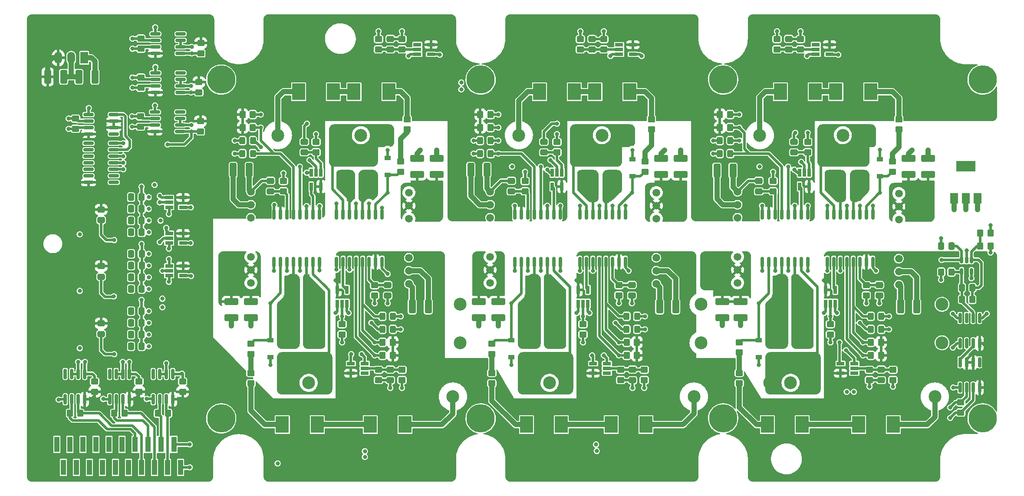
<source format=gbr>
%TF.GenerationSoftware,KiCad,Pcbnew,(6.0.1)*%
%TF.CreationDate,2023-04-20T11:25:51+03:00*%
%TF.ProjectId,Adapter,41646170-7465-4722-9e6b-696361645f70,rev?*%
%TF.SameCoordinates,Original*%
%TF.FileFunction,Copper,L1,Top*%
%TF.FilePolarity,Positive*%
%FSLAX46Y46*%
G04 Gerber Fmt 4.6, Leading zero omitted, Abs format (unit mm)*
G04 Created by KiCad (PCBNEW (6.0.1)) date 2023-04-20 11:25:51*
%MOMM*%
%LPD*%
G01*
G04 APERTURE LIST*
G04 Aperture macros list*
%AMRoundRect*
0 Rectangle with rounded corners*
0 $1 Rounding radius*
0 $2 $3 $4 $5 $6 $7 $8 $9 X,Y pos of 4 corners*
0 Add a 4 corners polygon primitive as box body*
4,1,4,$2,$3,$4,$5,$6,$7,$8,$9,$2,$3,0*
0 Add four circle primitives for the rounded corners*
1,1,$1+$1,$2,$3*
1,1,$1+$1,$4,$5*
1,1,$1+$1,$6,$7*
1,1,$1+$1,$8,$9*
0 Add four rect primitives between the rounded corners*
20,1,$1+$1,$2,$3,$4,$5,0*
20,1,$1+$1,$4,$5,$6,$7,0*
20,1,$1+$1,$6,$7,$8,$9,0*
20,1,$1+$1,$8,$9,$2,$3,0*%
G04 Aperture macros list end*
%TA.AperFunction,SMDPad,CuDef*%
%ADD10R,0.650000X1.560000*%
%TD*%
%TA.AperFunction,SMDPad,CuDef*%
%ADD11R,1.560000X0.650000*%
%TD*%
%TA.AperFunction,SMDPad,CuDef*%
%ADD12RoundRect,0.250000X-0.450000X0.350000X-0.450000X-0.350000X0.450000X-0.350000X0.450000X0.350000X0*%
%TD*%
%TA.AperFunction,SMDPad,CuDef*%
%ADD13RoundRect,0.250000X0.350000X0.450000X-0.350000X0.450000X-0.350000X-0.450000X0.350000X-0.450000X0*%
%TD*%
%TA.AperFunction,SMDPad,CuDef*%
%ADD14RoundRect,0.250000X0.325000X0.450000X-0.325000X0.450000X-0.325000X-0.450000X0.325000X-0.450000X0*%
%TD*%
%TA.AperFunction,ComponentPad*%
%ADD15C,1.500000*%
%TD*%
%TA.AperFunction,SMDPad,CuDef*%
%ADD16RoundRect,0.249999X1.425001X-0.450001X1.425001X0.450001X-1.425001X0.450001X-1.425001X-0.450001X0*%
%TD*%
%TA.AperFunction,SMDPad,CuDef*%
%ADD17RoundRect,0.250000X0.450000X-0.350000X0.450000X0.350000X-0.450000X0.350000X-0.450000X-0.350000X0*%
%TD*%
%TA.AperFunction,SMDPad,CuDef*%
%ADD18R,2.500000X3.300000*%
%TD*%
%TA.AperFunction,SMDPad,CuDef*%
%ADD19RoundRect,0.249999X-1.425001X0.450001X-1.425001X-0.450001X1.425001X-0.450001X1.425001X0.450001X0*%
%TD*%
%TA.AperFunction,SMDPad,CuDef*%
%ADD20RoundRect,0.250000X-0.350000X-0.450000X0.350000X-0.450000X0.350000X0.450000X-0.350000X0.450000X0*%
%TD*%
%TA.AperFunction,SMDPad,CuDef*%
%ADD21RoundRect,0.250000X-0.337500X-0.475000X0.337500X-0.475000X0.337500X0.475000X-0.337500X0.475000X0*%
%TD*%
%TA.AperFunction,SMDPad,CuDef*%
%ADD22RoundRect,0.250000X1.100000X-0.412500X1.100000X0.412500X-1.100000X0.412500X-1.100000X-0.412500X0*%
%TD*%
%TA.AperFunction,SMDPad,CuDef*%
%ADD23RoundRect,0.150000X-0.150000X0.875000X-0.150000X-0.875000X0.150000X-0.875000X0.150000X0.875000X0*%
%TD*%
%TA.AperFunction,SMDPad,CuDef*%
%ADD24RoundRect,0.250000X-0.412500X-1.100000X0.412500X-1.100000X0.412500X1.100000X-0.412500X1.100000X0*%
%TD*%
%TA.AperFunction,SMDPad,CuDef*%
%ADD25RoundRect,0.250000X-1.100000X0.412500X-1.100000X-0.412500X1.100000X-0.412500X1.100000X0.412500X0*%
%TD*%
%TA.AperFunction,SMDPad,CuDef*%
%ADD26RoundRect,0.250000X0.337500X0.475000X-0.337500X0.475000X-0.337500X-0.475000X0.337500X-0.475000X0*%
%TD*%
%TA.AperFunction,SMDPad,CuDef*%
%ADD27RoundRect,0.250000X-0.475000X0.337500X-0.475000X-0.337500X0.475000X-0.337500X0.475000X0.337500X0*%
%TD*%
%TA.AperFunction,SMDPad,CuDef*%
%ADD28RoundRect,0.250000X-0.325000X-0.450000X0.325000X-0.450000X0.325000X0.450000X-0.325000X0.450000X0*%
%TD*%
%TA.AperFunction,SMDPad,CuDef*%
%ADD29RoundRect,0.150000X0.150000X-0.875000X0.150000X0.875000X-0.150000X0.875000X-0.150000X-0.875000X0*%
%TD*%
%TA.AperFunction,SMDPad,CuDef*%
%ADD30RoundRect,0.250000X0.475000X-0.337500X0.475000X0.337500X-0.475000X0.337500X-0.475000X-0.337500X0*%
%TD*%
%TA.AperFunction,SMDPad,CuDef*%
%ADD31RoundRect,0.250000X0.412500X1.100000X-0.412500X1.100000X-0.412500X-1.100000X0.412500X-1.100000X0*%
%TD*%
%TA.AperFunction,SMDPad,CuDef*%
%ADD32R,1.200000X0.900000*%
%TD*%
%TA.AperFunction,SMDPad,CuDef*%
%ADD33RoundRect,0.150000X0.825000X0.150000X-0.825000X0.150000X-0.825000X-0.150000X0.825000X-0.150000X0*%
%TD*%
%TA.AperFunction,SMDPad,CuDef*%
%ADD34RoundRect,0.150000X-0.150000X0.825000X-0.150000X-0.825000X0.150000X-0.825000X0.150000X0.825000X0*%
%TD*%
%TA.AperFunction,SMDPad,CuDef*%
%ADD35RoundRect,0.150000X-0.150000X0.512500X-0.150000X-0.512500X0.150000X-0.512500X0.150000X0.512500X0*%
%TD*%
%TA.AperFunction,SMDPad,CuDef*%
%ADD36R,1.500000X2.000000*%
%TD*%
%TA.AperFunction,SMDPad,CuDef*%
%ADD37R,3.800000X2.000000*%
%TD*%
%TA.AperFunction,SMDPad,CuDef*%
%ADD38R,1.000000X2.997200*%
%TD*%
%TA.AperFunction,WasherPad*%
%ADD39C,5.500000*%
%TD*%
%TA.AperFunction,ComponentPad*%
%ADD40C,2.500000*%
%TD*%
%TA.AperFunction,ComponentPad*%
%ADD41R,1.500000X2.300000*%
%TD*%
%TA.AperFunction,ComponentPad*%
%ADD42O,1.500000X2.300000*%
%TD*%
%TA.AperFunction,ViaPad*%
%ADD43C,0.800000*%
%TD*%
%TA.AperFunction,Conductor*%
%ADD44C,1.000000*%
%TD*%
%TA.AperFunction,Conductor*%
%ADD45C,0.500000*%
%TD*%
G04 APERTURE END LIST*
D10*
%TO.P,D55,1,A*%
%TO.N,Net-(D2-Pad4)*%
X99380000Y-104220000D03*
%TO.P,D55,2,B*%
%TO.N,Net-(C6-Pad1)*%
X100330000Y-104220000D03*
%TO.P,D55,3,GND*%
%TO.N,GND*%
X101280000Y-104220000D03*
%TO.P,D55,4,Y*%
%TO.N,PWM_L1*%
X101280000Y-101520000D03*
%TO.P,D55,5,Vcc*%
%TO.N,+3V3*%
X99380000Y-101520000D03*
%TD*%
D11*
%TO.P,U9,1*%
%TO.N,N/C*%
X154352000Y-53676000D03*
%TO.P,U9,2*%
%TO.N,Net-(C100-Pad2)*%
X154352000Y-54626000D03*
%TO.P,U9,3,GND*%
%TO.N,GND*%
X154352000Y-55576000D03*
%TO.P,U9,4*%
%TO.N,RST_H2*%
X157052000Y-55576000D03*
%TO.P,U9,5,VCC*%
%TO.N,+3V3*%
X157052000Y-53676000D03*
%TD*%
D12*
%TO.P,R83,1*%
%TO.N,Net-(D42-Pad2)*%
X160655000Y-68215000D03*
%TO.P,R83,2*%
%TO.N,Net-(R79-Pad1)*%
X160655000Y-70215000D03*
%TD*%
D13*
%TO.P,R59,1*%
%TO.N,RDY_H3*%
X176015000Y-67310000D03*
%TO.P,R59,2*%
%TO.N,+3V3*%
X174015000Y-67310000D03*
%TD*%
D14*
%TO.P,D26,1,K*%
%TO.N,GND*%
X129295000Y-72390000D03*
%TO.P,D26,2,A*%
%TO.N,Net-(D26-Pad2)*%
X127245000Y-72390000D03*
%TD*%
D11*
%TO.P,U8,1*%
%TO.N,N/C*%
X114982000Y-53660000D03*
%TO.P,U8,2*%
%TO.N,Net-(C99-Pad2)*%
X114982000Y-54610000D03*
%TO.P,U8,3,GND*%
%TO.N,GND*%
X114982000Y-55560000D03*
%TO.P,U8,4*%
%TO.N,RST_H1*%
X117682000Y-55560000D03*
%TO.P,U8,5,VCC*%
%TO.N,+3V3*%
X117682000Y-53660000D03*
%TD*%
D15*
%TO.P,D49,1,GND*%
%TO.N,GND*%
X113360000Y-100330000D03*
%TO.P,D49,2,Vin*%
%TO.N,+15V*%
X113360000Y-97790000D03*
%TO.P,D49,3,Ctrl*%
%TO.N,unconnected-(D49-Pad3)*%
X113360000Y-95250000D03*
%TO.P,D49,6,+Vo*%
%TO.N,+15V_L1*%
X113360000Y-87630000D03*
%TO.P,D49,7,0V*%
%TO.N,E2*%
X113360000Y-85090000D03*
%TO.P,D49,8,-Vo*%
%TO.N,-15V_L1*%
X113360000Y-82550000D03*
%TD*%
D16*
%TO.P,R90,1*%
%TO.N,G5*%
X185420000Y-116080000D03*
%TO.P,R90,2*%
%TO.N,Net-(D44-Pad12)*%
X185420000Y-109980000D03*
%TD*%
D17*
%TO.P,R72,1*%
%TO.N,Reset*%
X159258000Y-119110000D03*
%TO.P,R72,2*%
%TO.N,Net-(C97-Pad2)*%
X159258000Y-117110000D03*
%TD*%
%TO.P,R68,1*%
%TO.N,Net-(R68-Pad1)*%
X82550000Y-114030000D03*
%TO.P,R68,2*%
%TO.N,Net-(C61-Pad1)*%
X82550000Y-112030000D03*
%TD*%
D18*
%TO.P,D35,1,K*%
%TO.N,Net-(D35-Pad1)*%
X95475000Y-127812800D03*
%TO.P,D35,2,A*%
%TO.N,Net-(D35-Pad2)*%
X88675000Y-127812800D03*
%TD*%
D19*
%TO.P,R63,1*%
%TO.N,G2*%
X100965000Y-74420000D03*
%TO.P,R63,2*%
%TO.N,Net-(D31-Pad14)*%
X100965000Y-80520000D03*
%TD*%
D20*
%TO.P,R56,1*%
%TO.N,RDY_L3*%
X203470000Y-114300000D03*
%TO.P,R56,2*%
%TO.N,+3V3*%
X205470000Y-114300000D03*
%TD*%
D21*
%TO.P,C13,1*%
%TO.N,Net-(C13-Pad1)*%
X59160500Y-83439000D03*
%TO.P,C13,2*%
%TO.N,GND*%
X61235500Y-83439000D03*
%TD*%
D15*
%TO.P,D52,1,GND*%
%TO.N,GND*%
X129210000Y-82374000D03*
%TO.P,D52,2,Vin*%
%TO.N,+15V*%
X129210000Y-84914000D03*
%TO.P,D52,3,Ctrl*%
%TO.N,unconnected-(D52-Pad3)*%
X129210000Y-87454000D03*
%TO.P,D52,6,+Vo*%
%TO.N,+15V_H2*%
X129210000Y-95074000D03*
%TO.P,D52,7,0V*%
%TO.N,E3*%
X129210000Y-97614000D03*
%TO.P,D52,8,-Vo*%
%TO.N,-15V_H2*%
X129210000Y-100154000D03*
%TD*%
D12*
%TO.P,R22,1*%
%TO.N,+3V3*%
X72771000Y-53372000D03*
%TO.P,R22,2*%
%TO.N,Net-(D16-Pad1)*%
X72771000Y-55372000D03*
%TD*%
D11*
%TO.P,U10,1*%
%TO.N,N/C*%
X192706000Y-53660000D03*
%TO.P,U10,2*%
%TO.N,Net-(C101-Pad2)*%
X192706000Y-54610000D03*
%TO.P,U10,3,GND*%
%TO.N,GND*%
X192706000Y-55560000D03*
%TO.P,U10,4*%
%TO.N,RST_H3*%
X195406000Y-55560000D03*
%TO.P,U10,5,VCC*%
%TO.N,+3V3*%
X195406000Y-53660000D03*
%TD*%
D22*
%TO.P,C84,1*%
%TO.N,E4*%
X162560000Y-79032500D03*
%TO.P,C84,2*%
%TO.N,-15V_L2*%
X162560000Y-75907500D03*
%TD*%
D18*
%TO.P,D41,1,K*%
%TO.N,Net-(D41-Pad1)*%
X143100000Y-127812800D03*
%TO.P,D41,2,A*%
%TO.N,Net-(D41-Pad2)*%
X136300000Y-127812800D03*
%TD*%
D12*
%TO.P,R95,1*%
%TO.N,Net-(D48-Pad2)*%
X208915000Y-68215000D03*
%TO.P,R95,2*%
%TO.N,Net-(R91-Pad1)*%
X208915000Y-70215000D03*
%TD*%
D15*
%TO.P,D50,1,GND*%
%TO.N,GND*%
X82550000Y-82374000D03*
%TO.P,D50,2,Vin*%
%TO.N,+15V*%
X82550000Y-84914000D03*
%TO.P,D50,3,Ctrl*%
%TO.N,unconnected-(D50-Pad3)*%
X82550000Y-87454000D03*
%TO.P,D50,6,+Vo*%
%TO.N,+15V_H1*%
X82550000Y-95074000D03*
%TO.P,D50,7,0V*%
%TO.N,E1*%
X82550000Y-97614000D03*
%TO.P,D50,8,-Vo*%
%TO.N,-15V_H1*%
X82550000Y-100154000D03*
%TD*%
D23*
%TO.P,D38,1,Vss1*%
%TO.N,GND*%
X142875000Y-86790000D03*
%TO.P,D38,2,Vi+*%
%TO.N,PWM_H2*%
X141605000Y-86790000D03*
%TO.P,D38,3,Vi-*%
%TO.N,GND*%
X140335000Y-86790000D03*
%TO.P,D38,4,READY*%
%TO.N,RDY_H2*%
X139065000Y-86790000D03*
%TO.P,D38,5,~{FAULT}*%
%TO.N,FLT_H2*%
X137795000Y-86790000D03*
%TO.P,D38,6,~{RESET}*%
%TO.N,Net-(C66-Pad2)*%
X136525000Y-86790000D03*
%TO.P,D38,7,Vdd1*%
%TO.N,+3V3*%
X135255000Y-86790000D03*
%TO.P,D38,8,Vss1*%
%TO.N,GND*%
X133985000Y-86790000D03*
%TO.P,D38,9,Vss2*%
%TO.N,-15V_H2*%
X133985000Y-96090000D03*
%TO.P,D38,10,DESAT*%
%TO.N,Net-(C67-Pad1)*%
X135255000Y-96090000D03*
%TO.P,D38,11,GND2*%
%TO.N,E3*%
X136525000Y-96090000D03*
%TO.P,D38,12,Vout_off*%
%TO.N,Net-(D38-Pad12)*%
X137795000Y-96090000D03*
%TO.P,D38,13,Vdd2*%
%TO.N,+15V_H2*%
X139065000Y-96090000D03*
%TO.P,D38,14,Vout_on*%
%TO.N,Net-(D38-Pad14)*%
X140335000Y-96090000D03*
%TO.P,D38,15,GATE_SENSE*%
%TO.N,G3*%
X141605000Y-96090000D03*
%TO.P,D38,16,Vss2*%
%TO.N,-15V_H2*%
X142875000Y-96090000D03*
%TD*%
%TO.P,D32,1,Vss1*%
%TO.N,GND*%
X95961000Y-86790000D03*
%TO.P,D32,2,Vi+*%
%TO.N,PWM_H1*%
X94691000Y-86790000D03*
%TO.P,D32,3,Vi-*%
%TO.N,GND*%
X93421000Y-86790000D03*
%TO.P,D32,4,READY*%
%TO.N,RDY_H1*%
X92151000Y-86790000D03*
%TO.P,D32,5,~{FAULT}*%
%TO.N,FLT_H1*%
X90881000Y-86790000D03*
%TO.P,D32,6,~{RESET}*%
%TO.N,Net-(C60-Pad2)*%
X89611000Y-86790000D03*
%TO.P,D32,7,Vdd1*%
%TO.N,+3V3*%
X88341000Y-86790000D03*
%TO.P,D32,8,Vss1*%
%TO.N,GND*%
X87071000Y-86790000D03*
%TO.P,D32,9,Vss2*%
%TO.N,-15V_H1*%
X87071000Y-96090000D03*
%TO.P,D32,10,DESAT*%
%TO.N,Net-(C61-Pad1)*%
X88341000Y-96090000D03*
%TO.P,D32,11,GND2*%
%TO.N,E1*%
X89611000Y-96090000D03*
%TO.P,D32,12,Vout_off*%
%TO.N,Net-(D32-Pad12)*%
X90881000Y-96090000D03*
%TO.P,D32,13,Vdd2*%
%TO.N,+15V_H1*%
X92151000Y-96090000D03*
%TO.P,D32,14,Vout_on*%
%TO.N,Net-(D32-Pad14)*%
X93421000Y-96090000D03*
%TO.P,D32,15,GATE_SENSE*%
%TO.N,G1*%
X94691000Y-96090000D03*
%TO.P,D32,16,Vss2*%
%TO.N,-15V_H1*%
X95961000Y-96090000D03*
%TD*%
D21*
%TO.P,C10,1*%
%TO.N,Net-(C10-Pad1)*%
X59160500Y-101346000D03*
%TO.P,C10,2*%
%TO.N,GND*%
X61235500Y-101346000D03*
%TD*%
D20*
%TO.P,R48,1*%
%TO.N,RDY_L2*%
X155845000Y-114300000D03*
%TO.P,R48,2*%
%TO.N,+3V3*%
X157845000Y-114300000D03*
%TD*%
D24*
%TO.P,C33,1*%
%TO.N,+3V3*%
X42887500Y-59944000D03*
%TO.P,C33,2*%
%TO.N,GND*%
X46012500Y-59944000D03*
%TD*%
D18*
%TO.P,D48,1,K*%
%TO.N,Net-(D48-Pad1)*%
X196625000Y-62865000D03*
%TO.P,D48,2,A*%
%TO.N,Net-(D48-Pad2)*%
X203425000Y-62865000D03*
%TD*%
D25*
%TO.P,C80,1*%
%TO.N,E1*%
X78740000Y-103847500D03*
%TO.P,C80,2*%
%TO.N,-15V_H1*%
X78740000Y-106972500D03*
%TD*%
D26*
%TO.P,C29,1*%
%TO.N,T3*%
X219223500Y-92964000D03*
%TO.P,C29,2*%
%TO.N,-15V_L3*%
X217148500Y-92964000D03*
%TD*%
D13*
%TO.P,R27,1*%
%TO.N,Net-(C30-Pad1)*%
X223250000Y-103378000D03*
%TO.P,R27,2*%
%TO.N,Net-(C30-Pad2)*%
X221250000Y-103378000D03*
%TD*%
D17*
%TO.P,R73,1*%
%TO.N,RST_L2*%
X154305000Y-102600000D03*
%TO.P,R73,2*%
%TO.N,Net-(C65-Pad2)*%
X154305000Y-100600000D03*
%TD*%
D24*
%TO.P,C82,1*%
%TO.N,+15V*%
X79082500Y-78105000D03*
%TO.P,C82,2*%
%TO.N,GND*%
X82207500Y-78105000D03*
%TD*%
D27*
%TO.P,C99,1*%
%TO.N,GND*%
X109728000Y-52556500D03*
%TO.P,C99,2*%
%TO.N,Net-(C99-Pad2)*%
X109728000Y-54631500D03*
%TD*%
D21*
%TO.P,C15,1*%
%TO.N,Net-(C15-Pad1)*%
X59160500Y-85725000D03*
%TO.P,C15,2*%
%TO.N,GND*%
X61235500Y-85725000D03*
%TD*%
D28*
%TO.P,D12,1,K*%
%TO.N,FLT_L1*%
X108195000Y-106680000D03*
%TO.P,D12,2,A*%
%TO.N,Net-(D12-Pad2)*%
X110245000Y-106680000D03*
%TD*%
D10*
%TO.P,D3,1,A*%
%TO.N,Net-(C5-Pad1)*%
X96200000Y-78660000D03*
%TO.P,D3,2,B*%
%TO.N,Net-(D2-Pad4)*%
X95250000Y-78660000D03*
%TO.P,D3,3,GND*%
%TO.N,GND*%
X94300000Y-78660000D03*
%TO.P,D3,4,Y*%
%TO.N,PWM_H1*%
X94300000Y-81360000D03*
%TO.P,D3,5,Vcc*%
%TO.N,+3V3*%
X96200000Y-81360000D03*
%TD*%
D27*
%TO.P,C100,1*%
%TO.N,GND*%
X149098000Y-52572500D03*
%TO.P,C100,2*%
%TO.N,Net-(C100-Pad2)*%
X149098000Y-54647500D03*
%TD*%
D25*
%TO.P,C89,1*%
%TO.N,+15V_L3*%
X214630000Y-75907500D03*
%TO.P,C89,2*%
%TO.N,E6*%
X214630000Y-79032500D03*
%TD*%
D15*
%TO.P,D51,1,GND*%
%TO.N,GND*%
X161620000Y-100330000D03*
%TO.P,D51,2,Vin*%
%TO.N,+15V*%
X161620000Y-97790000D03*
%TO.P,D51,3,Ctrl*%
%TO.N,unconnected-(D51-Pad3)*%
X161620000Y-95250000D03*
%TO.P,D51,6,+Vo*%
%TO.N,+15V_L2*%
X161620000Y-87630000D03*
%TO.P,D51,7,0V*%
%TO.N,E4*%
X161620000Y-85090000D03*
%TO.P,D51,8,-Vo*%
%TO.N,-15V_L2*%
X161620000Y-82550000D03*
%TD*%
D26*
%TO.P,C30,1*%
%TO.N,Net-(C30-Pad1)*%
X223287500Y-101092000D03*
%TO.P,C30,2*%
%TO.N,Net-(C30-Pad2)*%
X221212500Y-101092000D03*
%TD*%
D25*
%TO.P,C83,1*%
%TO.N,+15V_L2*%
X166370000Y-75907500D03*
%TO.P,C83,2*%
%TO.N,E4*%
X166370000Y-79032500D03*
%TD*%
D20*
%TO.P,R40,1*%
%TO.N,RDY_L1*%
X108220000Y-114300000D03*
%TO.P,R40,2*%
%TO.N,+3V3*%
X110220000Y-114300000D03*
%TD*%
D18*
%TO.P,D58,1,K*%
%TO.N,C1*%
X112620000Y-127812800D03*
%TO.P,D58,2,A*%
%TO.N,Net-(D35-Pad1)*%
X105820000Y-127812800D03*
%TD*%
D12*
%TO.P,R9,1*%
%TO.N,+3V3*%
X72694800Y-68596000D03*
%TO.P,R9,2*%
%TO.N,Net-(D14-Pad1)*%
X72694800Y-70596000D03*
%TD*%
%TO.P,R99,1*%
%TO.N,Reset*%
X185166000Y-52594000D03*
%TO.P,R99,2*%
%TO.N,Net-(C101-Pad2)*%
X185166000Y-54594000D03*
%TD*%
D14*
%TO.P,D30,1,K*%
%TO.N,GND*%
X176040000Y-72390000D03*
%TO.P,D30,2,A*%
%TO.N,Net-(D30-Pad2)*%
X173990000Y-72390000D03*
%TD*%
D27*
%TO.P,C60,1*%
%TO.N,GND*%
X86360000Y-80242500D03*
%TO.P,C60,2*%
%TO.N,Net-(C60-Pad2)*%
X86360000Y-82317500D03*
%TD*%
D17*
%TO.P,R10,1*%
%TO.N,+3V3*%
X52070000Y-121396000D03*
%TO.P,R10,2*%
%TO.N,Net-(D15-Pad1)*%
X52070000Y-119396000D03*
%TD*%
D27*
%TO.P,C66,1*%
%TO.N,GND*%
X133350000Y-80242500D03*
%TO.P,C66,2*%
%TO.N,Net-(C66-Pad2)*%
X133350000Y-82317500D03*
%TD*%
D19*
%TO.P,R88,1*%
%TO.N,G6*%
X201295000Y-74420000D03*
%TO.P,R88,2*%
%TO.N,Net-(D43-Pad12)*%
X201295000Y-80520000D03*
%TD*%
D21*
%TO.P,C16,1*%
%TO.N,Net-(C16-Pad1)*%
X59144500Y-88011000D03*
%TO.P,C16,2*%
%TO.N,GND*%
X61219500Y-88011000D03*
%TD*%
D29*
%TO.P,D37,1,Vss1*%
%TO.N,GND*%
X146685000Y-96090000D03*
%TO.P,D37,2,Vi+*%
%TO.N,PWM_L2*%
X147955000Y-96090000D03*
%TO.P,D37,3,Vi-*%
%TO.N,GND*%
X149225000Y-96090000D03*
%TO.P,D37,4,READY*%
%TO.N,RDY_L2*%
X150495000Y-96090000D03*
%TO.P,D37,5,~{FAULT}*%
%TO.N,FLT_L2*%
X151765000Y-96090000D03*
%TO.P,D37,6,~{RESET}*%
%TO.N,Net-(C65-Pad2)*%
X153035000Y-96090000D03*
%TO.P,D37,7,Vdd1*%
%TO.N,+3V3*%
X154305000Y-96090000D03*
%TO.P,D37,8,Vss1*%
%TO.N,GND*%
X155575000Y-96090000D03*
%TO.P,D37,9,Vss2*%
%TO.N,-15V_L2*%
X155575000Y-86790000D03*
%TO.P,D37,10,DESAT*%
%TO.N,Net-(C68-Pad1)*%
X154305000Y-86790000D03*
%TO.P,D37,11,GND2*%
%TO.N,E4*%
X153035000Y-86790000D03*
%TO.P,D37,12,Vout_off*%
%TO.N,Net-(D37-Pad12)*%
X151765000Y-86790000D03*
%TO.P,D37,13,Vdd2*%
%TO.N,+15V_L2*%
X150495000Y-86790000D03*
%TO.P,D37,14,Vout_on*%
%TO.N,Net-(D37-Pad14)*%
X149225000Y-86790000D03*
%TO.P,D37,15,GATE_SENSE*%
%TO.N,G4*%
X147955000Y-86790000D03*
%TO.P,D37,16,Vss2*%
%TO.N,-15V_L2*%
X146685000Y-86790000D03*
%TD*%
D17*
%TO.P,R84,1*%
%TO.N,GND*%
X107442000Y-119110000D03*
%TO.P,R84,2*%
%TO.N,Net-(C96-Pad2)*%
X107442000Y-117110000D03*
%TD*%
D18*
%TO.P,D59,1,K*%
%TO.N,C2*%
X91850000Y-62865000D03*
%TO.P,D59,2,A*%
%TO.N,Net-(D36-Pad1)*%
X98650000Y-62865000D03*
%TD*%
D30*
%TO.P,C5,1*%
%TO.N,Net-(C5-Pad1)*%
X92964000Y-74697500D03*
%TO.P,C5,2*%
%TO.N,GND*%
X92964000Y-72622500D03*
%TD*%
D12*
%TO.P,R86,1*%
%TO.N,RST_H3*%
X184404000Y-80280000D03*
%TO.P,R86,2*%
%TO.N,Net-(C72-Pad2)*%
X184404000Y-82280000D03*
%TD*%
D17*
%TO.P,R20,1*%
%TO.N,Net-(D7-Pad1)*%
X147320000Y-110220000D03*
%TO.P,R20,2*%
%TO.N,Net-(C18-Pad1)*%
X147320000Y-108220000D03*
%TD*%
D30*
%TO.P,C59,1*%
%TO.N,GND*%
X109220000Y-102637500D03*
%TO.P,C59,2*%
%TO.N,Net-(C59-Pad2)*%
X109220000Y-100562500D03*
%TD*%
D17*
%TO.P,R12,1*%
%TO.N,Net-(D15-Pad1)*%
X100330000Y-110220000D03*
%TO.P,R12,2*%
%TO.N,Net-(C6-Pad1)*%
X100330000Y-108220000D03*
%TD*%
D25*
%TO.P,C77,1*%
%TO.N,+15V_L1*%
X114935000Y-75907500D03*
%TO.P,C77,2*%
%TO.N,E2*%
X114935000Y-79032500D03*
%TD*%
D12*
%TO.P,R100,1*%
%TO.N,GND*%
X112014000Y-52594000D03*
%TO.P,R100,2*%
%TO.N,Net-(C99-Pad2)*%
X112014000Y-54594000D03*
%TD*%
%TO.P,R62,1*%
%TO.N,RST_H1*%
X88900000Y-80280000D03*
%TO.P,R62,2*%
%TO.N,Net-(C60-Pad2)*%
X88900000Y-82280000D03*
%TD*%
D16*
%TO.P,R78,1*%
%TO.N,G3*%
X137160000Y-116080000D03*
%TO.P,R78,2*%
%TO.N,Net-(D38-Pad12)*%
X137160000Y-109980000D03*
%TD*%
D10*
%TO.P,D19,1,A*%
%TO.N,Net-(C21-Pad1)*%
X191450000Y-78660000D03*
%TO.P,D19,2,B*%
%TO.N,Net-(D18-Pad4)*%
X190500000Y-78660000D03*
%TO.P,D19,3,GND*%
%TO.N,GND*%
X189550000Y-78660000D03*
%TO.P,D19,4,Y*%
%TO.N,PWM_H3*%
X189550000Y-81360000D03*
%TO.P,D19,5,Vcc*%
%TO.N,+3V3*%
X191450000Y-81360000D03*
%TD*%
D21*
%TO.P,C14,1*%
%TO.N,Net-(C14-Pad1)*%
X59160500Y-90297000D03*
%TO.P,C14,2*%
%TO.N,GND*%
X61235500Y-90297000D03*
%TD*%
D31*
%TO.P,C75,1*%
%TO.N,+15V*%
X212382500Y-104775000D03*
%TO.P,C75,2*%
%TO.N,GND*%
X209257500Y-104775000D03*
%TD*%
D32*
%TO.P,D46,1,K*%
%TO.N,Net-(C74-Pad1)*%
X205232000Y-79374000D03*
%TO.P,D46,2,A*%
%TO.N,E6*%
X205232000Y-76074000D03*
%TD*%
D17*
%TO.P,R93,1*%
%TO.N,Net-(D47-Pad2)*%
X177800000Y-119745000D03*
%TO.P,R93,2*%
%TO.N,Net-(R92-Pad1)*%
X177800000Y-117745000D03*
%TD*%
D12*
%TO.P,R67,1*%
%TO.N,Net-(R67-Pad1)*%
X111760000Y-76470000D03*
%TO.P,R67,2*%
%TO.N,Net-(C62-Pad1)*%
X111760000Y-78470000D03*
%TD*%
%TO.P,R18,1*%
%TO.N,+3V3*%
X72390000Y-60976000D03*
%TO.P,R18,2*%
%TO.N,Net-(D6-Pad1)*%
X72390000Y-62976000D03*
%TD*%
D13*
%TO.P,R43,1*%
%TO.N,RDY_H1*%
X82915000Y-67310000D03*
%TO.P,R43,2*%
%TO.N,+3V3*%
X80915000Y-67310000D03*
%TD*%
D30*
%TO.P,C21,1*%
%TO.N,Net-(C21-Pad1)*%
X188468000Y-74697500D03*
%TO.P,C21,2*%
%TO.N,GND*%
X188468000Y-72622500D03*
%TD*%
D28*
%TO.P,D13,1,K*%
%TO.N,GND*%
X108195000Y-109220000D03*
%TO.P,D13,2,A*%
%TO.N,Net-(D13-Pad2)*%
X110245000Y-109220000D03*
%TD*%
D21*
%TO.P,C2,1*%
%TO.N,Net-(C2-Pad1)*%
X59160500Y-112522000D03*
%TO.P,C2,2*%
%TO.N,GND*%
X61235500Y-112522000D03*
%TD*%
D24*
%TO.P,C81,1*%
%TO.N,+15V*%
X125437500Y-78105000D03*
%TO.P,C81,2*%
%TO.N,GND*%
X128562500Y-78105000D03*
%TD*%
D21*
%TO.P,C12,1*%
%TO.N,Net-(C12-Pad1)*%
X59176500Y-99060000D03*
%TO.P,C12,2*%
%TO.N,GND*%
X61251500Y-99060000D03*
%TD*%
D11*
%TO.P,U6,1*%
%TO.N,N/C*%
X151972000Y-117790000D03*
%TO.P,U6,2*%
%TO.N,Net-(C97-Pad2)*%
X151972000Y-116840000D03*
%TO.P,U6,3,GND*%
%TO.N,GND*%
X151972000Y-115890000D03*
%TO.P,U6,4*%
%TO.N,RST_L2*%
X149272000Y-115890000D03*
%TO.P,U6,5,VCC*%
%TO.N,+3V3*%
X149272000Y-117790000D03*
%TD*%
D33*
%TO.P,D14,1,RO*%
%TO.N,Net-(D14-Pad1)*%
X68769000Y-70612000D03*
%TO.P,D14,2,RE*%
%TO.N,GND*%
X68769000Y-69342000D03*
%TO.P,D14,3,DE*%
X68769000Y-68072000D03*
%TO.P,D14,4,DI*%
%TO.N,unconnected-(D14-Pad4)*%
X68769000Y-66802000D03*
%TO.P,D14,5,GND*%
%TO.N,GND*%
X63819000Y-66802000D03*
%TO.P,D14,6,A*%
%TO.N,PWM1_L_P*%
X63819000Y-68072000D03*
%TO.P,D14,7,B*%
%TO.N,PWM1_L_N*%
X63819000Y-69342000D03*
%TO.P,D14,8,VCC*%
%TO.N,+3V3*%
X63819000Y-70612000D03*
%TD*%
D22*
%TO.P,C90,1*%
%TO.N,E6*%
X210820000Y-79032500D03*
%TO.P,C90,2*%
%TO.N,-15V_L3*%
X210820000Y-75907500D03*
%TD*%
D17*
%TO.P,R61,1*%
%TO.N,RST_L1*%
X106680000Y-102600000D03*
%TO.P,R61,2*%
%TO.N,Net-(C59-Pad2)*%
X106680000Y-100600000D03*
%TD*%
D31*
%TO.P,C87,1*%
%TO.N,+15V*%
X165392500Y-104775000D03*
%TO.P,C87,2*%
%TO.N,GND*%
X162267500Y-104775000D03*
%TD*%
D30*
%TO.P,C65,1*%
%TO.N,GND*%
X156845000Y-102637500D03*
%TO.P,C65,2*%
%TO.N,Net-(C65-Pad2)*%
X156845000Y-100562500D03*
%TD*%
D12*
%TO.P,R98,1*%
%TO.N,Reset*%
X146812000Y-52610000D03*
%TO.P,R98,2*%
%TO.N,Net-(C100-Pad2)*%
X146812000Y-54610000D03*
%TD*%
D31*
%TO.P,C76,1*%
%TO.N,+15V*%
X117132500Y-104775000D03*
%TO.P,C76,2*%
%TO.N,GND*%
X114007500Y-104775000D03*
%TD*%
D28*
%TO.P,D28,1,K*%
%TO.N,GND*%
X203445000Y-109220000D03*
%TO.P,D28,2,A*%
%TO.N,Net-(D28-Pad2)*%
X205495000Y-109220000D03*
%TD*%
D19*
%TO.P,R64,1*%
%TO.N,G2*%
X105410000Y-74420000D03*
%TO.P,R64,2*%
%TO.N,Net-(D31-Pad12)*%
X105410000Y-80520000D03*
%TD*%
D34*
%TO.P,U5,1,VDD1*%
%TO.N,+3.3VA*%
X224663000Y-106999000D03*
%TO.P,U5,2,VIA*%
%TO.N,Net-(C30-Pad2)*%
X223393000Y-106999000D03*
%TO.P,U5,3,VIB*%
%TO.N,unconnected-(U5-Pad3)*%
X222123000Y-106999000D03*
%TO.P,U5,4,GND1*%
%TO.N,-15V_L3*%
X220853000Y-106999000D03*
%TO.P,U5,5,GND2*%
%TO.N,GND*%
X220853000Y-111949000D03*
%TO.P,U5,6,VOB*%
%TO.N,unconnected-(U5-Pad6)*%
X222123000Y-111949000D03*
%TO.P,U5,7,VOA*%
%TO.N,Net-(D20-Pad4)*%
X223393000Y-111949000D03*
%TO.P,U5,8,VDD2*%
%TO.N,+3V3*%
X224663000Y-111949000D03*
%TD*%
D18*
%TO.P,D60,1,K*%
%TO.N,C3*%
X159610000Y-127812800D03*
%TO.P,D60,2,A*%
%TO.N,Net-(D41-Pad1)*%
X152810000Y-127812800D03*
%TD*%
D35*
%TO.P,U3,1,+*%
%TO.N,Net-(C30-Pad1)*%
X223078500Y-95662500D03*
%TO.P,U3,2,V-*%
%TO.N,-15V_L3*%
X222128500Y-95662500D03*
%TO.P,U3,3,-*%
%TO.N,T3*%
X221178500Y-95662500D03*
%TO.P,U3,4*%
%TO.N,Net-(C30-Pad2)*%
X221178500Y-97937500D03*
%TO.P,U3,5,V+*%
%TO.N,+3.3VA*%
X223078500Y-97937500D03*
%TD*%
D34*
%TO.P,D15,1,RO*%
%TO.N,Net-(D15-Pad1)*%
X50149000Y-117921000D03*
%TO.P,D15,2,RE*%
%TO.N,GND*%
X48879000Y-117921000D03*
%TO.P,D15,3,DE*%
X47609000Y-117921000D03*
%TO.P,D15,4,DI*%
%TO.N,unconnected-(D15-Pad4)*%
X46339000Y-117921000D03*
%TO.P,D15,5,GND*%
%TO.N,GND*%
X46339000Y-122871000D03*
%TO.P,D15,6,A*%
%TO.N,PWM1_H_P*%
X47609000Y-122871000D03*
%TO.P,D15,7,B*%
%TO.N,PWM1_H_N*%
X48879000Y-122871000D03*
%TO.P,D15,8,VCC*%
%TO.N,+3V3*%
X50149000Y-122871000D03*
%TD*%
D28*
%TO.P,D23,1,K*%
%TO.N,FLT_L2*%
X155820000Y-106680000D03*
%TO.P,D23,2,A*%
%TO.N,Net-(D23-Pad2)*%
X157870000Y-106680000D03*
%TD*%
D18*
%TO.P,D62,1,K*%
%TO.N,C4*%
X138840000Y-62865000D03*
%TO.P,D62,2,A*%
%TO.N,Net-(D42-Pad1)*%
X145640000Y-62865000D03*
%TD*%
D30*
%TO.P,C96,1*%
%TO.N,GND*%
X109728000Y-119147500D03*
%TO.P,C96,2*%
%TO.N,Net-(C96-Pad2)*%
X109728000Y-117072500D03*
%TD*%
D23*
%TO.P,D44,1,Vss1*%
%TO.N,GND*%
X191135000Y-86790000D03*
%TO.P,D44,2,Vi+*%
%TO.N,PWM_H3*%
X189865000Y-86790000D03*
%TO.P,D44,3,Vi-*%
%TO.N,GND*%
X188595000Y-86790000D03*
%TO.P,D44,4,READY*%
%TO.N,RDY_H3*%
X187325000Y-86790000D03*
%TO.P,D44,5,~{FAULT}*%
%TO.N,FLT_H3*%
X186055000Y-86790000D03*
%TO.P,D44,6,~{RESET}*%
%TO.N,Net-(C72-Pad2)*%
X184785000Y-86790000D03*
%TO.P,D44,7,Vdd1*%
%TO.N,+3V3*%
X183515000Y-86790000D03*
%TO.P,D44,8,Vss1*%
%TO.N,GND*%
X182245000Y-86790000D03*
%TO.P,D44,9,Vss2*%
%TO.N,-15V_H3*%
X182245000Y-96090000D03*
%TO.P,D44,10,DESAT*%
%TO.N,Net-(C73-Pad1)*%
X183515000Y-96090000D03*
%TO.P,D44,11,GND2*%
%TO.N,E5*%
X184785000Y-96090000D03*
%TO.P,D44,12,Vout_off*%
%TO.N,Net-(D44-Pad12)*%
X186055000Y-96090000D03*
%TO.P,D44,13,Vdd2*%
%TO.N,+15V_H3*%
X187325000Y-96090000D03*
%TO.P,D44,14,Vout_on*%
%TO.N,Net-(D44-Pad14)*%
X188595000Y-96090000D03*
%TO.P,D44,15,GATE_SENSE*%
%TO.N,G5*%
X189865000Y-96090000D03*
%TO.P,D44,16,Vss2*%
%TO.N,-15V_H3*%
X191135000Y-96090000D03*
%TD*%
D17*
%TO.P,R29,1*%
%TO.N,Temp_N*%
X220980000Y-125460000D03*
%TO.P,R29,2*%
%TO.N,Temp_P*%
X220980000Y-123460000D03*
%TD*%
D32*
%TO.P,D40,1,K*%
%TO.N,Net-(C68-Pad1)*%
X156972000Y-79374000D03*
%TO.P,D40,2,A*%
%TO.N,E4*%
X156972000Y-76074000D03*
%TD*%
D13*
%TO.P,R35,1*%
%TO.N,PWM3_H_N*%
X66405000Y-125603000D03*
%TO.P,R35,2*%
%TO.N,PWM3_H_P*%
X64405000Y-125603000D03*
%TD*%
D20*
%TO.P,R47,1*%
%TO.N,FLT_L2*%
X155845000Y-111760000D03*
%TO.P,R47,2*%
%TO.N,+3V3*%
X157845000Y-111760000D03*
%TD*%
D17*
%TO.P,R96,1*%
%TO.N,GND*%
X203200000Y-119110000D03*
%TO.P,R96,2*%
%TO.N,Net-(C98-Pad2)*%
X203200000Y-117110000D03*
%TD*%
D16*
%TO.P,R65,1*%
%TO.N,G1*%
X95250000Y-116080000D03*
%TO.P,R65,2*%
%TO.N,Net-(D32-Pad14)*%
X95250000Y-109980000D03*
%TD*%
D32*
%TO.P,D45,1,K*%
%TO.N,Net-(C73-Pad1)*%
X181610000Y-111380000D03*
%TO.P,D45,2,A*%
%TO.N,E5*%
X181610000Y-114680000D03*
%TD*%
D22*
%TO.P,C85,1*%
%TO.N,+15V_H2*%
X127000000Y-106972500D03*
%TO.P,C85,2*%
%TO.N,E3*%
X127000000Y-103847500D03*
%TD*%
D11*
%TO.P,D8,1,A*%
%TO.N,Net-(D6-Pad1)*%
X66595000Y-90490000D03*
%TO.P,D8,2,B*%
%TO.N,Net-(D7-Pad1)*%
X66595000Y-91440000D03*
%TO.P,D8,3,GND*%
%TO.N,GND*%
X66595000Y-92390000D03*
%TO.P,D8,4,Y*%
%TO.N,Net-(D56-Pad1)*%
X69295000Y-92390000D03*
%TO.P,D8,5,Vcc*%
%TO.N,+3V3*%
X69295000Y-90490000D03*
%TD*%
D18*
%TO.P,D61,1,K*%
%TO.N,C5*%
X207870000Y-127812800D03*
%TO.P,D61,2,A*%
%TO.N,Net-(D47-Pad1)*%
X201070000Y-127812800D03*
%TD*%
D33*
%TO.P,D10,1,1A*%
%TO.N,unconnected-(D10-Pad1)*%
X55815000Y-80518000D03*
%TO.P,D10,2,1B*%
%TO.N,unconnected-(D10-Pad2)*%
X55815000Y-79248000D03*
%TO.P,D10,3,2A*%
%TO.N,FAULT_1*%
X55815000Y-77978000D03*
%TO.P,D10,4,2B*%
%TO.N,FAULT_2*%
X55815000Y-76708000D03*
%TO.P,D10,5,2C*%
%TO.N,FAULT_3*%
X55815000Y-75438000D03*
%TO.P,D10,6,2Y*%
%TO.N,FAULT_COMM*%
X55815000Y-74168000D03*
%TO.P,D10,7,GND*%
%TO.N,GND*%
X55815000Y-72898000D03*
%TO.P,D10,8,3Y*%
%TO.N,unconnected-(D10-Pad8)*%
X50865000Y-72898000D03*
%TO.P,D10,9,3A*%
%TO.N,unconnected-(D10-Pad9)*%
X50865000Y-74168000D03*
%TO.P,D10,10,3B*%
%TO.N,unconnected-(D10-Pad10)*%
X50865000Y-75438000D03*
%TO.P,D10,11,3C*%
%TO.N,unconnected-(D10-Pad11)*%
X50865000Y-76708000D03*
%TO.P,D10,12,1Y*%
%TO.N,unconnected-(D10-Pad12)*%
X50865000Y-77978000D03*
%TO.P,D10,13,1C*%
%TO.N,unconnected-(D10-Pad13)*%
X50865000Y-79248000D03*
%TO.P,D10,14,VCC*%
%TO.N,+3V3*%
X50865000Y-80518000D03*
%TD*%
D11*
%TO.P,D18,1,A*%
%TO.N,Net-(D16-Pad1)*%
X66595000Y-96840000D03*
%TO.P,D18,2,B*%
%TO.N,Net-(D17-Pad1)*%
X66595000Y-97790000D03*
%TO.P,D18,3,GND*%
%TO.N,GND*%
X66595000Y-98740000D03*
%TO.P,D18,4,Y*%
%TO.N,Net-(D18-Pad4)*%
X69295000Y-98740000D03*
%TO.P,D18,5,Vcc*%
%TO.N,+3V3*%
X69295000Y-96840000D03*
%TD*%
D27*
%TO.P,C72,1*%
%TO.N,GND*%
X181610000Y-80242500D03*
%TO.P,C72,2*%
%TO.N,Net-(C72-Pad2)*%
X181610000Y-82317500D03*
%TD*%
D36*
%TO.P,U2,1,GND*%
%TO.N,-15V_L3*%
X219696000Y-83668000D03*
%TO.P,U2,2,VO*%
%TO.N,+3.3VA*%
X221996000Y-83668000D03*
%TO.P,U2,3,VI*%
%TO.N,E6*%
X224296000Y-83668000D03*
D37*
%TO.P,U2,4*%
%TO.N,N/C*%
X221996000Y-77368000D03*
%TD*%
D30*
%TO.P,C97,1*%
%TO.N,GND*%
X156972000Y-119147500D03*
%TO.P,C97,2*%
%TO.N,Net-(C97-Pad2)*%
X156972000Y-117072500D03*
%TD*%
D33*
%TO.P,D11,1,RO*%
%TO.N,unconnected-(D11-Pad1)*%
X55815000Y-71113000D03*
%TO.P,D11,2,RE*%
%TO.N,+3V3*%
X55815000Y-69843000D03*
%TO.P,D11,3,DE*%
X55815000Y-68573000D03*
%TO.P,D11,4,DI*%
%TO.N,FAULT_COMM*%
X55815000Y-67303000D03*
%TO.P,D11,5,GND*%
%TO.N,GND*%
X50865000Y-67303000D03*
%TO.P,D11,6,A*%
%TO.N,ERR_P*%
X50865000Y-68573000D03*
%TO.P,D11,7,B*%
%TO.N,ERR_N*%
X50865000Y-69843000D03*
%TO.P,D11,8,VCC*%
%TO.N,+3V3*%
X50865000Y-71113000D03*
%TD*%
D21*
%TO.P,C9,1*%
%TO.N,Net-(C9-Pad1)*%
X59176500Y-94488000D03*
%TO.P,C9,2*%
%TO.N,GND*%
X61251500Y-94488000D03*
%TD*%
D24*
%TO.P,C88,1*%
%TO.N,+15V*%
X173443500Y-78232000D03*
%TO.P,C88,2*%
%TO.N,GND*%
X176568500Y-78232000D03*
%TD*%
D12*
%TO.P,R91,1*%
%TO.N,Net-(R91-Pad1)*%
X207645000Y-76470000D03*
%TO.P,R91,2*%
%TO.N,Net-(C74-Pad1)*%
X207645000Y-78470000D03*
%TD*%
D25*
%TO.P,C92,1*%
%TO.N,E5*%
X178054000Y-103847500D03*
%TO.P,C92,2*%
%TO.N,-15V_H3*%
X178054000Y-106972500D03*
%TD*%
D18*
%TO.P,D63,1,K*%
%TO.N,C6*%
X185830000Y-62865000D03*
%TO.P,D63,2,A*%
%TO.N,Net-(D48-Pad1)*%
X192630000Y-62865000D03*
%TD*%
D12*
%TO.P,R23,1*%
%TO.N,Net-(D16-Pad1)*%
X191135000Y-72660000D03*
%TO.P,R23,2*%
%TO.N,Net-(C21-Pad1)*%
X191135000Y-74660000D03*
%TD*%
D32*
%TO.P,D34,1,K*%
%TO.N,Net-(C62-Pad1)*%
X109220000Y-79120000D03*
%TO.P,D34,2,A*%
%TO.N,E2*%
X109220000Y-75820000D03*
%TD*%
D11*
%TO.P,U4,1*%
%TO.N,N/C*%
X104728000Y-117790000D03*
%TO.P,U4,2*%
%TO.N,Net-(C96-Pad2)*%
X104728000Y-116840000D03*
%TO.P,U4,3,GND*%
%TO.N,GND*%
X104728000Y-115890000D03*
%TO.P,U4,4*%
%TO.N,RST_L1*%
X102028000Y-115890000D03*
%TO.P,U4,5,VCC*%
%TO.N,+3V3*%
X102028000Y-117790000D03*
%TD*%
D21*
%TO.P,C3,1*%
%TO.N,Net-(C3-Pad1)*%
X59160500Y-107950000D03*
%TO.P,C3,2*%
%TO.N,GND*%
X61235500Y-107950000D03*
%TD*%
D17*
%TO.P,R70,1*%
%TO.N,Reset*%
X112014000Y-119110000D03*
%TO.P,R70,2*%
%TO.N,Net-(C96-Pad2)*%
X112014000Y-117110000D03*
%TD*%
D16*
%TO.P,R89,1*%
%TO.N,G5*%
X190500000Y-116080000D03*
%TO.P,R89,2*%
%TO.N,Net-(D44-Pad14)*%
X190500000Y-109980000D03*
%TD*%
D13*
%TO.P,R41,1*%
%TO.N,FLT_H1*%
X82915000Y-69850000D03*
%TO.P,R41,2*%
%TO.N,+3V3*%
X80915000Y-69850000D03*
%TD*%
D15*
%TO.P,D53,1,GND*%
%TO.N,GND*%
X208915000Y-100506000D03*
%TO.P,D53,2,Vin*%
%TO.N,+15V*%
X208915000Y-97966000D03*
%TO.P,D53,3,Ctrl*%
%TO.N,unconnected-(D53-Pad3)*%
X208915000Y-95426000D03*
%TO.P,D53,6,+Vo*%
%TO.N,+15V_L3*%
X208915000Y-87806000D03*
%TO.P,D53,7,0V*%
%TO.N,E6*%
X208915000Y-85266000D03*
%TO.P,D53,8,-Vo*%
%TO.N,-15V_L3*%
X208915000Y-82726000D03*
%TD*%
D27*
%TO.P,C36,1*%
%TO.N,+3V3*%
X53340000Y-108055500D03*
%TO.P,C36,2*%
%TO.N,GND*%
X53340000Y-110130500D03*
%TD*%
D17*
%TO.P,R30,1*%
%TO.N,PWM1_L_N*%
X61010800Y-69691000D03*
%TO.P,R30,2*%
%TO.N,PWM1_L_P*%
X61010800Y-67691000D03*
%TD*%
D20*
%TO.P,R55,1*%
%TO.N,FLT_L3*%
X203470000Y-111760000D03*
%TO.P,R55,2*%
%TO.N,+3V3*%
X205470000Y-111760000D03*
%TD*%
D14*
%TO.P,D22,1,K*%
%TO.N,GND*%
X82940000Y-72390000D03*
%TO.P,D22,2,A*%
%TO.N,Net-(D22-Pad2)*%
X80890000Y-72390000D03*
%TD*%
D33*
%TO.P,D16,1,RO*%
%TO.N,Net-(D16-Pad1)*%
X68845200Y-55388000D03*
%TO.P,D16,2,RE*%
%TO.N,GND*%
X68845200Y-54118000D03*
%TO.P,D16,3,DE*%
X68845200Y-52848000D03*
%TO.P,D16,4,DI*%
%TO.N,unconnected-(D16-Pad4)*%
X68845200Y-51578000D03*
%TO.P,D16,5,GND*%
%TO.N,GND*%
X63895200Y-51578000D03*
%TO.P,D16,6,A*%
%TO.N,PWM3_L_P*%
X63895200Y-52848000D03*
%TO.P,D16,7,B*%
%TO.N,PWM3_L_N*%
X63895200Y-54118000D03*
%TO.P,D16,8,VCC*%
%TO.N,+3V3*%
X63895200Y-55388000D03*
%TD*%
D14*
%TO.P,D21,1,K*%
%TO.N,FLT_H1*%
X82940000Y-74930000D03*
%TO.P,D21,2,A*%
%TO.N,Net-(D21-Pad2)*%
X80890000Y-74930000D03*
%TD*%
D31*
%TO.P,C32,1*%
%TO.N,+15V*%
X52108500Y-59944000D03*
%TO.P,C32,2*%
%TO.N,GND*%
X48983500Y-59944000D03*
%TD*%
D22*
%TO.P,C79,1*%
%TO.N,+15V_H1*%
X82550000Y-106972500D03*
%TO.P,C79,2*%
%TO.N,E1*%
X82550000Y-103847500D03*
%TD*%
D25*
%TO.P,C86,1*%
%TO.N,E3*%
X130810000Y-103847500D03*
%TO.P,C86,2*%
%TO.N,-15V_H2*%
X130810000Y-106972500D03*
%TD*%
D13*
%TO.P,R31,1*%
%TO.N,PWM1_H_N*%
X49244000Y-125603000D03*
%TO.P,R31,2*%
%TO.N,PWM1_H_P*%
X47244000Y-125603000D03*
%TD*%
D20*
%TO.P,R39,1*%
%TO.N,FLT_L1*%
X108220000Y-111760000D03*
%TO.P,R39,2*%
%TO.N,+3V3*%
X110220000Y-111760000D03*
%TD*%
D21*
%TO.P,C4,1*%
%TO.N,Net-(C4-Pad1)*%
X59160500Y-110236000D03*
%TO.P,C4,2*%
%TO.N,GND*%
X61235500Y-110236000D03*
%TD*%
D29*
%TO.P,D43,1,Vss1*%
%TO.N,GND*%
X194945000Y-96090000D03*
%TO.P,D43,2,Vi+*%
%TO.N,PWM_L3*%
X196215000Y-96090000D03*
%TO.P,D43,3,Vi-*%
%TO.N,GND*%
X197485000Y-96090000D03*
%TO.P,D43,4,READY*%
%TO.N,RDY_L3*%
X198755000Y-96090000D03*
%TO.P,D43,5,~{FAULT}*%
%TO.N,FLT_L3*%
X200025000Y-96090000D03*
%TO.P,D43,6,~{RESET}*%
%TO.N,Net-(C71-Pad2)*%
X201295000Y-96090000D03*
%TO.P,D43,7,Vdd1*%
%TO.N,+3V3*%
X202565000Y-96090000D03*
%TO.P,D43,8,Vss1*%
%TO.N,GND*%
X203835000Y-96090000D03*
%TO.P,D43,9,Vss2*%
%TO.N,-15V_L3*%
X203835000Y-86790000D03*
%TO.P,D43,10,DESAT*%
%TO.N,Net-(C74-Pad1)*%
X202565000Y-86790000D03*
%TO.P,D43,11,GND2*%
%TO.N,E6*%
X201295000Y-86790000D03*
%TO.P,D43,12,Vout_off*%
%TO.N,Net-(D43-Pad12)*%
X200025000Y-86790000D03*
%TO.P,D43,13,Vdd2*%
%TO.N,+15V_L3*%
X198755000Y-86790000D03*
%TO.P,D43,14,Vout_on*%
%TO.N,Net-(D43-Pad14)*%
X197485000Y-86790000D03*
%TO.P,D43,15,GATE_SENSE*%
%TO.N,G6*%
X196215000Y-86790000D03*
%TO.P,D43,16,Vss2*%
%TO.N,-15V_L3*%
X194945000Y-86790000D03*
%TD*%
D28*
%TO.P,D27,1,K*%
%TO.N,FLT_L3*%
X203445000Y-106680000D03*
%TO.P,D27,2,A*%
%TO.N,Net-(D27-Pad2)*%
X205495000Y-106680000D03*
%TD*%
D32*
%TO.P,D39,1,K*%
%TO.N,Net-(C67-Pad1)*%
X133350000Y-111380000D03*
%TO.P,D39,2,A*%
%TO.N,E3*%
X133350000Y-114680000D03*
%TD*%
D12*
%TO.P,R11,1*%
%TO.N,Net-(D14-Pad1)*%
X95250000Y-72660000D03*
%TO.P,R11,2*%
%TO.N,Net-(C5-Pad1)*%
X95250000Y-74660000D03*
%TD*%
%TO.P,R97,1*%
%TO.N,Reset*%
X107442000Y-52594000D03*
%TO.P,R97,2*%
%TO.N,Net-(C99-Pad2)*%
X107442000Y-54594000D03*
%TD*%
D17*
%TO.P,R24,1*%
%TO.N,Net-(D17-Pad1)*%
X195580000Y-110220000D03*
%TO.P,R24,2*%
%TO.N,Net-(C22-Pad1)*%
X195580000Y-108220000D03*
%TD*%
D12*
%TO.P,R102,1*%
%TO.N,GND*%
X189738000Y-52594000D03*
%TO.P,R102,2*%
%TO.N,Net-(C101-Pad2)*%
X189738000Y-54594000D03*
%TD*%
D11*
%TO.P,D2,1,A*%
%TO.N,Net-(D14-Pad1)*%
X66595000Y-83505000D03*
%TO.P,D2,2,B*%
%TO.N,Net-(D15-Pad1)*%
X66595000Y-84455000D03*
%TO.P,D2,3,GND*%
%TO.N,GND*%
X66595000Y-85405000D03*
%TO.P,D2,4,Y*%
%TO.N,Net-(D2-Pad4)*%
X69295000Y-85405000D03*
%TO.P,D2,5,Vcc*%
%TO.N,+3V3*%
X69295000Y-83505000D03*
%TD*%
D17*
%TO.P,R34,1*%
%TO.N,PWM3_L_N*%
X61087000Y-54483000D03*
%TO.P,R34,2*%
%TO.N,PWM3_L_P*%
X61087000Y-52483000D03*
%TD*%
D12*
%TO.P,R101,1*%
%TO.N,GND*%
X151384000Y-52610000D03*
%TO.P,R101,2*%
%TO.N,Net-(C100-Pad2)*%
X151384000Y-54610000D03*
%TD*%
D17*
%TO.P,R80,1*%
%TO.N,Net-(R80-Pad1)*%
X129540000Y-114030000D03*
%TO.P,R80,2*%
%TO.N,Net-(C67-Pad1)*%
X129540000Y-112030000D03*
%TD*%
D12*
%TO.P,R79,1*%
%TO.N,Net-(R79-Pad1)*%
X159385000Y-76470000D03*
%TO.P,R79,2*%
%TO.N,Net-(C68-Pad1)*%
X159385000Y-78470000D03*
%TD*%
D11*
%TO.P,U7,1*%
%TO.N,N/C*%
X200232000Y-117790000D03*
%TO.P,U7,2*%
%TO.N,Net-(C98-Pad2)*%
X200232000Y-116840000D03*
%TO.P,U7,3,GND*%
%TO.N,GND*%
X200232000Y-115890000D03*
%TO.P,U7,4*%
%TO.N,RST_L3*%
X197532000Y-115890000D03*
%TO.P,U7,5,VCC*%
%TO.N,+3V3*%
X197532000Y-117790000D03*
%TD*%
D13*
%TO.P,R33,1*%
%TO.N,PWM2_H_N*%
X57896000Y-125603000D03*
%TO.P,R33,2*%
%TO.N,PWM2_H_P*%
X55896000Y-125603000D03*
%TD*%
D30*
%TO.P,C98,1*%
%TO.N,GND*%
X205486000Y-119147500D03*
%TO.P,C98,2*%
%TO.N,Net-(C98-Pad2)*%
X205486000Y-117072500D03*
%TD*%
D38*
%TO.P,J2,1,1*%
%TO.N,Temp_P*%
X68834000Y-136189201D03*
%TO.P,J2,2,2*%
%TO.N,Temp_N*%
X67564000Y-131689200D03*
%TO.P,J2,3,3*%
%TO.N,PWM3_H_N*%
X66294000Y-136189201D03*
%TO.P,J2,4,4*%
%TO.N,PWM3_H_P*%
X65024000Y-131689200D03*
%TO.P,J2,5,5*%
%TO.N,PWM2_H_N*%
X63754000Y-136189201D03*
%TO.P,J2,6,6*%
%TO.N,PWM2_H_P*%
X62484000Y-131689200D03*
%TO.P,J2,7,7*%
%TO.N,PWM1_H_N*%
X61214000Y-136189201D03*
%TO.P,J2,8,8*%
%TO.N,PWM1_H_P*%
X59944000Y-131689200D03*
%TO.P,J2,9,9*%
%TO.N,PWM1_L_N*%
X58674000Y-136189201D03*
%TO.P,J2,10,10*%
%TO.N,PWM1_L_P*%
X57404000Y-131689200D03*
%TO.P,J2,11,11*%
%TO.N,PWM2_L_N*%
X56134000Y-136189201D03*
%TO.P,J2,12,12*%
%TO.N,PWM2_L_P*%
X54864000Y-131689200D03*
%TO.P,J2,13,13*%
%TO.N,PWM3_L_N*%
X53594000Y-136189201D03*
%TO.P,J2,14,14*%
%TO.N,PWM3_L_P*%
X52324000Y-131689200D03*
%TO.P,J2,15,15*%
%TO.N,ERR_N*%
X51054000Y-136189201D03*
%TO.P,J2,16,16*%
%TO.N,ERR_P*%
X49784000Y-131689200D03*
%TO.P,J2,17,17*%
%TO.N,+15V*%
X48514000Y-136189201D03*
%TO.P,J2,18,18*%
%TO.N,GND*%
X47244000Y-131689200D03*
%TO.P,J2,19,19*%
%TO.N,+15V*%
X45974000Y-136189201D03*
%TO.P,J2,20,20*%
%TO.N,Reset*%
X44704000Y-131689200D03*
%TD*%
D13*
%TO.P,R26,1*%
%TO.N,-15V_L3*%
X226806000Y-92964000D03*
%TO.P,R26,2*%
%TO.N,Net-(C30-Pad1)*%
X224806000Y-92964000D03*
%TD*%
D33*
%TO.P,D6,1,RO*%
%TO.N,Net-(D6-Pad1)*%
X68845200Y-62992000D03*
%TO.P,D6,2,RE*%
%TO.N,GND*%
X68845200Y-61722000D03*
%TO.P,D6,3,DE*%
X68845200Y-60452000D03*
%TO.P,D6,4,DI*%
%TO.N,unconnected-(D6-Pad4)*%
X68845200Y-59182000D03*
%TO.P,D6,5,GND*%
%TO.N,GND*%
X63895200Y-59182000D03*
%TO.P,D6,6,A*%
%TO.N,PWM2_L_P*%
X63895200Y-60452000D03*
%TO.P,D6,7,B*%
%TO.N,PWM2_L_N*%
X63895200Y-61722000D03*
%TO.P,D6,8,VCC*%
%TO.N,+3V3*%
X63895200Y-62992000D03*
%TD*%
D17*
%TO.P,R69,1*%
%TO.N,Net-(D35-Pad2)*%
X82550000Y-119745000D03*
%TO.P,R69,2*%
%TO.N,Net-(R68-Pad1)*%
X82550000Y-117745000D03*
%TD*%
D12*
%TO.P,R19,1*%
%TO.N,Net-(D6-Pad1)*%
X142240000Y-72660000D03*
%TO.P,R19,2*%
%TO.N,Net-(C17-Pad1)*%
X142240000Y-74660000D03*
%TD*%
%TO.P,R74,1*%
%TO.N,RST_H2*%
X136017000Y-80280000D03*
%TO.P,R74,2*%
%TO.N,Net-(C66-Pad2)*%
X136017000Y-82280000D03*
%TD*%
D34*
%TO.P,D7,1,RO*%
%TO.N,Net-(D7-Pad1)*%
X58801000Y-117921000D03*
%TO.P,D7,2,RE*%
%TO.N,GND*%
X57531000Y-117921000D03*
%TO.P,D7,3,DE*%
X56261000Y-117921000D03*
%TO.P,D7,4,DI*%
%TO.N,unconnected-(D7-Pad4)*%
X54991000Y-117921000D03*
%TO.P,D7,5,GND*%
%TO.N,GND*%
X54991000Y-122871000D03*
%TO.P,D7,6,A*%
%TO.N,PWM2_H_P*%
X56261000Y-122871000D03*
%TO.P,D7,7,B*%
%TO.N,PWM2_H_N*%
X57531000Y-122871000D03*
%TO.P,D7,8,VCC*%
%TO.N,+3V3*%
X58801000Y-122871000D03*
%TD*%
D27*
%TO.P,C38,1*%
%TO.N,+3V3*%
X53340000Y-85830500D03*
%TO.P,C38,2*%
%TO.N,GND*%
X53340000Y-87905500D03*
%TD*%
D14*
%TO.P,D25,1,K*%
%TO.N,FLT_H2*%
X129295000Y-74930000D03*
%TO.P,D25,2,A*%
%TO.N,Net-(D25-Pad2)*%
X127245000Y-74930000D03*
%TD*%
D22*
%TO.P,C91,1*%
%TO.N,+15V_H3*%
X174498000Y-106972500D03*
%TO.P,C91,2*%
%TO.N,E5*%
X174498000Y-103847500D03*
%TD*%
D17*
%TO.P,R17,1*%
%TO.N,+3V3*%
X60706000Y-121396000D03*
%TO.P,R17,2*%
%TO.N,Net-(D7-Pad1)*%
X60706000Y-119396000D03*
%TD*%
D13*
%TO.P,R49,1*%
%TO.N,FLT_H2*%
X129270000Y-69850000D03*
%TO.P,R49,2*%
%TO.N,+3V3*%
X127270000Y-69850000D03*
%TD*%
D17*
%TO.P,R92,1*%
%TO.N,Net-(R92-Pad1)*%
X177800000Y-113760000D03*
%TO.P,R92,2*%
%TO.N,Net-(C73-Pad1)*%
X177800000Y-111760000D03*
%TD*%
D19*
%TO.P,R76,1*%
%TO.N,G4*%
X153035000Y-74420000D03*
%TO.P,R76,2*%
%TO.N,Net-(D37-Pad12)*%
X153035000Y-80520000D03*
%TD*%
D17*
%TO.P,R32,1*%
%TO.N,PWM2_L_N*%
X61087000Y-62087000D03*
%TO.P,R32,2*%
%TO.N,PWM2_L_P*%
X61087000Y-60087000D03*
%TD*%
D39*
%TO.P,J1,*%
%TO.N,*%
X76750000Y-60500000D03*
X127350000Y-126600000D03*
X174650000Y-60500000D03*
X225250000Y-60500000D03*
X127350000Y-60500000D03*
X225250000Y-126600000D03*
X174650000Y-126600000D03*
X76750000Y-126600000D03*
D40*
%TO.P,J1,1,Pin_1*%
%TO.N,C1*%
X121950000Y-122350000D03*
%TO.P,J1,2,Pin_2*%
%TO.N,C2*%
X87800000Y-71350000D03*
%TO.P,J1,3,Pin_3*%
%TO.N,E1*%
X93800000Y-119650000D03*
%TO.P,J1,4,Pin_4*%
%TO.N,E2*%
X104000000Y-71350000D03*
%TO.P,J1,5,Pin_5*%
%TO.N,G1*%
X89750000Y-119650000D03*
%TO.P,J1,6,Pin_6*%
%TO.N,G2*%
X108050000Y-71350000D03*
%TO.P,J1,7,Pin_7*%
%TO.N,T1*%
X123350000Y-104350000D03*
%TO.P,J1,8,Pin_8*%
%TO.N,T2*%
X123350000Y-111850000D03*
%TO.P,J1,9,Pin_9*%
%TO.N,C3*%
X168950000Y-122350000D03*
%TO.P,J1,10,Pin_10*%
%TO.N,C4*%
X134800000Y-71350000D03*
%TO.P,J1,11,Pin_11*%
%TO.N,E3*%
X140800000Y-119650000D03*
%TO.P,J1,12,Pin_12*%
%TO.N,E4*%
X151000000Y-71350000D03*
%TO.P,J1,13,Pin_13*%
%TO.N,G3*%
X136750000Y-119650000D03*
%TO.P,J1,14,Pin_14*%
%TO.N,G4*%
X155050000Y-71350000D03*
%TO.P,J1,15,Pin_15*%
%TO.N,T3*%
X170350000Y-104350000D03*
%TO.P,J1,16,Pin_16*%
%TO.N,T4*%
X170350000Y-111850000D03*
%TO.P,J1,17,Pin_17*%
%TO.N,C5*%
X215950000Y-122350000D03*
%TO.P,J1,18,Pin_18*%
%TO.N,C6*%
X181800000Y-71350000D03*
%TO.P,J1,19,Pin_19*%
%TO.N,E5*%
X187800000Y-119650000D03*
%TO.P,J1,20,Pin_20*%
%TO.N,E6*%
X198000000Y-71350000D03*
%TO.P,J1,21,Pin_21*%
%TO.N,G5*%
X183750000Y-119650000D03*
%TO.P,J1,22,Pin_22*%
%TO.N,G6*%
X202050000Y-71350000D03*
%TO.P,J1,23,Pin_23*%
%TO.N,T5*%
X217350000Y-104350000D03*
%TO.P,J1,24,Pin_24*%
%TO.N,T6*%
X217350000Y-111850000D03*
%TD*%
D17*
%TO.P,R85,1*%
%TO.N,RST_L3*%
X202565000Y-102600000D03*
%TO.P,R85,2*%
%TO.N,Net-(C71-Pad2)*%
X202565000Y-100600000D03*
%TD*%
D10*
%TO.P,D9,1,A*%
%TO.N,Net-(C17-Pad1)*%
X143190000Y-78660000D03*
%TO.P,D9,2,B*%
%TO.N,Net-(D56-Pad1)*%
X142240000Y-78660000D03*
%TO.P,D9,3,GND*%
%TO.N,GND*%
X141290000Y-78660000D03*
%TO.P,D9,4,Y*%
%TO.N,PWM_H2*%
X141290000Y-81360000D03*
%TO.P,D9,5,Vcc*%
%TO.N,+3V3*%
X143190000Y-81360000D03*
%TD*%
D19*
%TO.P,R75,1*%
%TO.N,G4*%
X147955000Y-74420000D03*
%TO.P,R75,2*%
%TO.N,Net-(D37-Pad14)*%
X147955000Y-80520000D03*
%TD*%
D27*
%TO.P,C37,1*%
%TO.N,+3V3*%
X53340000Y-96879500D03*
%TO.P,C37,2*%
%TO.N,GND*%
X53340000Y-98954500D03*
%TD*%
D30*
%TO.P,C17,1*%
%TO.N,Net-(C17-Pad1)*%
X139700000Y-74697500D03*
%TO.P,C17,2*%
%TO.N,GND*%
X139700000Y-72622500D03*
%TD*%
D14*
%TO.P,D29,1,K*%
%TO.N,FLT_H3*%
X176040000Y-74930000D03*
%TO.P,D29,2,A*%
%TO.N,Net-(D29-Pad2)*%
X173990000Y-74930000D03*
%TD*%
D16*
%TO.P,R66,1*%
%TO.N,G1*%
X90170000Y-116080000D03*
%TO.P,R66,2*%
%TO.N,Net-(D32-Pad12)*%
X90170000Y-109980000D03*
%TD*%
D12*
%TO.P,R71,1*%
%TO.N,Net-(D36-Pad2)*%
X113030000Y-68215000D03*
%TO.P,R71,2*%
%TO.N,Net-(R67-Pad1)*%
X113030000Y-70215000D03*
%TD*%
D29*
%TO.P,D31,1,Vss1*%
%TO.N,GND*%
X99263000Y-96090000D03*
%TO.P,D31,2,Vi+*%
%TO.N,PWM_L1*%
X100533000Y-96090000D03*
%TO.P,D31,3,Vi-*%
%TO.N,GND*%
X101803000Y-96090000D03*
%TO.P,D31,4,READY*%
%TO.N,RDY_L1*%
X103073000Y-96090000D03*
%TO.P,D31,5,~{FAULT}*%
%TO.N,FLT_L1*%
X104343000Y-96090000D03*
%TO.P,D31,6,~{RESET}*%
%TO.N,Net-(C59-Pad2)*%
X105613000Y-96090000D03*
%TO.P,D31,7,Vdd1*%
%TO.N,+3V3*%
X106883000Y-96090000D03*
%TO.P,D31,8,Vss1*%
%TO.N,GND*%
X108153000Y-96090000D03*
%TO.P,D31,9,Vss2*%
%TO.N,-15V_L1*%
X108153000Y-86790000D03*
%TO.P,D31,10,DESAT*%
%TO.N,Net-(C62-Pad1)*%
X106883000Y-86790000D03*
%TO.P,D31,11,GND2*%
%TO.N,E2*%
X105613000Y-86790000D03*
%TO.P,D31,12,Vout_off*%
%TO.N,Net-(D31-Pad12)*%
X104343000Y-86790000D03*
%TO.P,D31,13,Vdd2*%
%TO.N,+15V_L1*%
X103073000Y-86790000D03*
%TO.P,D31,14,Vout_on*%
%TO.N,Net-(D31-Pad14)*%
X101803000Y-86790000D03*
%TO.P,D31,15,GATE_SENSE*%
%TO.N,G2*%
X100533000Y-86790000D03*
%TO.P,D31,16,Vss2*%
%TO.N,-15V_L1*%
X99263000Y-86790000D03*
%TD*%
D27*
%TO.P,C101,1*%
%TO.N,GND*%
X187452000Y-52556500D03*
%TO.P,C101,2*%
%TO.N,Net-(C101-Pad2)*%
X187452000Y-54631500D03*
%TD*%
D22*
%TO.P,C78,1*%
%TO.N,E2*%
X118745000Y-79032500D03*
%TO.P,C78,2*%
%TO.N,-15V_L1*%
X118745000Y-75907500D03*
%TD*%
D18*
%TO.P,D42,1,K*%
%TO.N,Net-(D42-Pad1)*%
X149635000Y-62865000D03*
%TO.P,D42,2,A*%
%TO.N,Net-(D42-Pad2)*%
X156435000Y-62865000D03*
%TD*%
D32*
%TO.P,D33,1,K*%
%TO.N,Net-(C61-Pad1)*%
X86360000Y-111380000D03*
%TO.P,D33,2,A*%
%TO.N,E1*%
X86360000Y-114680000D03*
%TD*%
D17*
%TO.P,R94,1*%
%TO.N,GND*%
X154686000Y-119110000D03*
%TO.P,R94,2*%
%TO.N,Net-(C97-Pad2)*%
X154686000Y-117110000D03*
%TD*%
%TO.P,R21,1*%
%TO.N,+3V3*%
X69215000Y-121396000D03*
%TO.P,R21,2*%
%TO.N,Net-(D17-Pad1)*%
X69215000Y-119396000D03*
%TD*%
D28*
%TO.P,D24,1,K*%
%TO.N,GND*%
X155820000Y-109220000D03*
%TO.P,D24,2,A*%
%TO.N,Net-(D24-Pad2)*%
X157870000Y-109220000D03*
%TD*%
D21*
%TO.P,C11,1*%
%TO.N,Net-(C11-Pad1)*%
X59176500Y-96773000D03*
%TO.P,C11,2*%
%TO.N,GND*%
X61251500Y-96773000D03*
%TD*%
D18*
%TO.P,D36,1,K*%
%TO.N,Net-(D36-Pad1)*%
X102645000Y-62865000D03*
%TO.P,D36,2,A*%
%TO.N,Net-(D36-Pad2)*%
X109445000Y-62865000D03*
%TD*%
D15*
%TO.P,D54,1,GND*%
%TO.N,GND*%
X177470000Y-82374000D03*
%TO.P,D54,2,Vin*%
%TO.N,+15V*%
X177470000Y-84914000D03*
%TO.P,D54,3,Ctrl*%
%TO.N,unconnected-(D54-Pad3)*%
X177470000Y-87454000D03*
%TO.P,D54,6,+Vo*%
%TO.N,+15V_H3*%
X177470000Y-95074000D03*
%TO.P,D54,7,0V*%
%TO.N,E5*%
X177470000Y-97614000D03*
%TO.P,D54,8,-Vo*%
%TO.N,-15V_H3*%
X177470000Y-100154000D03*
%TD*%
D10*
%TO.P,D56,1,A*%
%TO.N,Net-(D56-Pad1)*%
X146370000Y-104220000D03*
%TO.P,D56,2,B*%
%TO.N,Net-(C18-Pad1)*%
X147320000Y-104220000D03*
%TO.P,D56,3,GND*%
%TO.N,GND*%
X148270000Y-104220000D03*
%TO.P,D56,4,Y*%
%TO.N,PWM_L2*%
X148270000Y-101520000D03*
%TO.P,D56,5,Vcc*%
%TO.N,+3V3*%
X146370000Y-101520000D03*
%TD*%
D20*
%TO.P,R25,1*%
%TO.N,Net-(C30-Pad1)*%
X224806000Y-90424000D03*
%TO.P,R25,2*%
%TO.N,+3.3VA*%
X226806000Y-90424000D03*
%TD*%
D19*
%TO.P,R87,1*%
%TO.N,G6*%
X196215000Y-74420000D03*
%TO.P,R87,2*%
%TO.N,Net-(D43-Pad14)*%
X196215000Y-80520000D03*
%TD*%
D17*
%TO.P,R82,1*%
%TO.N,Reset*%
X207772000Y-119110000D03*
%TO.P,R82,2*%
%TO.N,Net-(C98-Pad2)*%
X207772000Y-117110000D03*
%TD*%
D30*
%TO.P,C71,1*%
%TO.N,GND*%
X205105000Y-102637500D03*
%TO.P,C71,2*%
%TO.N,Net-(C71-Pad2)*%
X205105000Y-100562500D03*
%TD*%
D10*
%TO.P,D57,1,A*%
%TO.N,Net-(D18-Pad4)*%
X194630000Y-104220000D03*
%TO.P,D57,2,B*%
%TO.N,Net-(C22-Pad1)*%
X195580000Y-104220000D03*
%TO.P,D57,3,GND*%
%TO.N,GND*%
X196530000Y-104220000D03*
%TO.P,D57,4,Y*%
%TO.N,PWM_L3*%
X196530000Y-101520000D03*
%TO.P,D57,5,Vcc*%
%TO.N,+3V3*%
X194630000Y-101520000D03*
%TD*%
D18*
%TO.P,D47,1,K*%
%TO.N,Net-(D47-Pad1)*%
X190090000Y-127812800D03*
%TO.P,D47,2,A*%
%TO.N,Net-(D47-Pad2)*%
X183290000Y-127812800D03*
%TD*%
D13*
%TO.P,R28,1*%
%TO.N,Net-(C30-Pad2)*%
X219186000Y-98044000D03*
%TO.P,R28,2*%
%TO.N,T4*%
X217186000Y-98044000D03*
%TD*%
D16*
%TO.P,R77,1*%
%TO.N,G3*%
X142240000Y-116080000D03*
%TO.P,R77,2*%
%TO.N,Net-(D38-Pad14)*%
X142240000Y-109980000D03*
%TD*%
D21*
%TO.P,C1,1*%
%TO.N,Net-(C1-Pad1)*%
X59160500Y-105664000D03*
%TO.P,C1,2*%
%TO.N,GND*%
X61235500Y-105664000D03*
%TD*%
D34*
%TO.P,D20,1,RO*%
%TO.N,unconnected-(D20-Pad1)*%
X224663000Y-115635000D03*
%TO.P,D20,2,RE*%
%TO.N,+3V3*%
X223393000Y-115635000D03*
%TO.P,D20,3,DE*%
X222123000Y-115635000D03*
%TO.P,D20,4,DI*%
%TO.N,Net-(D20-Pad4)*%
X220853000Y-115635000D03*
%TO.P,D20,5,GND*%
%TO.N,GND*%
X220853000Y-120585000D03*
%TO.P,D20,6,A*%
%TO.N,Temp_P*%
X222123000Y-120585000D03*
%TO.P,D20,7,B*%
%TO.N,Temp_N*%
X223393000Y-120585000D03*
%TO.P,D20,8,VCC*%
%TO.N,+3V3*%
X224663000Y-120585000D03*
%TD*%
D13*
%TO.P,R51,1*%
%TO.N,RDY_H2*%
X129270000Y-67310000D03*
%TO.P,R51,2*%
%TO.N,+3V3*%
X127270000Y-67310000D03*
%TD*%
D17*
%TO.P,R36,1*%
%TO.N,ERR_N*%
X48340000Y-70108000D03*
%TO.P,R36,2*%
%TO.N,ERR_P*%
X48340000Y-68108000D03*
%TD*%
%TO.P,R81,1*%
%TO.N,Net-(D41-Pad2)*%
X129540000Y-119745000D03*
%TO.P,R81,2*%
%TO.N,Net-(R80-Pad1)*%
X129540000Y-117745000D03*
%TD*%
D13*
%TO.P,R57,1*%
%TO.N,FLT_H3*%
X176015000Y-69850000D03*
%TO.P,R57,2*%
%TO.N,+3V3*%
X174015000Y-69850000D03*
%TD*%
D34*
%TO.P,D17,1,RO*%
%TO.N,Net-(D17-Pad1)*%
X67310000Y-117921000D03*
%TO.P,D17,2,RE*%
%TO.N,GND*%
X66040000Y-117921000D03*
%TO.P,D17,3,DE*%
X64770000Y-117921000D03*
%TO.P,D17,4,DI*%
%TO.N,unconnected-(D17-Pad4)*%
X63500000Y-117921000D03*
%TO.P,D17,5,GND*%
%TO.N,GND*%
X63500000Y-122871000D03*
%TO.P,D17,6,A*%
%TO.N,PWM3_H_P*%
X64770000Y-122871000D03*
%TO.P,D17,7,B*%
%TO.N,PWM3_H_N*%
X66040000Y-122871000D03*
%TO.P,D17,8,VCC*%
%TO.N,+3V3*%
X67310000Y-122871000D03*
%TD*%
D41*
%TO.P,U1,1,IN*%
%TO.N,+15V*%
X50038000Y-56261000D03*
D42*
%TO.P,U1,2,GND*%
%TO.N,GND*%
X47498000Y-56261000D03*
%TO.P,U1,3,OUT*%
%TO.N,+3V3*%
X44958000Y-56261000D03*
%TD*%
D43*
%TO.N,E1*%
X89535000Y-97790000D03*
X86360000Y-116205000D03*
%TO.N,E2*%
X109220000Y-74295000D03*
X105613000Y-84658000D03*
%TO.N,E3*%
X136525000Y-97790000D03*
X133350000Y-116205000D03*
%TO.N,E4*%
X153035000Y-85090000D03*
X156972000Y-74295000D03*
%TO.N,T3*%
X217265500Y-95662500D03*
%TO.N,T4*%
X217186000Y-99552000D03*
%TO.N,E5*%
X181610000Y-116205000D03*
X184785000Y-97790000D03*
%TO.N,E6*%
X205232000Y-74168000D03*
X201295000Y-85090000D03*
X224296000Y-85838000D03*
%TO.N,Net-(C1-Pad1)*%
X59190000Y-105656000D03*
%TO.N,GND*%
X53721000Y-122809000D03*
X101803000Y-97587000D03*
X113284000Y-55880000D03*
X198628000Y-113284000D03*
X70916800Y-69342000D03*
X66040000Y-115849020D03*
X146685000Y-97790000D03*
X61214000Y-92583000D03*
X93425000Y-78660000D03*
X101600000Y-106045000D03*
X196850000Y-106045000D03*
X55880000Y-91821000D03*
X151384000Y-51070000D03*
X204470000Y-97790000D03*
X70866000Y-61722000D03*
X177800000Y-72390000D03*
X130810000Y-72390000D03*
X66548000Y-93472000D03*
X55815000Y-102805000D03*
X50927000Y-66040000D03*
X219456000Y-112776000D03*
X188531500Y-78041500D03*
X112014000Y-51054000D03*
X148590000Y-106045000D03*
X140335000Y-85090000D03*
X133985000Y-85090000D03*
X87122000Y-84963000D03*
X57531000Y-115570000D03*
X66548000Y-86741000D03*
X191135000Y-85090000D03*
X156845000Y-104140000D03*
X201295000Y-107950000D03*
X182245000Y-85090000D03*
X153670000Y-107950000D03*
X142875000Y-85090000D03*
X93421000Y-85166000D03*
X99263000Y-97587000D03*
X93472000Y-69088000D03*
X188595000Y-85090000D03*
X57658000Y-72898000D03*
X109220000Y-98425000D03*
X62230000Y-122809000D03*
X142240000Y-69088000D03*
X194945000Y-97790000D03*
X219521000Y-120585000D03*
X63881000Y-50308000D03*
X156972000Y-120650000D03*
X152654000Y-55896000D03*
X48879000Y-115570000D03*
X47244000Y-131064000D03*
X55880000Y-114046000D03*
X61235500Y-81407000D03*
X84455000Y-73660000D03*
X47244000Y-132461000D03*
X106045000Y-107950000D03*
X63895200Y-58053200D03*
X61214000Y-103505000D03*
X70993000Y-54118000D03*
X109728000Y-120650000D03*
X149225000Y-97790000D03*
X47498000Y-59817000D03*
X140335000Y-78105000D03*
X104140000Y-114046000D03*
X109220000Y-104140000D03*
X189738000Y-51054000D03*
X203200000Y-120396000D03*
X197485000Y-97790000D03*
X63819000Y-65546200D03*
X66548000Y-99949000D03*
X188722000Y-70866000D03*
X156210000Y-97790000D03*
X205105000Y-104140000D03*
X151384000Y-114300000D03*
X191008000Y-55880000D03*
X45069000Y-122936000D03*
X95961000Y-85166000D03*
%TO.N,Net-(C2-Pad1)*%
X59190000Y-112514000D03*
%TO.N,Net-(C3-Pad1)*%
X59198000Y-107950000D03*
%TO.N,Net-(C4-Pad1)*%
X59198000Y-110236000D03*
%TO.N,FAULT_1*%
X57658000Y-77978000D03*
X49149000Y-112903000D03*
%TO.N,FLT_H1*%
X62611000Y-105664000D03*
X84455000Y-69850000D03*
%TO.N,FLT_L1*%
X62611000Y-107950000D03*
X104775000Y-132994020D03*
X106680000Y-111760000D03*
%TO.N,RDY_L1*%
X104775000Y-134112000D03*
X62611000Y-112522000D03*
X106680000Y-114300000D03*
%TO.N,RDY_H1*%
X84455000Y-67310000D03*
X62611000Y-110236000D03*
X92075000Y-77470000D03*
%TO.N,Net-(C6-Pad1)*%
X100330000Y-106680000D03*
%TO.N,Net-(C9-Pad1)*%
X59214000Y-94488000D03*
%TO.N,Net-(C10-Pad1)*%
X59198000Y-101346000D03*
%TO.N,Net-(C11-Pad1)*%
X59214000Y-96773000D03*
%TO.N,Net-(C12-Pad1)*%
X59214000Y-99060000D03*
%TO.N,Net-(C13-Pad1)*%
X59182000Y-83439000D03*
%TO.N,Net-(C14-Pad1)*%
X59182000Y-90297000D03*
%TO.N,Net-(C15-Pad1)*%
X59182000Y-85725000D03*
%TO.N,Net-(C16-Pad1)*%
X59182000Y-88011000D03*
%TO.N,Net-(C18-Pad1)*%
X147320000Y-106680000D03*
%TO.N,Net-(C22-Pad1)*%
X195580000Y-106680000D03*
%TO.N,+15V*%
X48514000Y-136144000D03*
X45974000Y-136144000D03*
%TO.N,+3.3VA*%
X223078500Y-99247500D03*
X221996000Y-85852000D03*
X226806000Y-88916000D03*
X226060000Y-106172000D03*
%TO.N,Net-(D15-Pad1)*%
X100330000Y-111760000D03*
X50165000Y-115570000D03*
X64770000Y-84455000D03*
%TO.N,Net-(D14-Pad1)*%
X66294000Y-73152000D03*
X95250000Y-71120000D03*
X70916800Y-70612000D03*
X64770000Y-83185000D03*
%TO.N,Net-(D2-Pad4)*%
X99060000Y-106045000D03*
X93980000Y-76200000D03*
X70805000Y-85405000D03*
%TO.N,FAULT_2*%
X49149000Y-101727000D03*
X57658000Y-76708000D03*
%TO.N,+3V3*%
X51354000Y-122871000D03*
X226060000Y-112776000D03*
X63881000Y-56531000D03*
X197358000Y-121412000D03*
X122825000Y-73517000D03*
X75835000Y-76565000D03*
X49149000Y-94107000D03*
X135255000Y-85090000D03*
X88392000Y-84963000D03*
X117602000Y-52070000D03*
X156972000Y-52086000D03*
X195326000Y-52324000D03*
X63881000Y-64135000D03*
X49149000Y-80518000D03*
X49149000Y-105283000D03*
X69342000Y-89281000D03*
X59944000Y-122809000D03*
X183515000Y-85090000D03*
X143256000Y-82804000D03*
X154305000Y-97790000D03*
X63804800Y-71882000D03*
X49149000Y-72009000D03*
X210550000Y-108204000D03*
X69295000Y-82216000D03*
X226060000Y-114046000D03*
X169545000Y-73025000D03*
X149352000Y-119126000D03*
X99060000Y-99695000D03*
X69295000Y-95551000D03*
X146050000Y-99695000D03*
X68707000Y-122809000D03*
X115300000Y-108585000D03*
X194310000Y-99695000D03*
X162925000Y-108585000D03*
X202565000Y-97790000D03*
X49149000Y-83058000D03*
X96200000Y-82865000D03*
X106680000Y-98425000D03*
X102108000Y-119126000D03*
X191516000Y-82931000D03*
%TO.N,FAULT_3*%
X57658000Y-75438000D03*
X49149000Y-90678000D03*
%TO.N,Net-(D6-Pad1)*%
X142240000Y-71120000D03*
X66040000Y-89408000D03*
X70866000Y-62992000D03*
%TO.N,Net-(D56-Pad1)*%
X146050000Y-106045000D03*
X140970000Y-76200000D03*
X70800000Y-92390000D03*
%TO.N,Net-(D7-Pad1)*%
X58801000Y-115570000D03*
X147320000Y-111760000D03*
X64770000Y-92202000D03*
%TO.N,FLT_H2*%
X62611000Y-94488000D03*
X130810000Y-74930000D03*
X123571000Y-61087000D03*
X130810000Y-69850000D03*
%TO.N,FLT_L2*%
X154305000Y-111760000D03*
X65278000Y-104902000D03*
X149860000Y-131699000D03*
X62610000Y-96773000D03*
%TO.N,RDY_L2*%
X154305000Y-114300000D03*
X62611000Y-101346000D03*
X149987000Y-132969000D03*
%TO.N,RDY_H2*%
X62611000Y-99060000D03*
X130810000Y-67310000D03*
X139065000Y-77470000D03*
X123571000Y-62420500D03*
X63754000Y-81026000D03*
X133477000Y-77470000D03*
%TO.N,FLT_H3*%
X177800000Y-69850000D03*
X62611000Y-83439000D03*
%TO.N,FLT_L3*%
X62611000Y-85725000D03*
X198755000Y-121412000D03*
X201930000Y-111760000D03*
%TO.N,RDY_L3*%
X201930000Y-114300000D03*
X62611000Y-90297000D03*
X200152000Y-121412000D03*
X65278000Y-103251000D03*
%TO.N,RDY_H3*%
X177800000Y-67310000D03*
X64897000Y-88011000D03*
X187325000Y-77470000D03*
X62611000Y-88011000D03*
X181737000Y-77470000D03*
%TO.N,PWM2_L_P*%
X59452000Y-60087000D03*
X54864000Y-131064000D03*
%TO.N,PWM2_L_N*%
X56134000Y-135382000D03*
X59452000Y-62087000D03*
%TO.N,ERR_P*%
X49784000Y-131064000D03*
X46990000Y-68108000D03*
%TO.N,ERR_N*%
X51054000Y-135382000D03*
X46990000Y-70104000D03*
%TO.N,PWM1_L_P*%
X57404000Y-131064000D03*
X59359800Y-67691000D03*
%TO.N,PWM1_L_N*%
X58674000Y-135382000D03*
X59359800Y-69723000D03*
%TO.N,Net-(D16-Pad1)*%
X191135000Y-70866000D03*
X70993000Y-55388000D03*
X66548000Y-95504000D03*
%TO.N,Net-(D17-Pad1)*%
X69088000Y-117856000D03*
X195580000Y-111760000D03*
X65278000Y-97790000D03*
%TO.N,RST_H1*%
X119380000Y-55626000D03*
X88900000Y-78740000D03*
%TO.N,RST_L1*%
X102108000Y-114046000D03*
X106680000Y-104140000D03*
%TO.N,RST_H2*%
X158750000Y-55896000D03*
X136017000Y-78486000D03*
%TO.N,RST_L2*%
X149098000Y-114300000D03*
X154305000Y-104140000D03*
%TO.N,RST_H3*%
X184404000Y-78486000D03*
X197104000Y-55626000D03*
%TO.N,RST_L3*%
X197358000Y-111760000D03*
X202565000Y-104140000D03*
%TO.N,Reset*%
X159258000Y-120650000D03*
X44704000Y-131064000D03*
X112014000Y-120650000D03*
X185166000Y-51054000D03*
X107442000Y-51054000D03*
X207772000Y-120396000D03*
X146812000Y-51070000D03*
%TO.N,PWM3_L_P*%
X59452000Y-52483000D03*
X52324000Y-131064000D03*
%TO.N,PWM3_L_N*%
X59452000Y-54483000D03*
X53594000Y-135382000D03*
%TO.N,Net-(D18-Pad4)*%
X70866000Y-98806000D03*
X194310000Y-106045000D03*
X189865000Y-76581000D03*
%TO.N,Temp_P*%
X87757000Y-135382000D03*
X218948000Y-124460000D03*
X70612000Y-136144000D03*
%TO.N,Temp_N*%
X70612000Y-131689200D03*
X218948000Y-126492000D03*
%TO.N,-15V_L2*%
X155575000Y-85090000D03*
X146685000Y-85090000D03*
X163195000Y-74295000D03*
%TO.N,Net-(C61-Pad1)*%
X86360000Y-104140000D03*
%TO.N,-15V_L3*%
X217148500Y-91461500D03*
X222128500Y-93847500D03*
X219696000Y-85838000D03*
X211455000Y-74295000D03*
X226806000Y-94218000D03*
X203835000Y-85090000D03*
X194945000Y-85090000D03*
X219456000Y-106172000D03*
%TO.N,-15V_L1*%
X99263000Y-84658000D03*
X108153000Y-85522000D03*
X118745000Y-74295000D03*
%TO.N,Net-(C62-Pad1)*%
X109220000Y-82550000D03*
%TO.N,Net-(C67-Pad1)*%
X133350000Y-104140000D03*
%TO.N,Net-(C68-Pad1)*%
X156845000Y-82550000D03*
%TO.N,Net-(C73-Pad1)*%
X181610000Y-104140000D03*
%TO.N,Net-(C74-Pad1)*%
X205232000Y-82550000D03*
%TO.N,+15V_L1*%
X115570000Y-74295000D03*
X103073000Y-84658000D03*
%TO.N,+15V_H1*%
X82550000Y-108585000D03*
X92075000Y-97790000D03*
%TO.N,-15V_H1*%
X95961000Y-97714000D03*
X86995000Y-97790000D03*
X78740000Y-108585000D03*
%TO.N,+15V_L2*%
X166370000Y-74295000D03*
X150495000Y-85090000D03*
%TO.N,+15V_H2*%
X139065000Y-97790000D03*
X127000000Y-108585000D03*
%TO.N,-15V_H2*%
X133985000Y-97790000D03*
X130810000Y-108585000D03*
X142875000Y-97790000D03*
%TO.N,+15V_L3*%
X214630000Y-74295000D03*
X198755000Y-85090000D03*
%TO.N,+15V_H3*%
X187325000Y-97790000D03*
X174498000Y-108458000D03*
%TO.N,-15V_H3*%
X178054000Y-108458000D03*
X191135000Y-97790000D03*
X182245000Y-97790000D03*
%TO.N,Net-(D12-Pad2)*%
X111760000Y-106680000D03*
%TO.N,Net-(D13-Pad2)*%
X111760000Y-109220000D03*
%TO.N,Net-(D21-Pad2)*%
X79375000Y-74930000D03*
%TO.N,Net-(D22-Pad2)*%
X79375000Y-72390000D03*
%TO.N,Net-(D23-Pad2)*%
X159385000Y-106680000D03*
%TO.N,Net-(D24-Pad2)*%
X159385000Y-109220000D03*
%TO.N,Net-(D25-Pad2)*%
X125984000Y-74930000D03*
%TO.N,Net-(D26-Pad2)*%
X125984000Y-72390000D03*
%TO.N,Net-(D27-Pad2)*%
X207010000Y-106680000D03*
%TO.N,Net-(D28-Pad2)*%
X207010000Y-109220000D03*
%TO.N,Net-(D29-Pad2)*%
X172720000Y-74930000D03*
%TO.N,Net-(D30-Pad2)*%
X172720000Y-72390000D03*
%TD*%
D44*
%TO.N,C1*%
X112620000Y-127812800D02*
X119837200Y-127812800D01*
X119837200Y-127812800D02*
X121950000Y-125700000D01*
X121950000Y-125700000D02*
X121950000Y-122350000D01*
%TO.N,C2*%
X87800000Y-63965000D02*
X88900000Y-62865000D01*
X88900000Y-62865000D02*
X91850000Y-62865000D01*
X87800000Y-71350000D02*
X87800000Y-63965000D01*
D45*
%TO.N,E1*%
X89611000Y-97714000D02*
X89535000Y-97790000D01*
X89611000Y-96090000D02*
X89611000Y-97714000D01*
X86360000Y-114680000D02*
X86360000Y-116205000D01*
%TO.N,E2*%
X105613000Y-86790000D02*
X105613000Y-84658000D01*
X109220000Y-75820000D02*
X109220000Y-74295000D01*
%TO.N,G1*%
X94691000Y-98501000D02*
X97155000Y-100965000D01*
X94691000Y-96090000D02*
X94691000Y-98501000D01*
X97790000Y-113030000D02*
X97790000Y-113665000D01*
X97790000Y-107950000D02*
X97790000Y-113030000D01*
X97790000Y-113665000D02*
X97790000Y-114300000D01*
X97155000Y-100965000D02*
X97790000Y-101600000D01*
X97790000Y-101600000D02*
X97790000Y-107950000D01*
%TO.N,G2*%
X100533000Y-86790000D02*
X100533000Y-84023000D01*
X98425000Y-81915000D02*
X98425000Y-76835000D01*
X100533000Y-84023000D02*
X98425000Y-81915000D01*
D44*
%TO.N,C3*%
X168950000Y-125690000D02*
X168950000Y-122350000D01*
X159610000Y-127812800D02*
X166827200Y-127812800D01*
X166827200Y-127812800D02*
X167005000Y-127635000D01*
X167005000Y-127635000D02*
X168950000Y-125690000D01*
%TO.N,C4*%
X134800000Y-71350000D02*
X134800000Y-64590000D01*
X134800000Y-64590000D02*
X136525000Y-62865000D01*
X136525000Y-62865000D02*
X138840000Y-62865000D01*
D45*
%TO.N,E3*%
X136525000Y-96090000D02*
X136525000Y-97790000D01*
X133350000Y-114680000D02*
X133350000Y-116205000D01*
%TO.N,E4*%
X156972000Y-74295000D02*
X156972000Y-76074000D01*
X153035000Y-86790000D02*
X153035000Y-85090000D01*
%TO.N,G3*%
X141605000Y-96090000D02*
X141605000Y-97790000D01*
X141605000Y-97790000D02*
X144145000Y-100330000D01*
X144780000Y-101600000D02*
X144780000Y-114300000D01*
X144780000Y-100965000D02*
X144780000Y-101600000D01*
X144145000Y-100330000D02*
X144780000Y-100965000D01*
%TO.N,G4*%
X145415000Y-82550000D02*
X145415000Y-81915000D01*
X147955000Y-86790000D02*
X147955000Y-85090000D01*
X147955000Y-85090000D02*
X145415000Y-82550000D01*
X145415000Y-81915000D02*
X145415000Y-77470000D01*
X145415000Y-77470000D02*
X145415000Y-76835000D01*
%TO.N,T3*%
X219223500Y-92964000D02*
X220218000Y-92964000D01*
X221178500Y-93924500D02*
X221178500Y-95662500D01*
X221178500Y-95662500D02*
X217265500Y-95662500D01*
X220218000Y-92964000D02*
X221178500Y-93924500D01*
%TO.N,T4*%
X217186000Y-98044000D02*
X217186000Y-99552000D01*
D44*
%TO.N,C5*%
X207870000Y-127812800D02*
X214452200Y-127812800D01*
X214452200Y-127812800D02*
X215950000Y-126315000D01*
X215950000Y-126315000D02*
X215950000Y-122350000D01*
%TO.N,C6*%
X181800000Y-71350000D02*
X181800000Y-63945000D01*
X181800000Y-63945000D02*
X182880000Y-62865000D01*
X182880000Y-62865000D02*
X185830000Y-62865000D01*
D45*
%TO.N,E5*%
X184785000Y-96090000D02*
X184785000Y-97790000D01*
X181610000Y-114680000D02*
X181610000Y-116205000D01*
%TO.N,E6*%
X205232000Y-76074000D02*
X205232000Y-74168000D01*
D44*
X224296000Y-83668000D02*
X224296000Y-85838000D01*
D45*
X201295000Y-86790000D02*
X201295000Y-85090000D01*
%TO.N,G5*%
X189865000Y-96090000D02*
X189865000Y-97790000D01*
X189865000Y-97790000D02*
X191135000Y-99060000D01*
X193040000Y-100965000D02*
X193040000Y-114300000D01*
X191135000Y-99060000D02*
X193040000Y-100965000D01*
%TO.N,G6*%
X196215000Y-85090000D02*
X193675000Y-82550000D01*
X196215000Y-86790000D02*
X196215000Y-85090000D01*
X193675000Y-77470000D02*
X193675000Y-76835000D01*
X193675000Y-82550000D02*
X193675000Y-77470000D01*
%TO.N,GND*%
X146685000Y-96090000D02*
X146685000Y-97790000D01*
X192706000Y-55560000D02*
X191328000Y-55560000D01*
X181610000Y-80242500D02*
X179601500Y-80242500D01*
X54356000Y-91821000D02*
X55880000Y-91821000D01*
D44*
X162267500Y-100977500D02*
X161620000Y-100330000D01*
D45*
X191135000Y-86790000D02*
X191135000Y-85090000D01*
X66595000Y-92390000D02*
X66595000Y-93425000D01*
X61235500Y-105664000D02*
X61235500Y-107950000D01*
X47609000Y-117921000D02*
X48879000Y-117921000D01*
X109690500Y-119110000D02*
X109728000Y-119147500D01*
D44*
X47498000Y-56261000D02*
X47498000Y-59817000D01*
D45*
X93421000Y-86790000D02*
X93421000Y-85166000D01*
X61235500Y-83439000D02*
X61235500Y-81407000D01*
X61251500Y-94488000D02*
X61251500Y-96773000D01*
X156845000Y-102637500D02*
X156845000Y-104140000D01*
X70993000Y-54118000D02*
X68845200Y-54118000D01*
X66595000Y-98740000D02*
X66595000Y-99902000D01*
X111976500Y-52556500D02*
X112014000Y-52594000D01*
X107315000Y-109220000D02*
X106045000Y-107950000D01*
X220853000Y-111949000D02*
X220283000Y-111949000D01*
X53340000Y-98954500D02*
X53340000Y-102108000D01*
X61251500Y-99060000D02*
X61251500Y-96773000D01*
X187489500Y-52594000D02*
X187452000Y-52556500D01*
X156972000Y-119147500D02*
X154723500Y-119147500D01*
X45134000Y-122871000D02*
X45069000Y-122936000D01*
X61214000Y-103505000D02*
X61235500Y-103526500D01*
X131341500Y-80242500D02*
X129210000Y-82374000D01*
X92964000Y-69596000D02*
X93472000Y-69088000D01*
X155575000Y-96090000D02*
X155575000Y-97155000D01*
X54102000Y-102870000D02*
X55750000Y-102870000D01*
X63819000Y-66802000D02*
X63819000Y-65546200D01*
X55750000Y-102870000D02*
X55815000Y-102805000D01*
X188468000Y-71120000D02*
X188722000Y-70866000D01*
X149225000Y-96090000D02*
X149225000Y-97790000D01*
X155575000Y-97155000D02*
X156210000Y-97790000D01*
X130810000Y-72390000D02*
X129295000Y-72390000D01*
X68845200Y-60452000D02*
X68845200Y-61722000D01*
X62230000Y-122809000D02*
X63438000Y-122809000D01*
D44*
X82207500Y-82031500D02*
X82550000Y-82374000D01*
D45*
X189738000Y-52594000D02*
X189738000Y-51054000D01*
X142875000Y-86790000D02*
X142875000Y-85090000D01*
X61219500Y-85741000D02*
X61235500Y-85725000D01*
X108153000Y-96090000D02*
X108153000Y-97358000D01*
D44*
X162267500Y-104775000D02*
X162267500Y-100977500D01*
D45*
X63895200Y-51578000D02*
X63895200Y-50322200D01*
D44*
X47371000Y-59944000D02*
X48856500Y-59944000D01*
D45*
X139700000Y-70612000D02*
X141224000Y-69088000D01*
X189150000Y-78660000D02*
X188531500Y-78041500D01*
X87122000Y-84963000D02*
X87071000Y-85014000D01*
X84681500Y-80242500D02*
X82550000Y-82374000D01*
X141290000Y-78660000D02*
X140890000Y-78660000D01*
X63895200Y-59182000D02*
X63895200Y-58053200D01*
X61235500Y-99076000D02*
X61251500Y-99060000D01*
X113604000Y-55560000D02*
X113284000Y-55880000D01*
X140335000Y-86790000D02*
X140335000Y-85090000D01*
X104728000Y-114634000D02*
X104140000Y-114046000D01*
X70916800Y-69342000D02*
X68769000Y-69342000D01*
X141732000Y-69088000D02*
X142240000Y-69088000D01*
X83185000Y-72390000D02*
X84455000Y-73660000D01*
X189550000Y-78660000D02*
X189150000Y-78660000D01*
X151972000Y-115890000D02*
X151972000Y-114888000D01*
X112014000Y-52594000D02*
X112014000Y-51054000D01*
X109728000Y-119147500D02*
X109728000Y-120650000D01*
X66595000Y-99902000D02*
X66548000Y-99949000D01*
X46339000Y-122871000D02*
X45134000Y-122871000D01*
X220283000Y-111949000D02*
X219456000Y-112776000D01*
X139700000Y-72622500D02*
X139700000Y-70612000D01*
X61235500Y-88027000D02*
X61219500Y-88011000D01*
X53783000Y-122871000D02*
X53721000Y-122809000D01*
X61219500Y-86746500D02*
X61219500Y-85741000D01*
X133350000Y-80242500D02*
X131341500Y-80242500D01*
X109220000Y-102637500D02*
X109220000Y-104140000D01*
X189738000Y-52594000D02*
X187489500Y-52594000D01*
X61214000Y-92583000D02*
X61251500Y-92620500D01*
X151384000Y-52610000D02*
X151384000Y-51070000D01*
D44*
X209257500Y-104775000D02*
X209257500Y-100848500D01*
X128562500Y-81726500D02*
X129210000Y-82374000D01*
D45*
X203835000Y-97155000D02*
X204470000Y-97790000D01*
X200232000Y-115890000D02*
X200232000Y-114888000D01*
X191328000Y-55560000D02*
X191008000Y-55880000D01*
X66595000Y-86694000D02*
X66548000Y-86741000D01*
X182245000Y-86790000D02*
X182245000Y-85090000D01*
X151972000Y-114888000D02*
X151384000Y-114300000D01*
X203200000Y-119110000D02*
X205448500Y-119110000D01*
X61235500Y-90297000D02*
X61235500Y-88027000D01*
X108153000Y-97358000D02*
X109220000Y-98425000D01*
X151384000Y-52610000D02*
X149135500Y-52610000D01*
X101280000Y-105725000D02*
X101600000Y-106045000D01*
X86360000Y-80242500D02*
X84681500Y-80242500D01*
X70866000Y-61722000D02*
X68845200Y-61722000D01*
X148270000Y-105725000D02*
X148590000Y-106045000D01*
X53340000Y-90805000D02*
X54356000Y-91821000D01*
X48879000Y-115570000D02*
X48879000Y-117921000D01*
D44*
X128562500Y-78105000D02*
X128562500Y-81726500D01*
D45*
X54991000Y-122871000D02*
X53783000Y-122871000D01*
X53340000Y-102108000D02*
X54102000Y-102870000D01*
D44*
X114007500Y-104775000D02*
X114007500Y-100977500D01*
D45*
X179601500Y-80242500D02*
X177470000Y-82374000D01*
X82940000Y-72390000D02*
X83185000Y-72390000D01*
X101280000Y-104220000D02*
X101280000Y-105725000D01*
D44*
X209257500Y-100848500D02*
X208915000Y-100506000D01*
D45*
X196530000Y-104220000D02*
X196530000Y-105725000D01*
X95961000Y-86790000D02*
X95961000Y-85166000D01*
X205448500Y-119110000D02*
X205486000Y-119147500D01*
X68845200Y-52848000D02*
X68845200Y-54118000D01*
D44*
X46012500Y-59944000D02*
X47371000Y-59944000D01*
X176568500Y-78232000D02*
X176568500Y-81472500D01*
D45*
X104728000Y-115890000D02*
X104728000Y-114634000D01*
X196530000Y-105725000D02*
X196850000Y-106045000D01*
X50865000Y-67303000D02*
X50865000Y-66102000D01*
X63438000Y-122809000D02*
X63500000Y-122871000D01*
X94300000Y-78660000D02*
X93425000Y-78660000D01*
X64770000Y-117921000D02*
X66040000Y-117921000D01*
X203200000Y-119110000D02*
X203200000Y-120396000D01*
X156972000Y-119147500D02*
X156972000Y-120650000D01*
X205105000Y-102637500D02*
X205105000Y-104140000D01*
X200232000Y-114888000D02*
X198628000Y-113284000D01*
X140890000Y-78660000D02*
X140335000Y-78105000D01*
X61235500Y-112522000D02*
X61235500Y-110236000D01*
X61235500Y-101346000D02*
X61235500Y-99076000D01*
X66595000Y-93425000D02*
X66548000Y-93472000D01*
D44*
X82207500Y-78105000D02*
X82207500Y-82031500D01*
D45*
X54102000Y-114046000D02*
X55880000Y-114046000D01*
X66040000Y-117921000D02*
X66040000Y-115849020D01*
X155820000Y-109220000D02*
X154940000Y-109220000D01*
X101803000Y-96090000D02*
X101803000Y-97587000D01*
X220853000Y-120585000D02*
X219521000Y-120585000D01*
X188468000Y-72622500D02*
X188468000Y-71120000D01*
X108195000Y-109220000D02*
X107315000Y-109220000D01*
X66595000Y-85405000D02*
X66595000Y-86694000D01*
X61219500Y-88011000D02*
X61219500Y-86746500D01*
X87071000Y-85014000D02*
X87071000Y-86790000D01*
X154723500Y-119147500D02*
X154686000Y-119110000D01*
X202565000Y-109220000D02*
X201295000Y-107950000D01*
X61251500Y-92620500D02*
X61251500Y-94488000D01*
X149135500Y-52610000D02*
X149098000Y-52572500D01*
D44*
X114007500Y-100977500D02*
X113360000Y-100330000D01*
D45*
X53340000Y-113284000D02*
X54102000Y-114046000D01*
X53340000Y-87905500D02*
X53340000Y-90805000D01*
X61235500Y-103526500D02*
X61235500Y-105664000D01*
X197485000Y-96090000D02*
X197485000Y-97790000D01*
D44*
X176568500Y-81472500D02*
X177470000Y-82374000D01*
D45*
X154940000Y-109220000D02*
X153670000Y-107950000D01*
X68769000Y-68072000D02*
X68769000Y-69342000D01*
X203835000Y-96090000D02*
X203835000Y-97155000D01*
X57531000Y-117921000D02*
X57531000Y-115570000D01*
X56261000Y-117921000D02*
X57531000Y-117921000D01*
X92964000Y-72622500D02*
X92964000Y-69596000D01*
X194945000Y-96090000D02*
X194945000Y-97790000D01*
X148270000Y-104220000D02*
X148270000Y-105725000D01*
X61235500Y-110236000D02*
X61235500Y-107950000D01*
X141224000Y-69088000D02*
X141732000Y-69088000D01*
X107442000Y-119110000D02*
X109690500Y-119110000D01*
X154352000Y-55576000D02*
X152974000Y-55576000D01*
X109728000Y-52556500D02*
X111976500Y-52556500D01*
X63895200Y-50322200D02*
X63881000Y-50308000D01*
X152974000Y-55576000D02*
X152654000Y-55896000D01*
X53340000Y-110130500D02*
X53340000Y-113284000D01*
X55815000Y-72898000D02*
X57658000Y-72898000D01*
X203445000Y-109220000D02*
X202565000Y-109220000D01*
X99263000Y-96090000D02*
X99263000Y-97587000D01*
X176040000Y-72390000D02*
X177800000Y-72390000D01*
X61235500Y-83439000D02*
X61235500Y-85725000D01*
X133985000Y-85090000D02*
X133985000Y-86790000D01*
X114982000Y-55560000D02*
X113604000Y-55560000D01*
D44*
X47498000Y-59817000D02*
X47371000Y-59944000D01*
D45*
X50865000Y-66102000D02*
X50927000Y-66040000D01*
X188595000Y-86790000D02*
X188595000Y-85090000D01*
%TO.N,Net-(C30-Pad1)*%
X223250000Y-101129500D02*
X223287500Y-101092000D01*
X223078500Y-94048500D02*
X224163000Y-92964000D01*
X224163000Y-92964000D02*
X224298000Y-92964000D01*
X223078500Y-95662500D02*
X223078500Y-94048500D01*
X224440500Y-95662500D02*
X223078500Y-95662500D01*
X225044000Y-100584000D02*
X225044000Y-96266000D01*
X223287500Y-101092000D02*
X224536000Y-101092000D01*
X223250000Y-103378000D02*
X223250000Y-101129500D01*
X224536000Y-101092000D02*
X225044000Y-100584000D01*
X224806000Y-90424000D02*
X224806000Y-92964000D01*
X225044000Y-96266000D02*
X224440500Y-95662500D01*
%TO.N,FAULT_1*%
X55815000Y-77978000D02*
X57658000Y-77978000D01*
%TO.N,FLT_H1*%
X84455000Y-69850000D02*
X84455000Y-72390000D01*
X86995000Y-74930000D02*
X88265000Y-74930000D01*
X82940000Y-74930000D02*
X86360000Y-74930000D01*
X90881000Y-77546000D02*
X90805000Y-77470000D01*
X82915000Y-69850000D02*
X84455000Y-69850000D01*
X90881000Y-86790000D02*
X90881000Y-77546000D01*
X86360000Y-74930000D02*
X86995000Y-74930000D01*
X88265000Y-74930000D02*
X90805000Y-77470000D01*
X84455000Y-72390000D02*
X86995000Y-74930000D01*
%TO.N,FLT_L1*%
X104343000Y-96090000D02*
X104343000Y-104343000D01*
X104343000Y-104343000D02*
X106680000Y-106680000D01*
X104343000Y-109423000D02*
X104343000Y-104343000D01*
X106680000Y-106680000D02*
X108195000Y-106680000D01*
X106680000Y-111760000D02*
X104343000Y-109423000D01*
X108220000Y-111760000D02*
X106680000Y-111760000D01*
%TO.N,RDY_L1*%
X103073000Y-96090000D02*
X103073000Y-110693000D01*
X106680000Y-114300000D02*
X103073000Y-110693000D01*
X108220000Y-114300000D02*
X106680000Y-114300000D01*
%TO.N,RDY_H1*%
X92151000Y-77546000D02*
X92151000Y-86790000D01*
X82915000Y-67310000D02*
X84455000Y-67310000D01*
X92075000Y-77470000D02*
X92151000Y-77546000D01*
%TO.N,Net-(C5-Pad1)*%
X96200000Y-78660000D02*
X96200000Y-76880000D01*
X95250000Y-74660000D02*
X95250000Y-75930000D01*
X96200000Y-76880000D02*
X95385000Y-76065000D01*
X95212500Y-74697500D02*
X95250000Y-74660000D01*
X92964000Y-74697500D02*
X95212500Y-74697500D01*
%TO.N,Net-(C6-Pad1)*%
X100330000Y-106680000D02*
X100330000Y-108220000D01*
X100330000Y-104220000D02*
X100330000Y-106680000D01*
%TO.N,Net-(C17-Pad1)*%
X143190000Y-78660000D02*
X143190000Y-77150000D01*
X142202500Y-74697500D02*
X142240000Y-74660000D01*
X142240000Y-76200000D02*
X142240000Y-74660000D01*
X139700000Y-74697500D02*
X142202500Y-74697500D01*
X143190000Y-77150000D02*
X142240000Y-76200000D01*
%TO.N,Net-(C18-Pad1)*%
X147320000Y-108220000D02*
X147320000Y-106680000D01*
X147320000Y-104220000D02*
X147320000Y-106680000D01*
%TO.N,Net-(C21-Pad1)*%
X188468000Y-74697500D02*
X191097500Y-74697500D01*
X191135000Y-76581000D02*
X191135000Y-74660000D01*
X191450000Y-78660000D02*
X191450000Y-76896000D01*
X191097500Y-74697500D02*
X191135000Y-74660000D01*
X191450000Y-76896000D02*
X191135000Y-76581000D01*
%TO.N,Net-(C22-Pad1)*%
X195580000Y-106680000D02*
X195580000Y-108220000D01*
X195580000Y-104220000D02*
X195580000Y-106680000D01*
D44*
%TO.N,+15V*%
X127176000Y-84914000D02*
X129210000Y-84914000D01*
X52108500Y-56934500D02*
X51435000Y-56261000D01*
X52108500Y-59944000D02*
X52108500Y-56934500D01*
X125437500Y-78105000D02*
X125437500Y-83175500D01*
X115570000Y-97790000D02*
X117132500Y-99352500D01*
X80186000Y-84914000D02*
X82550000Y-84914000D01*
X163830000Y-97790000D02*
X165392500Y-99352500D01*
X211279000Y-97966000D02*
X208915000Y-97966000D01*
X173443500Y-78232000D02*
X173443500Y-83781500D01*
X212382500Y-99069500D02*
X211279000Y-97966000D01*
X173443500Y-83781500D02*
X174576000Y-84914000D01*
X165392500Y-104775000D02*
X165392500Y-99352500D01*
X79082500Y-83810500D02*
X80186000Y-84914000D01*
X212382500Y-104775000D02*
X212382500Y-99069500D01*
X125437500Y-83175500D02*
X127176000Y-84914000D01*
X163830000Y-97790000D02*
X161620000Y-97790000D01*
X174576000Y-84914000D02*
X177470000Y-84914000D01*
X117132500Y-104775000D02*
X117132500Y-99352500D01*
X51435000Y-56261000D02*
X50038000Y-56261000D01*
X115570000Y-97790000D02*
X113360000Y-97790000D01*
X79082500Y-78105000D02*
X79082500Y-83810500D01*
D45*
%TO.N,Net-(C30-Pad2)*%
X221178500Y-97937500D02*
X221178500Y-101058000D01*
X221178500Y-101058000D02*
X221212500Y-101092000D01*
X221072000Y-98044000D02*
X221178500Y-97937500D01*
X221212500Y-101092000D02*
X221212500Y-103340500D01*
X223393000Y-106999000D02*
X223393000Y-105918000D01*
X223393000Y-105918000D02*
X221250000Y-103775000D01*
X221250000Y-103775000D02*
X221250000Y-103378000D01*
X221212500Y-103340500D02*
X221250000Y-103378000D01*
X219186000Y-98044000D02*
X221072000Y-98044000D01*
%TO.N,+3.3VA*%
X226806000Y-90424000D02*
X226806000Y-88916000D01*
D44*
X221996000Y-83668000D02*
X221996000Y-85852000D01*
D45*
X225233000Y-106999000D02*
X224663000Y-106999000D01*
X226060000Y-106172000D02*
X225233000Y-106999000D01*
X223078500Y-97937500D02*
X223078500Y-99247500D01*
%TO.N,Net-(D15-Pad1)*%
X66595000Y-84455000D02*
X64770000Y-84455000D01*
X50149000Y-117921000D02*
X50149000Y-115586000D01*
X52070000Y-118364000D02*
X52070000Y-119396000D01*
X50149000Y-117921000D02*
X51627000Y-117921000D01*
X100330000Y-111760000D02*
X100330000Y-110220000D01*
X51627000Y-117921000D02*
X52070000Y-118364000D01*
%TO.N,Net-(D14-Pad1)*%
X69596000Y-73152000D02*
X70916800Y-71831200D01*
X72678800Y-70612000D02*
X72694800Y-70596000D01*
X66294000Y-73152000D02*
X69596000Y-73152000D01*
X66595000Y-83505000D02*
X65090000Y-83505000D01*
X70916800Y-70612000D02*
X72678800Y-70612000D01*
X68769000Y-70612000D02*
X70916800Y-70612000D01*
X95250000Y-72660000D02*
X95250000Y-71120000D01*
X70916800Y-71831200D02*
X70916800Y-70612000D01*
X65090000Y-83505000D02*
X64770000Y-83185000D01*
%TO.N,Net-(D2-Pad4)*%
X95250000Y-77470000D02*
X93980000Y-76200000D01*
X95250000Y-78660000D02*
X95250000Y-77470000D01*
X99380000Y-104220000D02*
X99380000Y-105725000D01*
X99380000Y-105725000D02*
X99060000Y-106045000D01*
X69295000Y-85405000D02*
X70805000Y-85405000D01*
%TO.N,FAULT_2*%
X55815000Y-76708000D02*
X57658000Y-76708000D01*
%TO.N,+3V3*%
X191516000Y-82931000D02*
X191450000Y-82865000D01*
X183515000Y-86790000D02*
X183515000Y-85090000D01*
X88392000Y-84963000D02*
X88341000Y-85014000D01*
X54236000Y-68573000D02*
X55815000Y-68573000D01*
X88341000Y-85014000D02*
X88341000Y-86790000D01*
X69295000Y-83505000D02*
X69295000Y-82216000D01*
X149272000Y-119046000D02*
X149352000Y-119126000D01*
X149272000Y-117790000D02*
X149272000Y-119046000D01*
X205470000Y-114300000D02*
X205470000Y-111760000D01*
X194630000Y-100015000D02*
X194310000Y-99695000D01*
X60706000Y-122047000D02*
X59944000Y-122809000D01*
X202565000Y-96090000D02*
X202565000Y-97790000D01*
X63819000Y-71867800D02*
X63804800Y-71882000D01*
X143190000Y-81360000D02*
X143190000Y-82738000D01*
X53340000Y-94996000D02*
X53340000Y-96879500D01*
X63819000Y-70612000D02*
X63819000Y-71867800D01*
X106883000Y-96090000D02*
X106883000Y-98222000D01*
X106883000Y-98222000D02*
X106680000Y-98425000D01*
X110220000Y-111760000D02*
X110220000Y-114300000D01*
X52324000Y-83058000D02*
X53340000Y-84074000D01*
X49149000Y-83058000D02*
X52324000Y-83058000D01*
X49149000Y-105283000D02*
X52451000Y-105283000D01*
X157052000Y-52166000D02*
X156972000Y-52086000D01*
X127270000Y-67310000D02*
X127270000Y-69850000D01*
X63895200Y-64120800D02*
X63881000Y-64135000D01*
X63895200Y-62992000D02*
X63895200Y-64120800D01*
X117682000Y-52150000D02*
X117602000Y-52070000D01*
X143190000Y-82738000D02*
X143256000Y-82804000D01*
X222123000Y-115082151D02*
X223159151Y-114046000D01*
X60706000Y-121396000D02*
X60706000Y-122047000D01*
X80915000Y-67310000D02*
X80915000Y-69850000D01*
X58801000Y-122871000D02*
X59882000Y-122871000D01*
X49149000Y-94107000D02*
X52451000Y-94107000D01*
X52070000Y-121396000D02*
X52070000Y-122155000D01*
X195406000Y-53660000D02*
X195406000Y-52404000D01*
X197532000Y-121238000D02*
X197358000Y-121412000D01*
X99380000Y-101520000D02*
X99380000Y-100015000D01*
X52839000Y-71113000D02*
X53721000Y-70231000D01*
X191450000Y-82865000D02*
X191450000Y-81360000D01*
X53721000Y-69088000D02*
X54236000Y-68573000D01*
X63895200Y-55388000D02*
X63895200Y-56516800D01*
X52070000Y-122155000D02*
X51354000Y-122871000D01*
X226060000Y-112776000D02*
X225233000Y-111949000D01*
X50865000Y-71113000D02*
X52839000Y-71113000D01*
X154305000Y-96090000D02*
X154305000Y-97790000D01*
X69295000Y-89328000D02*
X69342000Y-89281000D01*
D44*
X44958000Y-56261000D02*
X43815000Y-56261000D01*
D45*
X174015000Y-67310000D02*
X174015000Y-69850000D01*
X50149000Y-122871000D02*
X51354000Y-122871000D01*
X102028000Y-119046000D02*
X102108000Y-119126000D01*
D44*
X43815000Y-56261000D02*
X42887500Y-57188500D01*
D45*
X99380000Y-100015000D02*
X99060000Y-99695000D01*
X146370000Y-100015000D02*
X146050000Y-99695000D01*
X135255000Y-86790000D02*
X135255000Y-85090000D01*
X59882000Y-122871000D02*
X59944000Y-122809000D01*
X117682000Y-53660000D02*
X117682000Y-52150000D01*
X102028000Y-117790000D02*
X102028000Y-119046000D01*
X194630000Y-101520000D02*
X194630000Y-100015000D01*
X63895200Y-56516800D02*
X63881000Y-56531000D01*
X96200000Y-81360000D02*
X96200000Y-82865000D01*
X52451000Y-94107000D02*
X53340000Y-94996000D01*
X223159151Y-114046000D02*
X226060000Y-114046000D01*
X195406000Y-52404000D02*
X195326000Y-52324000D01*
X50865000Y-71113000D02*
X50045000Y-71113000D01*
X50045000Y-71113000D02*
X49149000Y-72009000D01*
X110220000Y-111760000D02*
X111760000Y-111760000D01*
D44*
X42887500Y-57188500D02*
X42887500Y-59944000D01*
D45*
X157845000Y-111760000D02*
X157845000Y-114300000D01*
X53340000Y-84074000D02*
X53340000Y-85830500D01*
X222123000Y-115635000D02*
X222123000Y-115082151D01*
X53721000Y-70231000D02*
X53721000Y-69088000D01*
X52451000Y-105283000D02*
X53340000Y-106172000D01*
X225233000Y-111949000D02*
X224663000Y-111949000D01*
X197532000Y-117790000D02*
X197532000Y-121238000D01*
X69295000Y-90490000D02*
X69295000Y-89328000D01*
X50865000Y-80518000D02*
X49149000Y-80518000D01*
X69295000Y-96840000D02*
X69295000Y-95551000D01*
X157052000Y-53676000D02*
X157052000Y-52166000D01*
X146370000Y-101520000D02*
X146370000Y-100015000D01*
X53340000Y-106172000D02*
X53340000Y-108055500D01*
%TO.N,FAULT_3*%
X55815000Y-75438000D02*
X57658000Y-75438000D01*
%TO.N,Net-(D6-Pad1)*%
X68845200Y-62992000D02*
X70866000Y-62992000D01*
X66040000Y-89408000D02*
X66040000Y-89935000D01*
X66040000Y-89935000D02*
X66595000Y-90490000D01*
X142240000Y-72660000D02*
X142240000Y-71120000D01*
X70866000Y-62992000D02*
X72755000Y-62992000D01*
%TO.N,PWM2_H_P*%
X55896000Y-125603000D02*
X55896000Y-126508000D01*
X56261000Y-125238000D02*
X55896000Y-125603000D01*
X56388000Y-127000000D02*
X61468000Y-127000000D01*
X56261000Y-122744000D02*
X56261000Y-125238000D01*
X55896000Y-126508000D02*
X56388000Y-127000000D01*
X61468000Y-127000000D02*
X62484000Y-128016000D01*
X62484000Y-128016000D02*
X62484000Y-131689200D01*
%TO.N,Net-(D56-Pad1)*%
X146370000Y-104220000D02*
X146370000Y-105725000D01*
X69295000Y-92390000D02*
X70800000Y-92390000D01*
X142240000Y-78660000D02*
X142240000Y-77470000D01*
X146370000Y-105725000D02*
X146050000Y-106045000D01*
X142240000Y-77470000D02*
X140970000Y-76200000D01*
%TO.N,PWM2_H_N*%
X63754000Y-128270000D02*
X61087000Y-125603000D01*
X57531000Y-122744000D02*
X57531000Y-125238000D01*
X63754000Y-136189201D02*
X63754000Y-128270000D01*
X61087000Y-125603000D02*
X57896000Y-125603000D01*
X57531000Y-125238000D02*
X57896000Y-125603000D01*
%TO.N,Net-(D7-Pad1)*%
X58801000Y-117921000D02*
X60136000Y-117921000D01*
X58801000Y-115570000D02*
X58801000Y-117921000D01*
X65532000Y-91440000D02*
X64770000Y-92202000D01*
X60136000Y-117921000D02*
X60706000Y-118491000D01*
X60706000Y-118491000D02*
X60706000Y-119396000D01*
X147320000Y-110220000D02*
X147320000Y-111760000D01*
X66595000Y-91440000D02*
X65532000Y-91440000D01*
%TO.N,FAULT_COMM*%
X57651000Y-67303000D02*
X58039000Y-67691000D01*
X58039000Y-71501000D02*
X58928000Y-72390000D01*
X55815000Y-67303000D02*
X57651000Y-67303000D01*
X58420000Y-74168000D02*
X55815000Y-74168000D01*
X58928000Y-72390000D02*
X58928000Y-73660000D01*
X58928000Y-73660000D02*
X58420000Y-74168000D01*
X58039000Y-67691000D02*
X58039000Y-71501000D01*
%TO.N,FLT_H2*%
X137795000Y-86790000D02*
X137795000Y-77470000D01*
X132715000Y-74930000D02*
X130810000Y-74930000D01*
X137795000Y-77470000D02*
X135255000Y-74930000D01*
X130810000Y-74930000D02*
X129295000Y-74930000D01*
X129270000Y-69850000D02*
X130810000Y-69850000D01*
X135255000Y-74930000D02*
X132715000Y-74930000D01*
%TO.N,FLT_L2*%
X151765000Y-109220000D02*
X151765000Y-104140000D01*
X154305000Y-106680000D02*
X151765000Y-104140000D01*
X155845000Y-111760000D02*
X154305000Y-111760000D01*
X151765000Y-103260000D02*
X151765000Y-104140000D01*
X151765000Y-96090000D02*
X151765000Y-103260000D01*
X155820000Y-106680000D02*
X154305000Y-106680000D01*
X154305000Y-111760000D02*
X151765000Y-109220000D01*
%TO.N,RDY_L2*%
X150495000Y-96090000D02*
X150495000Y-109855000D01*
X154305000Y-114300000D02*
X150495000Y-110490000D01*
X154305000Y-114300000D02*
X155845000Y-114300000D01*
X150495000Y-110490000D02*
X150495000Y-109855000D01*
%TO.N,RDY_H2*%
X139065000Y-86790000D02*
X139065000Y-77470000D01*
X129270000Y-67310000D02*
X130810000Y-67310000D01*
%TO.N,FLT_H3*%
X186055000Y-77470000D02*
X186055000Y-86790000D01*
X176040000Y-74930000D02*
X179705000Y-74930000D01*
X178800489Y-70850489D02*
X178800489Y-74025489D01*
X183515000Y-74930000D02*
X186055000Y-77470000D01*
X177800000Y-69850000D02*
X178800489Y-70850489D01*
X178800489Y-74025489D02*
X179705000Y-74930000D01*
X176015000Y-69850000D02*
X177800000Y-69850000D01*
X179705000Y-74930000D02*
X183515000Y-74930000D01*
%TO.N,FLT_L3*%
X201930000Y-111760000D02*
X200025000Y-109855000D01*
X201930000Y-106680000D02*
X203445000Y-106680000D01*
X203470000Y-111760000D02*
X201930000Y-111760000D01*
X200025000Y-96090000D02*
X200025000Y-104775000D01*
X200025000Y-109855000D02*
X200025000Y-104775000D01*
X200025000Y-104775000D02*
X201930000Y-106680000D01*
%TO.N,RDY_L3*%
X198755000Y-96090000D02*
X198755000Y-111125000D01*
X198755000Y-111125000D02*
X201930000Y-114300000D01*
X201930000Y-114300000D02*
X203470000Y-114300000D01*
%TO.N,RDY_H3*%
X176015000Y-67310000D02*
X177800000Y-67310000D01*
X187325000Y-86790000D02*
X187325000Y-77470000D01*
%TO.N,Net-(C96-Pad2)*%
X109765500Y-117110000D02*
X109728000Y-117072500D01*
X109690500Y-117110000D02*
X109728000Y-117072500D01*
X107172000Y-116840000D02*
X107442000Y-117110000D01*
X107442000Y-117110000D02*
X109690500Y-117110000D01*
X112014000Y-117110000D02*
X109765500Y-117110000D01*
X104728000Y-116840000D02*
X107172000Y-116840000D01*
%TO.N,PWM2_L_P*%
X63895200Y-60452000D02*
X61452000Y-60452000D01*
X61087000Y-60087000D02*
X59452000Y-60087000D01*
X61452000Y-60452000D02*
X61087000Y-60087000D01*
%TO.N,PWM2_L_N*%
X61452000Y-61722000D02*
X61087000Y-62087000D01*
X63895200Y-61722000D02*
X61452000Y-61722000D01*
X61087000Y-62087000D02*
X59452000Y-62087000D01*
%TO.N,Net-(C97-Pad2)*%
X151972000Y-116840000D02*
X154416000Y-116840000D01*
X154416000Y-116840000D02*
X154686000Y-117110000D01*
X154723500Y-117072500D02*
X154686000Y-117110000D01*
X157009500Y-117110000D02*
X156972000Y-117072500D01*
X156972000Y-117072500D02*
X154723500Y-117072500D01*
X159258000Y-117110000D02*
X157009500Y-117110000D01*
%TO.N,ERR_P*%
X48805000Y-68573000D02*
X48340000Y-68108000D01*
X50865000Y-68573000D02*
X48805000Y-68573000D01*
X48340000Y-68108000D02*
X46990000Y-68108000D01*
%TO.N,ERR_N*%
X48605000Y-69843000D02*
X48340000Y-70108000D01*
X46994000Y-70108000D02*
X46990000Y-70104000D01*
X50865000Y-69843000D02*
X48605000Y-69843000D01*
X48340000Y-70108000D02*
X46994000Y-70108000D01*
%TO.N,Net-(C98-Pad2)*%
X207772000Y-117110000D02*
X205523500Y-117110000D01*
X202930000Y-116840000D02*
X203200000Y-117110000D01*
X203200000Y-117110000D02*
X205448500Y-117110000D01*
X205448500Y-117110000D02*
X205486000Y-117072500D01*
X205523500Y-117110000D02*
X205486000Y-117072500D01*
X200232000Y-116840000D02*
X202930000Y-116840000D01*
%TO.N,PWM1_L_P*%
X63819000Y-68072000D02*
X61391800Y-68072000D01*
X61010800Y-67691000D02*
X59359800Y-67691000D01*
X61391800Y-68072000D02*
X61010800Y-67691000D01*
%TO.N,PWM1_L_N*%
X63819000Y-69342000D02*
X61359800Y-69342000D01*
X61010800Y-69691000D02*
X59391800Y-69691000D01*
X61359800Y-69342000D02*
X61010800Y-69691000D01*
X59391800Y-69691000D02*
X59359800Y-69723000D01*
%TO.N,Net-(D16-Pad1)*%
X66548000Y-95504000D02*
X66595000Y-95551000D01*
X68845200Y-55388000D02*
X70993000Y-55388000D01*
X72771000Y-55372000D02*
X71009000Y-55372000D01*
X191135000Y-72660000D02*
X191135000Y-70866000D01*
X66595000Y-95551000D02*
X66595000Y-96840000D01*
X71009000Y-55372000D02*
X70993000Y-55388000D01*
%TO.N,Net-(C99-Pad2)*%
X112014000Y-54594000D02*
X109765500Y-54594000D01*
X114982000Y-54610000D02*
X112030000Y-54610000D01*
X112030000Y-54610000D02*
X112014000Y-54594000D01*
X109690500Y-54594000D02*
X109728000Y-54631500D01*
X107442000Y-54594000D02*
X109690500Y-54594000D01*
X109765500Y-54594000D02*
X109728000Y-54631500D01*
%TO.N,PWM3_H_P*%
X64770000Y-122871000D02*
X64770000Y-125238000D01*
X64405000Y-125603000D02*
X65024000Y-126222000D01*
X64770000Y-125238000D02*
X64405000Y-125603000D01*
X65024000Y-126222000D02*
X65024000Y-131689200D01*
%TO.N,PWM3_H_N*%
X66040000Y-122871000D02*
X66040000Y-125238000D01*
X66405000Y-125603000D02*
X66294000Y-125714000D01*
X66040000Y-125238000D02*
X66405000Y-125603000D01*
X66294000Y-125714000D02*
X66294000Y-136189201D01*
%TO.N,Net-(D17-Pad1)*%
X69215000Y-117983000D02*
X69088000Y-117856000D01*
X69023000Y-117921000D02*
X69088000Y-117856000D01*
X69215000Y-119396000D02*
X69215000Y-117983000D01*
X195580000Y-110220000D02*
X195580000Y-111760000D01*
X67310000Y-117921000D02*
X69023000Y-117921000D01*
X66595000Y-97790000D02*
X65278000Y-97790000D01*
%TO.N,Net-(C100-Pad2)*%
X149060500Y-54610000D02*
X149098000Y-54647500D01*
X154336000Y-54610000D02*
X154352000Y-54626000D01*
X151346500Y-54647500D02*
X151384000Y-54610000D01*
X146812000Y-54610000D02*
X149060500Y-54610000D01*
X149098000Y-54647500D02*
X151346500Y-54647500D01*
X151384000Y-54610000D02*
X154336000Y-54610000D01*
%TO.N,RST_H1*%
X88900000Y-80280000D02*
X88900000Y-78740000D01*
X119314000Y-55560000D02*
X119380000Y-55626000D01*
X117682000Y-55560000D02*
X119314000Y-55560000D01*
%TO.N,RST_L1*%
X102028000Y-115890000D02*
X102028000Y-114126000D01*
X106680000Y-102600000D02*
X106680000Y-104140000D01*
X102028000Y-114126000D02*
X102108000Y-114046000D01*
%TO.N,RST_H2*%
X136017000Y-80280000D02*
X136017000Y-78486000D01*
X157052000Y-55576000D02*
X158430000Y-55576000D01*
X158430000Y-55576000D02*
X158750000Y-55896000D01*
%TO.N,RST_L2*%
X149272000Y-114474000D02*
X149098000Y-114300000D01*
X154305000Y-102600000D02*
X154305000Y-104140000D01*
X149272000Y-115890000D02*
X149272000Y-114474000D01*
%TO.N,RST_H3*%
X195472000Y-55626000D02*
X195406000Y-55560000D01*
X197104000Y-55626000D02*
X195472000Y-55626000D01*
X184404000Y-80280000D02*
X184404000Y-78486000D01*
%TO.N,RST_L3*%
X197358000Y-111760000D02*
X197358000Y-115716000D01*
X197358000Y-115716000D02*
X197532000Y-115890000D01*
X202565000Y-102600000D02*
X202565000Y-104140000D01*
%TO.N,Net-(C101-Pad2)*%
X187414500Y-54594000D02*
X187452000Y-54631500D01*
X192690000Y-54594000D02*
X192706000Y-54610000D01*
X189738000Y-54594000D02*
X187489500Y-54594000D01*
X189738000Y-54594000D02*
X192690000Y-54594000D01*
X187489500Y-54594000D02*
X187452000Y-54631500D01*
X185166000Y-54594000D02*
X187414500Y-54594000D01*
%TO.N,Reset*%
X159258000Y-119110000D02*
X159258000Y-120650000D01*
X207772000Y-119110000D02*
X207772000Y-120396000D01*
X146812000Y-52610000D02*
X146812000Y-51070000D01*
X185166000Y-52594000D02*
X185166000Y-51054000D01*
X112014000Y-119110000D02*
X112014000Y-120650000D01*
X107442000Y-52594000D02*
X107442000Y-51054000D01*
%TO.N,PWM1_H_P*%
X47752000Y-127000000D02*
X52832000Y-127000000D01*
X47609000Y-122871000D02*
X47609000Y-125238000D01*
X59944000Y-129540000D02*
X59944000Y-131689200D01*
X47609000Y-125365000D02*
X47244000Y-125730000D01*
X47244000Y-125603000D02*
X47244000Y-126492000D01*
X47244000Y-126492000D02*
X47752000Y-127000000D01*
X54547520Y-128715520D02*
X59119520Y-128715520D01*
X47609000Y-125238000D02*
X47244000Y-125603000D01*
X59119520Y-128715520D02*
X59944000Y-129540000D01*
X52832000Y-127000000D02*
X54547520Y-128715520D01*
%TO.N,PWM1_H_N*%
X48879000Y-125238000D02*
X49244000Y-125603000D01*
X48879000Y-125365000D02*
X49244000Y-125730000D01*
X59436000Y-128016000D02*
X55372000Y-128016000D01*
X55372000Y-128016000D02*
X52959000Y-125603000D01*
X61214000Y-136189201D02*
X61214000Y-129794000D01*
X52959000Y-125603000D02*
X49244000Y-125603000D01*
X61214000Y-129794000D02*
X59436000Y-128016000D01*
X48879000Y-122871000D02*
X48879000Y-125238000D01*
%TO.N,PWM3_L_P*%
X61452000Y-52848000D02*
X61087000Y-52483000D01*
X63895200Y-52848000D02*
X61452000Y-52848000D01*
X61087000Y-52483000D02*
X59452000Y-52483000D01*
%TO.N,PWM3_L_N*%
X63895200Y-54118000D02*
X61452000Y-54118000D01*
X61087000Y-54483000D02*
X59452000Y-54483000D01*
X61452000Y-54118000D02*
X61087000Y-54483000D01*
%TO.N,Net-(D18-Pad4)*%
X70800000Y-98740000D02*
X70866000Y-98806000D01*
X190500000Y-77216000D02*
X189865000Y-76581000D01*
X190500000Y-78660000D02*
X190500000Y-77216000D01*
X194630000Y-105725000D02*
X194310000Y-106045000D01*
X69295000Y-98740000D02*
X70800000Y-98740000D01*
X194630000Y-104220000D02*
X194630000Y-105725000D01*
%TO.N,Net-(D20-Pad4)*%
X223393000Y-111949000D02*
X223393000Y-112542151D01*
X220853000Y-115082151D02*
X220853000Y-115635000D01*
X223393000Y-112542151D02*
X220853000Y-115082151D01*
%TO.N,Temp_P*%
X222123000Y-122317000D02*
X220980000Y-123460000D01*
X219948000Y-123460000D02*
X218948000Y-124460000D01*
X222123000Y-120585000D02*
X222123000Y-122317000D01*
X68834000Y-136189201D02*
X70566799Y-136189201D01*
X220980000Y-123460000D02*
X219948000Y-123460000D01*
X70566799Y-136189201D02*
X70612000Y-136144000D01*
%TO.N,Temp_N*%
X67564000Y-131689200D02*
X70612000Y-131689200D01*
X220980000Y-125460000D02*
X219980000Y-125460000D01*
X223393000Y-120585000D02*
X223393000Y-123047000D01*
X223393000Y-123047000D02*
X220980000Y-125460000D01*
X219980000Y-125460000D02*
X218948000Y-126492000D01*
%TO.N,Net-(C59-Pad2)*%
X105613000Y-99533000D02*
X106680000Y-100600000D01*
X105613000Y-96090000D02*
X105613000Y-99533000D01*
X109220000Y-100562500D02*
X106717500Y-100562500D01*
X106717500Y-100562500D02*
X106680000Y-100600000D01*
D44*
%TO.N,-15V_L2*%
X162560000Y-75907500D02*
X162560000Y-74930000D01*
D45*
X146685000Y-86790000D02*
X146685000Y-85090000D01*
D44*
X162560000Y-74930000D02*
X163195000Y-74295000D01*
D45*
X155575000Y-86790000D02*
X155575000Y-85090000D01*
%TO.N,Net-(C60-Pad2)*%
X89611000Y-82991000D02*
X88900000Y-82280000D01*
X88862500Y-82317500D02*
X88900000Y-82280000D01*
X86360000Y-82317500D02*
X88862500Y-82317500D01*
X89611000Y-86790000D02*
X89611000Y-82991000D01*
%TO.N,Net-(C61-Pad1)*%
X88341000Y-96090000D02*
X88341000Y-102159000D01*
X88341000Y-102159000D02*
X86360000Y-104140000D01*
X86360000Y-104140000D02*
X86360000Y-111380000D01*
X83200000Y-111380000D02*
X82550000Y-112030000D01*
X86360000Y-111380000D02*
X83200000Y-111380000D01*
%TO.N,-15V_L3*%
X220283000Y-106999000D02*
X220853000Y-106999000D01*
D44*
X210820000Y-74930000D02*
X211455000Y-74295000D01*
D45*
X222128500Y-95662500D02*
X222128500Y-93847500D01*
X217148500Y-92964000D02*
X217148500Y-91461500D01*
X219456000Y-106172000D02*
X220283000Y-106999000D01*
D44*
X219696000Y-83668000D02*
X219696000Y-85838000D01*
D45*
X226806000Y-92964000D02*
X226806000Y-94218000D01*
X194945000Y-86790000D02*
X194945000Y-85090000D01*
X203835000Y-86790000D02*
X203835000Y-85090000D01*
D44*
X210820000Y-75907500D02*
X210820000Y-74930000D01*
D45*
%TO.N,-15V_L1*%
X99263000Y-86790000D02*
X99263000Y-84658000D01*
X108153000Y-86790000D02*
X108153000Y-85522000D01*
D44*
X118745000Y-75907500D02*
X118745000Y-74295000D01*
D45*
%TO.N,Net-(C62-Pad1)*%
X106883000Y-86790000D02*
X106883000Y-84887000D01*
X106883000Y-84887000D02*
X109220000Y-82550000D01*
X109220000Y-79120000D02*
X111110000Y-79120000D01*
X111110000Y-79120000D02*
X111760000Y-78470000D01*
X109220000Y-82550000D02*
X109220000Y-79120000D01*
%TO.N,Net-(C65-Pad2)*%
X153035000Y-96090000D02*
X153035000Y-99330000D01*
X154342500Y-100562500D02*
X154305000Y-100600000D01*
X156845000Y-100562500D02*
X154342500Y-100562500D01*
X153035000Y-99330000D02*
X154305000Y-100600000D01*
%TO.N,Net-(C66-Pad2)*%
X136525000Y-86790000D02*
X136525000Y-82788000D01*
X136525000Y-82788000D02*
X136017000Y-82280000D01*
X136017000Y-82280000D02*
X133387500Y-82280000D01*
X133387500Y-82280000D02*
X133350000Y-82317500D01*
%TO.N,Net-(C67-Pad1)*%
X133350000Y-104140000D02*
X133350000Y-111380000D01*
X130190000Y-111380000D02*
X129540000Y-112030000D01*
X135255000Y-102235000D02*
X133350000Y-104140000D01*
X133350000Y-111380000D02*
X130190000Y-111380000D01*
X135255000Y-96090000D02*
X135255000Y-102235000D01*
%TO.N,Net-(C68-Pad1)*%
X156972000Y-79374000D02*
X158481000Y-79374000D01*
X154305000Y-85090000D02*
X154305000Y-86790000D01*
X156972000Y-82423000D02*
X156845000Y-82550000D01*
X156845000Y-82550000D02*
X154305000Y-85090000D01*
X156972000Y-79374000D02*
X156972000Y-82423000D01*
X158481000Y-79374000D02*
X159385000Y-78470000D01*
%TO.N,Net-(C71-Pad2)*%
X202602500Y-100562500D02*
X202565000Y-100600000D01*
X201295000Y-99330000D02*
X202565000Y-100600000D01*
X201295000Y-96090000D02*
X201295000Y-99330000D01*
X205105000Y-100562500D02*
X202602500Y-100562500D01*
%TO.N,Net-(C72-Pad2)*%
X184366500Y-82317500D02*
X184404000Y-82280000D01*
X184785000Y-82661000D02*
X184404000Y-82280000D01*
X184785000Y-86790000D02*
X184785000Y-82661000D01*
X181610000Y-82317500D02*
X184366500Y-82317500D01*
%TO.N,Net-(C73-Pad1)*%
X181610000Y-104140000D02*
X183515000Y-102235000D01*
X178180000Y-111380000D02*
X177800000Y-111760000D01*
X183515000Y-102235000D02*
X183515000Y-96090000D01*
X181610000Y-111380000D02*
X178180000Y-111380000D01*
X181610000Y-111380000D02*
X181610000Y-104140000D01*
%TO.N,Net-(C74-Pad1)*%
X205232000Y-79374000D02*
X206741000Y-79374000D01*
X202565000Y-86790000D02*
X202565000Y-85158609D01*
X206741000Y-79374000D02*
X207645000Y-78470000D01*
X202565000Y-85158609D02*
X205173609Y-82550000D01*
X205232000Y-82550000D02*
X205232000Y-79374000D01*
X205173609Y-82550000D02*
X205232000Y-82550000D01*
D44*
%TO.N,+15V_L1*%
X114935000Y-75907500D02*
X114935000Y-74930000D01*
D45*
X103073000Y-86790000D02*
X103073000Y-84658000D01*
D44*
X114935000Y-74930000D02*
X115570000Y-74295000D01*
D45*
%TO.N,+15V_H1*%
X92151000Y-97714000D02*
X92075000Y-97790000D01*
X92151000Y-96090000D02*
X92151000Y-97714000D01*
D44*
X82550000Y-106972500D02*
X82550000Y-108585000D01*
%TO.N,-15V_H1*%
X78740000Y-108585000D02*
X78740000Y-106972500D01*
D45*
X87071000Y-97714000D02*
X86995000Y-97790000D01*
X87071000Y-96090000D02*
X87071000Y-97714000D01*
X95961000Y-96090000D02*
X95961000Y-97714000D01*
D44*
%TO.N,+15V_L2*%
X166370000Y-75907500D02*
X166370000Y-74295000D01*
D45*
X150495000Y-86790000D02*
X150495000Y-85090000D01*
%TO.N,+15V_H2*%
X139065000Y-96090000D02*
X139065000Y-97790000D01*
D44*
X127000000Y-106972500D02*
X127000000Y-108585000D01*
D45*
%TO.N,-15V_H2*%
X133985000Y-97790000D02*
X133985000Y-96090000D01*
D44*
X130810000Y-106972500D02*
X130810000Y-108585000D01*
D45*
X142875000Y-96090000D02*
X142875000Y-97790000D01*
%TO.N,+15V_L3*%
X198755000Y-86790000D02*
X198755000Y-85090000D01*
D44*
X214630000Y-75907500D02*
X214630000Y-74295000D01*
%TO.N,+15V_H3*%
X174498000Y-106972500D02*
X174498000Y-108458000D01*
D45*
X187325000Y-96090000D02*
X187325000Y-97790000D01*
%TO.N,-15V_H3*%
X182245000Y-96090000D02*
X182245000Y-97790000D01*
D44*
X178054000Y-106972500D02*
X178054000Y-108458000D01*
D45*
X191135000Y-96090000D02*
X191135000Y-97790000D01*
%TO.N,Net-(D12-Pad2)*%
X110000000Y-106680000D02*
X111760000Y-106680000D01*
%TO.N,Net-(D13-Pad2)*%
X110245000Y-109220000D02*
X111760000Y-109220000D01*
%TO.N,Net-(D21-Pad2)*%
X80890000Y-74930000D02*
X79375000Y-74930000D01*
%TO.N,Net-(D22-Pad2)*%
X80890000Y-72390000D02*
X79375000Y-72390000D01*
%TO.N,Net-(D23-Pad2)*%
X157870000Y-106680000D02*
X159385000Y-106680000D01*
%TO.N,Net-(D24-Pad2)*%
X157870000Y-109220000D02*
X159385000Y-109220000D01*
%TO.N,Net-(D25-Pad2)*%
X125984000Y-74930000D02*
X127245000Y-74930000D01*
%TO.N,Net-(D26-Pad2)*%
X127245000Y-72390000D02*
X125984000Y-72390000D01*
%TO.N,Net-(D27-Pad2)*%
X205495000Y-106680000D02*
X207010000Y-106680000D01*
%TO.N,Net-(D28-Pad2)*%
X205495000Y-109220000D02*
X207010000Y-109220000D01*
%TO.N,Net-(D29-Pad2)*%
X173990000Y-74930000D02*
X172720000Y-74930000D01*
%TO.N,Net-(D30-Pad2)*%
X172720000Y-72390000D02*
X173990000Y-72390000D01*
%TO.N,PWM_L1*%
X100533000Y-96090000D02*
X100533000Y-100773000D01*
X100533000Y-100773000D02*
X101280000Y-101520000D01*
%TO.N,Net-(D31-Pad12)*%
X104343000Y-86790000D02*
X104343000Y-84252000D01*
%TO.N,Net-(D31-Pad14)*%
X101803000Y-86790000D02*
X101803000Y-84023000D01*
%TO.N,PWM_H1*%
X94691000Y-83261000D02*
X94300000Y-82870000D01*
X94691000Y-86790000D02*
X94691000Y-83261000D01*
X94300000Y-82870000D02*
X94300000Y-81360000D01*
%TO.N,Net-(D32-Pad12)*%
X90881000Y-96090000D02*
X90881000Y-98349000D01*
%TO.N,Net-(D32-Pad14)*%
X93421000Y-96090000D02*
X93421000Y-98349000D01*
D44*
%TO.N,Net-(D35-Pad2)*%
X82550000Y-125095000D02*
X85267800Y-127812800D01*
X82550000Y-120295000D02*
X82550000Y-125095000D01*
X85267800Y-127812800D02*
X88675000Y-127812800D01*
%TO.N,Net-(D36-Pad2)*%
X113030000Y-64135000D02*
X111760000Y-62865000D01*
X111760000Y-62865000D02*
X109445000Y-62865000D01*
X113030000Y-67665000D02*
X113030000Y-64135000D01*
D45*
%TO.N,PWM_L2*%
X147955000Y-96090000D02*
X147955000Y-101205000D01*
X147955000Y-101205000D02*
X148270000Y-101520000D01*
%TO.N,Net-(D37-Pad12)*%
X151765000Y-84455000D02*
X151892000Y-84328000D01*
X151765000Y-86790000D02*
X151765000Y-84455000D01*
%TO.N,Net-(D37-Pad14)*%
X149225000Y-86790000D02*
X149225000Y-84201000D01*
%TO.N,PWM_H2*%
X141605000Y-81675000D02*
X141290000Y-81360000D01*
X141605000Y-86790000D02*
X141605000Y-81675000D01*
%TO.N,Net-(D38-Pad12)*%
X137795000Y-96090000D02*
X137795000Y-98425000D01*
X137795000Y-98425000D02*
X137795000Y-99060000D01*
%TO.N,Net-(D38-Pad14)*%
X140335000Y-98425000D02*
X140335000Y-99060000D01*
X140335000Y-96090000D02*
X140335000Y-98425000D01*
D44*
%TO.N,Net-(D41-Pad2)*%
X134162800Y-127812800D02*
X136300000Y-127812800D01*
X129540000Y-123190000D02*
X134162800Y-127812800D01*
X129540000Y-120295000D02*
X129540000Y-123190000D01*
%TO.N,Net-(D42-Pad2)*%
X159385000Y-62865000D02*
X160655000Y-64135000D01*
X156435000Y-62865000D02*
X159385000Y-62865000D01*
X160655000Y-64135000D02*
X160655000Y-67665000D01*
D45*
%TO.N,PWM_L3*%
X196215000Y-101205000D02*
X196530000Y-101520000D01*
X196215000Y-96090000D02*
X196215000Y-101205000D01*
%TO.N,Net-(D43-Pad12)*%
X200025000Y-86790000D02*
X200025000Y-83820000D01*
%TO.N,Net-(D43-Pad14)*%
X197485000Y-86790000D02*
X197485000Y-83820000D01*
%TO.N,PWM_H3*%
X189865000Y-86790000D02*
X189865000Y-81675000D01*
X189865000Y-81675000D02*
X189550000Y-81360000D01*
%TO.N,Net-(D44-Pad12)*%
X186055000Y-96090000D02*
X186055000Y-99060000D01*
%TO.N,Net-(D44-Pad14)*%
X188595000Y-96090000D02*
X188595000Y-99060000D01*
D44*
%TO.N,Net-(D47-Pad2)*%
X177800000Y-120295000D02*
X177800000Y-124460000D01*
X177800000Y-124460000D02*
X181152800Y-127812800D01*
X181152800Y-127812800D02*
X183290000Y-127812800D01*
%TO.N,Net-(D48-Pad2)*%
X208915000Y-67665000D02*
X208915000Y-64135000D01*
X207645000Y-62865000D02*
X208915000Y-64135000D01*
X203425000Y-62865000D02*
X207645000Y-62865000D01*
%TO.N,Net-(R67-Pad1)*%
X111760000Y-72035000D02*
X113030000Y-70765000D01*
X111760000Y-76470000D02*
X111760000Y-72035000D01*
%TO.N,Net-(R68-Pad1)*%
X82550000Y-114030000D02*
X82550000Y-117195000D01*
%TO.N,Net-(R79-Pad1)*%
X160655000Y-70765000D02*
X160655000Y-73305000D01*
X159385000Y-76470000D02*
X159385000Y-74575000D01*
X159385000Y-74575000D02*
X160655000Y-73305000D01*
%TO.N,Net-(R80-Pad1)*%
X129540000Y-114030000D02*
X129540000Y-117195000D01*
%TO.N,Net-(R91-Pad1)*%
X207645000Y-76470000D02*
X207645000Y-74930000D01*
X207645000Y-74930000D02*
X208915000Y-73660000D01*
X208915000Y-73660000D02*
X208915000Y-70765000D01*
%TO.N,Net-(R92-Pad1)*%
X177800000Y-113760000D02*
X177800000Y-117195000D01*
%TO.N,Net-(D35-Pad1)*%
X95475000Y-127812800D02*
X105820000Y-127812800D01*
%TO.N,Net-(D36-Pad1)*%
X98650000Y-62865000D02*
X102645000Y-62865000D01*
%TO.N,Net-(D41-Pad1)*%
X143100000Y-127812800D02*
X152810000Y-127812800D01*
%TO.N,Net-(D47-Pad1)*%
X190090000Y-127812800D02*
X201070000Y-127812800D01*
%TO.N,Net-(D42-Pad1)*%
X145640000Y-62865000D02*
X149635000Y-62865000D01*
%TO.N,Net-(D48-Pad1)*%
X192630000Y-62865000D02*
X196625000Y-62865000D01*
%TD*%
%TA.AperFunction,Conductor*%
%TO.N,+3V3*%
G36*
X74406160Y-47752607D02*
G01*
X74582737Y-47769999D01*
X74606954Y-47774815D01*
X74770806Y-47824518D01*
X74793626Y-47833971D01*
X74944628Y-47914683D01*
X74965155Y-47928399D01*
X75097518Y-48037026D01*
X75114971Y-48054479D01*
X75223598Y-48186842D01*
X75237314Y-48207369D01*
X75286604Y-48299583D01*
X75318026Y-48358371D01*
X75327479Y-48381190D01*
X75377182Y-48545043D01*
X75381999Y-48569263D01*
X75398890Y-48740760D01*
X75399497Y-48753110D01*
X75399497Y-52682638D01*
X75397822Y-52700003D01*
X75394924Y-52700003D01*
X75401260Y-52845116D01*
X75413049Y-53115124D01*
X75413209Y-53118793D01*
X75445030Y-53360500D01*
X75462277Y-53491500D01*
X75467924Y-53534396D01*
X75558653Y-53943648D01*
X75559481Y-53946273D01*
X75559482Y-53946278D01*
X75679283Y-54326238D01*
X75684705Y-54343436D01*
X75783272Y-54581397D01*
X75837549Y-54712432D01*
X75845122Y-54730716D01*
X76038682Y-55102541D01*
X76263912Y-55456081D01*
X76414633Y-55652505D01*
X76517433Y-55786476D01*
X76519098Y-55788646D01*
X76802298Y-56097704D01*
X77111356Y-56380904D01*
X77113518Y-56382563D01*
X77113524Y-56382568D01*
X77208875Y-56455733D01*
X77443921Y-56636090D01*
X77797462Y-56861320D01*
X78169287Y-57054880D01*
X78556567Y-57215296D01*
X78559187Y-57216122D01*
X78559195Y-57216125D01*
X78953725Y-57340519D01*
X78953730Y-57340520D01*
X78956355Y-57341348D01*
X79365607Y-57432077D01*
X79368326Y-57432435D01*
X79368332Y-57432436D01*
X79524139Y-57452948D01*
X79781210Y-57486792D01*
X80182172Y-57504298D01*
X80193106Y-57504775D01*
X80200000Y-57505076D01*
X80202748Y-57504956D01*
X80616030Y-57486912D01*
X80616041Y-57486911D01*
X80618790Y-57486791D01*
X80917099Y-57447518D01*
X81031668Y-57432435D01*
X81031674Y-57432434D01*
X81034393Y-57432076D01*
X81443645Y-57341347D01*
X81446270Y-57340519D01*
X81446275Y-57340518D01*
X81840805Y-57216124D01*
X81840813Y-57216121D01*
X81843433Y-57215295D01*
X82230713Y-57054878D01*
X82602538Y-56861318D01*
X82956078Y-56636088D01*
X83194893Y-56452839D01*
X83286475Y-56382566D01*
X83286481Y-56382561D01*
X83288643Y-56380902D01*
X83597701Y-56097702D01*
X83880901Y-55788644D01*
X83883651Y-55785061D01*
X83993425Y-55642000D01*
X84136087Y-55456079D01*
X84361317Y-55102538D01*
X84554877Y-54730713D01*
X84715293Y-54343433D01*
X84716148Y-54340724D01*
X84840516Y-53946275D01*
X84840517Y-53946270D01*
X84841345Y-53943645D01*
X84932074Y-53534393D01*
X84934839Y-53513396D01*
X84957074Y-53344500D01*
X84986789Y-53118790D01*
X85001325Y-52785841D01*
X85004283Y-52718101D01*
X85004283Y-52718100D01*
X85005073Y-52700000D01*
X85002025Y-52700000D01*
X85000500Y-52687453D01*
X85000500Y-52625861D01*
X96997051Y-52625861D01*
X96997412Y-52629476D01*
X96997412Y-52629480D01*
X97004460Y-52700090D01*
X97031419Y-52970177D01*
X97032190Y-52973714D01*
X97032191Y-52973719D01*
X97103515Y-53300838D01*
X97105133Y-53308261D01*
X97217217Y-53635633D01*
X97366186Y-53947952D01*
X97368117Y-53951031D01*
X97368118Y-53951032D01*
X97409593Y-54017149D01*
X97550064Y-54241079D01*
X97552334Y-54243913D01*
X97552338Y-54243918D01*
X97629962Y-54340808D01*
X97766415Y-54511129D01*
X97830434Y-54574481D01*
X97985933Y-54728360D01*
X98012371Y-54754523D01*
X98015229Y-54756764D01*
X98281081Y-54965218D01*
X98284672Y-54968034D01*
X98579709Y-55148832D01*
X98582999Y-55150359D01*
X98583008Y-55150364D01*
X98805394Y-55253592D01*
X98893570Y-55294522D01*
X98897017Y-55295662D01*
X99218652Y-55402033D01*
X99218657Y-55402034D01*
X99222097Y-55403172D01*
X99225652Y-55403908D01*
X99225655Y-55403909D01*
X99557385Y-55472607D01*
X99557388Y-55472607D01*
X99560935Y-55473342D01*
X99692042Y-55485043D01*
X99862440Y-55500251D01*
X99862446Y-55500251D01*
X99865233Y-55500500D01*
X100088189Y-55500500D01*
X100090008Y-55500395D01*
X100090012Y-55500395D01*
X100341833Y-55485875D01*
X100341838Y-55485874D01*
X100345453Y-55485666D01*
X100349023Y-55485043D01*
X100682755Y-55426798D01*
X100682762Y-55426796D01*
X100686328Y-55426174D01*
X100689803Y-55425145D01*
X100689810Y-55425143D01*
X100854055Y-55376491D01*
X101018106Y-55327897D01*
X101021445Y-55326473D01*
X101333051Y-55193562D01*
X101333054Y-55193560D01*
X101336389Y-55192138D01*
X101339536Y-55190343D01*
X101339540Y-55190341D01*
X101633819Y-55022487D01*
X101636959Y-55020696D01*
X101641908Y-55017061D01*
X101668082Y-54997834D01*
X106541500Y-54997834D01*
X106543194Y-55015752D01*
X106543318Y-55017061D01*
X106544481Y-55029369D01*
X106589366Y-55157184D01*
X106594958Y-55164754D01*
X106594959Y-55164757D01*
X106646924Y-55235111D01*
X106669850Y-55266150D01*
X106682030Y-55275146D01*
X106771243Y-55341041D01*
X106771246Y-55341042D01*
X106778816Y-55346634D01*
X106906631Y-55391519D01*
X106914277Y-55392242D01*
X106914278Y-55392242D01*
X106920248Y-55392806D01*
X106938166Y-55394500D01*
X107945834Y-55394500D01*
X107963752Y-55392806D01*
X107969722Y-55392242D01*
X107969723Y-55392242D01*
X107977369Y-55391519D01*
X108105184Y-55346634D01*
X108112754Y-55341042D01*
X108112757Y-55341041D01*
X108201970Y-55275146D01*
X108214150Y-55266150D01*
X108237076Y-55235111D01*
X108289041Y-55164757D01*
X108289042Y-55164754D01*
X108294634Y-55157184D01*
X108297753Y-55148301D01*
X108297755Y-55148298D01*
X108304618Y-55128754D01*
X108346060Y-55071108D01*
X108412089Y-55045018D01*
X108423501Y-55044500D01*
X108712719Y-55044500D01*
X108780840Y-55064502D01*
X108827333Y-55118158D01*
X108831601Y-55128748D01*
X108850366Y-55182184D01*
X108855958Y-55189754D01*
X108855959Y-55189757D01*
X108914927Y-55269592D01*
X108930850Y-55291150D01*
X108938421Y-55296742D01*
X109032243Y-55366041D01*
X109032246Y-55366042D01*
X109039816Y-55371634D01*
X109167631Y-55416519D01*
X109175277Y-55417242D01*
X109175278Y-55417242D01*
X109181248Y-55417806D01*
X109199166Y-55419500D01*
X110256834Y-55419500D01*
X110274752Y-55417806D01*
X110280722Y-55417242D01*
X110280723Y-55417242D01*
X110288369Y-55416519D01*
X110416184Y-55371634D01*
X110423754Y-55366042D01*
X110423757Y-55366041D01*
X110517579Y-55296742D01*
X110525150Y-55291150D01*
X110541073Y-55269592D01*
X110600041Y-55189757D01*
X110600042Y-55189754D01*
X110605634Y-55182184D01*
X110624398Y-55128751D01*
X110665842Y-55071106D01*
X110731871Y-55045018D01*
X110743281Y-55044500D01*
X111032499Y-55044500D01*
X111100620Y-55064502D01*
X111147113Y-55118158D01*
X111151382Y-55128754D01*
X111158245Y-55148298D01*
X111158247Y-55148301D01*
X111161366Y-55157184D01*
X111166958Y-55164754D01*
X111166959Y-55164757D01*
X111218924Y-55235111D01*
X111241850Y-55266150D01*
X111254030Y-55275146D01*
X111343243Y-55341041D01*
X111343246Y-55341042D01*
X111350816Y-55346634D01*
X111478631Y-55391519D01*
X111486277Y-55392242D01*
X111486278Y-55392242D01*
X111492248Y-55392806D01*
X111510166Y-55394500D01*
X112517834Y-55394500D01*
X112535752Y-55392806D01*
X112541722Y-55392242D01*
X112541723Y-55392242D01*
X112549369Y-55391519D01*
X112592163Y-55376491D01*
X112632529Y-55362316D01*
X112703430Y-55358618D01*
X112765074Y-55393838D01*
X112797891Y-55456795D01*
X112791462Y-55527500D01*
X112774239Y-55557903D01*
X112759464Y-55577159D01*
X112698956Y-55723238D01*
X112697878Y-55731426D01*
X112694592Y-55756388D01*
X112678318Y-55880000D01*
X112698956Y-56036762D01*
X112702116Y-56044391D01*
X112705451Y-56052443D01*
X112759464Y-56182841D01*
X112855718Y-56308282D01*
X112981159Y-56404536D01*
X113127238Y-56465044D01*
X113284000Y-56485682D01*
X113292188Y-56484604D01*
X113432574Y-56466122D01*
X113440762Y-56465044D01*
X113586841Y-56404536D01*
X113712282Y-56308282D01*
X113808536Y-56182841D01*
X113847704Y-56088281D01*
X113892253Y-56033001D01*
X113964113Y-56010500D01*
X113990712Y-56010500D01*
X114060715Y-56031735D01*
X114097702Y-56056449D01*
X114123769Y-56073867D01*
X114135938Y-56076288D01*
X114135939Y-56076288D01*
X114169553Y-56082974D01*
X114182252Y-56085500D01*
X115781748Y-56085500D01*
X115794447Y-56082974D01*
X115828061Y-56076288D01*
X115828062Y-56076288D01*
X115840231Y-56073867D01*
X115906552Y-56029552D01*
X115950867Y-55963231D01*
X115958214Y-55926298D01*
X115961293Y-55910816D01*
X115962500Y-55904748D01*
X116701500Y-55904748D01*
X116702707Y-55910816D01*
X116705787Y-55926298D01*
X116713133Y-55963231D01*
X116757448Y-56029552D01*
X116823769Y-56073867D01*
X116835938Y-56076288D01*
X116835939Y-56076288D01*
X116869553Y-56082974D01*
X116882252Y-56085500D01*
X118481748Y-56085500D01*
X118494447Y-56082974D01*
X118528061Y-56076288D01*
X118528062Y-56076288D01*
X118540231Y-56073867D01*
X118566299Y-56056449D01*
X118603285Y-56031735D01*
X118673288Y-56010500D01*
X118857269Y-56010500D01*
X118925390Y-56030502D01*
X118946364Y-56047405D01*
X118946694Y-56047735D01*
X118951718Y-56054282D01*
X119077159Y-56150536D01*
X119223238Y-56211044D01*
X119380000Y-56231682D01*
X119388188Y-56230604D01*
X119528574Y-56212122D01*
X119536762Y-56211044D01*
X119682841Y-56150536D01*
X119808282Y-56054282D01*
X119821971Y-56036443D01*
X119899509Y-55935392D01*
X119904536Y-55928841D01*
X119965044Y-55782762D01*
X119967058Y-55767468D01*
X119982986Y-55646475D01*
X119985682Y-55626000D01*
X119965044Y-55469238D01*
X119904536Y-55323159D01*
X119819030Y-55211725D01*
X119813305Y-55204264D01*
X119808282Y-55197718D01*
X119795739Y-55188093D01*
X119752806Y-55155150D01*
X119682841Y-55101464D01*
X119553654Y-55047953D01*
X119544391Y-55044116D01*
X119536762Y-55040956D01*
X119509000Y-55037301D01*
X119458381Y-55030637D01*
X119380000Y-55020318D01*
X119301619Y-55030637D01*
X119251001Y-55037301D01*
X119223238Y-55040956D01*
X119215609Y-55044116D01*
X119080913Y-55099909D01*
X119032695Y-55109500D01*
X118673288Y-55109500D01*
X118603285Y-55088265D01*
X118550547Y-55053026D01*
X118540231Y-55046133D01*
X118528062Y-55043712D01*
X118528061Y-55043712D01*
X118487816Y-55035707D01*
X118481748Y-55034500D01*
X116882252Y-55034500D01*
X116876184Y-55035707D01*
X116835939Y-55043712D01*
X116835938Y-55043712D01*
X116823769Y-55046133D01*
X116757448Y-55090448D01*
X116713133Y-55156769D01*
X116710712Y-55168938D01*
X116710712Y-55168939D01*
X116706571Y-55189757D01*
X116701500Y-55215252D01*
X116701500Y-55904748D01*
X115962500Y-55904748D01*
X115962500Y-55215252D01*
X115957429Y-55189757D01*
X115953288Y-55168939D01*
X115953288Y-55168938D01*
X115950867Y-55156769D01*
X115943974Y-55146453D01*
X115939223Y-55134983D01*
X115942937Y-55133445D01*
X115928472Y-55087249D01*
X115943312Y-55036711D01*
X115939223Y-55035017D01*
X115943974Y-55023547D01*
X115950867Y-55013231D01*
X115957038Y-54982210D01*
X115961293Y-54960816D01*
X115962500Y-54954748D01*
X115962500Y-54265252D01*
X115956587Y-54235524D01*
X115953288Y-54218939D01*
X115953288Y-54218938D01*
X115950867Y-54206769D01*
X115943974Y-54196453D01*
X115939223Y-54184983D01*
X115942937Y-54183445D01*
X115928472Y-54137249D01*
X115943312Y-54086711D01*
X115939223Y-54085017D01*
X115943974Y-54073547D01*
X115950867Y-54063231D01*
X115953560Y-54049695D01*
X115957543Y-54029669D01*
X116394001Y-54029669D01*
X116394371Y-54036490D01*
X116399895Y-54087352D01*
X116403521Y-54102604D01*
X116448676Y-54223054D01*
X116457214Y-54238649D01*
X116533715Y-54340724D01*
X116546276Y-54353285D01*
X116648351Y-54429786D01*
X116663946Y-54438324D01*
X116784394Y-54483478D01*
X116799649Y-54487105D01*
X116850514Y-54492631D01*
X116857328Y-54493000D01*
X117409885Y-54493000D01*
X117425124Y-54488525D01*
X117426329Y-54487135D01*
X117428000Y-54479452D01*
X117428000Y-54474884D01*
X117936000Y-54474884D01*
X117940475Y-54490123D01*
X117941865Y-54491328D01*
X117949548Y-54492999D01*
X118506669Y-54492999D01*
X118513490Y-54492629D01*
X118564352Y-54487105D01*
X118579604Y-54483479D01*
X118700054Y-54438324D01*
X118715649Y-54429786D01*
X118817724Y-54353285D01*
X118830285Y-54340724D01*
X118906786Y-54238649D01*
X118915324Y-54223054D01*
X118960478Y-54102606D01*
X118964105Y-54087351D01*
X118969631Y-54036486D01*
X118970000Y-54029672D01*
X118970000Y-53932115D01*
X118965525Y-53916876D01*
X118964135Y-53915671D01*
X118956452Y-53914000D01*
X117954115Y-53914000D01*
X117938876Y-53918475D01*
X117937671Y-53919865D01*
X117936000Y-53927548D01*
X117936000Y-54474884D01*
X117428000Y-54474884D01*
X117428000Y-53932115D01*
X117423525Y-53916876D01*
X117422135Y-53915671D01*
X117414452Y-53914000D01*
X116412116Y-53914000D01*
X116396877Y-53918475D01*
X116395672Y-53919865D01*
X116394001Y-53927548D01*
X116394001Y-54029669D01*
X115957543Y-54029669D01*
X115961293Y-54010816D01*
X115962500Y-54004748D01*
X115962500Y-53387885D01*
X116394000Y-53387885D01*
X116398475Y-53403124D01*
X116399865Y-53404329D01*
X116407548Y-53406000D01*
X117409885Y-53406000D01*
X117425124Y-53401525D01*
X117426329Y-53400135D01*
X117428000Y-53392452D01*
X117428000Y-53387885D01*
X117936000Y-53387885D01*
X117940475Y-53403124D01*
X117941865Y-53404329D01*
X117949548Y-53406000D01*
X118951884Y-53406000D01*
X118967123Y-53401525D01*
X118968328Y-53400135D01*
X118969999Y-53392452D01*
X118969999Y-53290331D01*
X118969629Y-53283510D01*
X118964105Y-53232648D01*
X118960479Y-53217396D01*
X118915324Y-53096946D01*
X118906786Y-53081351D01*
X118830285Y-52979276D01*
X118817724Y-52966715D01*
X118715649Y-52890214D01*
X118700054Y-52881676D01*
X118579606Y-52836522D01*
X118564351Y-52832895D01*
X118513486Y-52827369D01*
X118506672Y-52827000D01*
X117954115Y-52827000D01*
X117938876Y-52831475D01*
X117937671Y-52832865D01*
X117936000Y-52840548D01*
X117936000Y-53387885D01*
X117428000Y-53387885D01*
X117428000Y-52845116D01*
X117423525Y-52829877D01*
X117422135Y-52828672D01*
X117414452Y-52827001D01*
X116857331Y-52827001D01*
X116850510Y-52827371D01*
X116799648Y-52832895D01*
X116784396Y-52836521D01*
X116663946Y-52881676D01*
X116648351Y-52890214D01*
X116546276Y-52966715D01*
X116533715Y-52979276D01*
X116457214Y-53081351D01*
X116448676Y-53096946D01*
X116403522Y-53217394D01*
X116399895Y-53232649D01*
X116394369Y-53283514D01*
X116394000Y-53290328D01*
X116394000Y-53387885D01*
X115962500Y-53387885D01*
X115962500Y-53315252D01*
X115957954Y-53292397D01*
X115953288Y-53268939D01*
X115953288Y-53268938D01*
X115950867Y-53256769D01*
X115906552Y-53190448D01*
X115840231Y-53146133D01*
X115828062Y-53143712D01*
X115828061Y-53143712D01*
X115787816Y-53135707D01*
X115781748Y-53134500D01*
X114182252Y-53134500D01*
X114176184Y-53135707D01*
X114135939Y-53143712D01*
X114135938Y-53143712D01*
X114123769Y-53146133D01*
X114057448Y-53190448D01*
X114013133Y-53256769D01*
X114010712Y-53268938D01*
X114010712Y-53268939D01*
X114006046Y-53292397D01*
X114001500Y-53315252D01*
X114001500Y-54004748D01*
X114002707Y-54010816D01*
X114003314Y-54016979D01*
X114001591Y-54017149D01*
X113996006Y-54079624D01*
X113952455Y-54135694D01*
X113878751Y-54159500D01*
X113001120Y-54159500D01*
X112932999Y-54139498D01*
X112886506Y-54085842D01*
X112882237Y-54075248D01*
X112882237Y-54075246D01*
X112866634Y-54030816D01*
X112861042Y-54023246D01*
X112861041Y-54023243D01*
X112794294Y-53932876D01*
X112786150Y-53921850D01*
X112753800Y-53897956D01*
X112684757Y-53846959D01*
X112684754Y-53846958D01*
X112677184Y-53841366D01*
X112549369Y-53796481D01*
X112541723Y-53795758D01*
X112541722Y-53795758D01*
X112535752Y-53795194D01*
X112517834Y-53793500D01*
X111510166Y-53793500D01*
X111492248Y-53795194D01*
X111486278Y-53795758D01*
X111486277Y-53795758D01*
X111478631Y-53796481D01*
X111350816Y-53841366D01*
X111343246Y-53846958D01*
X111343243Y-53846959D01*
X111274200Y-53897956D01*
X111241850Y-53921850D01*
X111233706Y-53932876D01*
X111166959Y-54023243D01*
X111166958Y-54023246D01*
X111161366Y-54030816D01*
X111158247Y-54039698D01*
X111158245Y-54039702D01*
X111151382Y-54059246D01*
X111109940Y-54116892D01*
X111043911Y-54142982D01*
X111032499Y-54143500D01*
X110713097Y-54143500D01*
X110644976Y-54123498D01*
X110605702Y-54080766D01*
X110605634Y-54080816D01*
X110605166Y-54080183D01*
X110597529Y-54069842D01*
X110536968Y-53987850D01*
X110525150Y-53971850D01*
X110492795Y-53947952D01*
X110423757Y-53896959D01*
X110423754Y-53896958D01*
X110416184Y-53891366D01*
X110288369Y-53846481D01*
X110280723Y-53845758D01*
X110280722Y-53845758D01*
X110274752Y-53845194D01*
X110256834Y-53843500D01*
X109199166Y-53843500D01*
X109181248Y-53845194D01*
X109175278Y-53845758D01*
X109175277Y-53845758D01*
X109167631Y-53846481D01*
X109039816Y-53891366D01*
X109032246Y-53896958D01*
X109032243Y-53896959D01*
X108963205Y-53947952D01*
X108930850Y-53971850D01*
X108919032Y-53987850D01*
X108858472Y-54069842D01*
X108851482Y-54079305D01*
X108851481Y-54079306D01*
X108850479Y-54080663D01*
X108850366Y-54080816D01*
X108850159Y-54080663D01*
X108804706Y-54127301D01*
X108742903Y-54143500D01*
X108423501Y-54143500D01*
X108355380Y-54123498D01*
X108308887Y-54069842D01*
X108304618Y-54059246D01*
X108297755Y-54039702D01*
X108297753Y-54039698D01*
X108294634Y-54030816D01*
X108289042Y-54023246D01*
X108289041Y-54023243D01*
X108222294Y-53932876D01*
X108214150Y-53921850D01*
X108181800Y-53897956D01*
X108112757Y-53846959D01*
X108112754Y-53846958D01*
X108105184Y-53841366D01*
X107977369Y-53796481D01*
X107969723Y-53795758D01*
X107969722Y-53795758D01*
X107963752Y-53795194D01*
X107945834Y-53793500D01*
X106938166Y-53793500D01*
X106920248Y-53795194D01*
X106914278Y-53795758D01*
X106914277Y-53795758D01*
X106906631Y-53796481D01*
X106778816Y-53841366D01*
X106771246Y-53846958D01*
X106771243Y-53846959D01*
X106702200Y-53897956D01*
X106669850Y-53921850D01*
X106661706Y-53932876D01*
X106594959Y-54023243D01*
X106594958Y-54023246D01*
X106589366Y-54030816D01*
X106544481Y-54158631D01*
X106543758Y-54166277D01*
X106543758Y-54166278D01*
X106543369Y-54170393D01*
X106541500Y-54190166D01*
X106541500Y-54997834D01*
X101668082Y-54997834D01*
X101772586Y-54921068D01*
X101915832Y-54815843D01*
X101931544Y-54801243D01*
X102102739Y-54642158D01*
X102169312Y-54580295D01*
X102191364Y-54554476D01*
X102369438Y-54345977D01*
X102394038Y-54317174D01*
X102401701Y-54305771D01*
X102472661Y-54200171D01*
X102587033Y-54029967D01*
X102596050Y-54012498D01*
X102744077Y-53725702D01*
X102745739Y-53722482D01*
X102868050Y-53398793D01*
X102952348Y-53063190D01*
X102960952Y-52997834D01*
X106541500Y-52997834D01*
X106544481Y-53029369D01*
X106589366Y-53157184D01*
X106594958Y-53164754D01*
X106594959Y-53164757D01*
X106639145Y-53224579D01*
X106669850Y-53266150D01*
X106677421Y-53271742D01*
X106771243Y-53341041D01*
X106771246Y-53341042D01*
X106778816Y-53346634D01*
X106906631Y-53391519D01*
X106914277Y-53392242D01*
X106914278Y-53392242D01*
X106920248Y-53392806D01*
X106938166Y-53394500D01*
X107945834Y-53394500D01*
X107963752Y-53392806D01*
X107969722Y-53392242D01*
X107969723Y-53392242D01*
X107977369Y-53391519D01*
X108105184Y-53346634D01*
X108112754Y-53341042D01*
X108112757Y-53341041D01*
X108206579Y-53271742D01*
X108214150Y-53266150D01*
X108244855Y-53224579D01*
X108289041Y-53164757D01*
X108289042Y-53164754D01*
X108294634Y-53157184D01*
X108339519Y-53029369D01*
X108342500Y-52997834D01*
X108342500Y-52947834D01*
X108802500Y-52947834D01*
X108805481Y-52979369D01*
X108850366Y-53107184D01*
X108855958Y-53114754D01*
X108855959Y-53114757D01*
X108904708Y-53180757D01*
X108930850Y-53216150D01*
X108938421Y-53221742D01*
X109032243Y-53291041D01*
X109032246Y-53291042D01*
X109039816Y-53296634D01*
X109167631Y-53341519D01*
X109175277Y-53342242D01*
X109175278Y-53342242D01*
X109181248Y-53342806D01*
X109199166Y-53344500D01*
X110256834Y-53344500D01*
X110274752Y-53342806D01*
X110280722Y-53342242D01*
X110280723Y-53342242D01*
X110288369Y-53341519D01*
X110416184Y-53296634D01*
X110423754Y-53291042D01*
X110423757Y-53291041D01*
X110517579Y-53221742D01*
X110525150Y-53216150D01*
X110551292Y-53180757D01*
X110600041Y-53114757D01*
X110600042Y-53114754D01*
X110605634Y-53107184D01*
X110609087Y-53097351D01*
X110611230Y-53091251D01*
X110652673Y-53033606D01*
X110718703Y-53007518D01*
X110730112Y-53007000D01*
X111019330Y-53007000D01*
X111087451Y-53027002D01*
X111133944Y-53080658D01*
X111138213Y-53091253D01*
X111152086Y-53130757D01*
X111161366Y-53157184D01*
X111166958Y-53164754D01*
X111166959Y-53164757D01*
X111211145Y-53224579D01*
X111241850Y-53266150D01*
X111249421Y-53271742D01*
X111343243Y-53341041D01*
X111343246Y-53341042D01*
X111350816Y-53346634D01*
X111478631Y-53391519D01*
X111486277Y-53392242D01*
X111486278Y-53392242D01*
X111492248Y-53392806D01*
X111510166Y-53394500D01*
X112517834Y-53394500D01*
X112535752Y-53392806D01*
X112541722Y-53392242D01*
X112541723Y-53392242D01*
X112549369Y-53391519D01*
X112677184Y-53346634D01*
X112684754Y-53341042D01*
X112684757Y-53341041D01*
X112778579Y-53271742D01*
X112786150Y-53266150D01*
X112816855Y-53224579D01*
X112861041Y-53164757D01*
X112861042Y-53164754D01*
X112866634Y-53157184D01*
X112911519Y-53029369D01*
X112914500Y-52997834D01*
X112914500Y-52190166D01*
X112912417Y-52168129D01*
X112912242Y-52166278D01*
X112912242Y-52166277D01*
X112911519Y-52158631D01*
X112866634Y-52030816D01*
X112861042Y-52023246D01*
X112861041Y-52023243D01*
X112794598Y-51933288D01*
X112786150Y-51921850D01*
X112744732Y-51891258D01*
X112684757Y-51846959D01*
X112684754Y-51846958D01*
X112677184Y-51841366D01*
X112549369Y-51796481D01*
X112550460Y-51793373D01*
X112501297Y-51766451D01*
X112467347Y-51704098D01*
X112464500Y-51677463D01*
X112464500Y-51496099D01*
X112484502Y-51427978D01*
X112490537Y-51419395D01*
X112526259Y-51372841D01*
X112538536Y-51356841D01*
X112599044Y-51210762D01*
X112619682Y-51054000D01*
X112599044Y-50897238D01*
X112538536Y-50751159D01*
X112442282Y-50625718D01*
X112316841Y-50529464D01*
X112170762Y-50468956D01*
X112014000Y-50448318D01*
X111857238Y-50468956D01*
X111711159Y-50529464D01*
X111585718Y-50625718D01*
X111489464Y-50751159D01*
X111428956Y-50897238D01*
X111408318Y-51054000D01*
X111428956Y-51210762D01*
X111489464Y-51356841D01*
X111501741Y-51372841D01*
X111537463Y-51419395D01*
X111563063Y-51485616D01*
X111563500Y-51496099D01*
X111563500Y-51677463D01*
X111543498Y-51745584D01*
X111489842Y-51792077D01*
X111478422Y-51795886D01*
X111478631Y-51796481D01*
X111350816Y-51841366D01*
X111343246Y-51846958D01*
X111343243Y-51846959D01*
X111283268Y-51891258D01*
X111241850Y-51921850D01*
X111161366Y-52030816D01*
X111158432Y-52039172D01*
X111109084Y-52089803D01*
X111047284Y-52106000D01*
X110730112Y-52106000D01*
X110661991Y-52085998D01*
X110615498Y-52032342D01*
X110611230Y-52021749D01*
X110608755Y-52014703D01*
X110608753Y-52014699D01*
X110605634Y-52005816D01*
X110600042Y-51998246D01*
X110600041Y-51998243D01*
X110536520Y-51912243D01*
X110525150Y-51896850D01*
X110479266Y-51862959D01*
X110423757Y-51821959D01*
X110423754Y-51821958D01*
X110416184Y-51816366D01*
X110288369Y-51771481D01*
X110280723Y-51770758D01*
X110280722Y-51770758D01*
X110274752Y-51770194D01*
X110256834Y-51768500D01*
X109199166Y-51768500D01*
X109181248Y-51770194D01*
X109175278Y-51770758D01*
X109175277Y-51770758D01*
X109167631Y-51771481D01*
X109039816Y-51816366D01*
X109032246Y-51821958D01*
X109032243Y-51821959D01*
X108976734Y-51862959D01*
X108930850Y-51896850D01*
X108919480Y-51912243D01*
X108855959Y-51998243D01*
X108855958Y-51998246D01*
X108850366Y-52005816D01*
X108805481Y-52133631D01*
X108804758Y-52141277D01*
X108804758Y-52141278D01*
X108804597Y-52142982D01*
X108802500Y-52165166D01*
X108802500Y-52947834D01*
X108342500Y-52947834D01*
X108342500Y-52190166D01*
X108340417Y-52168129D01*
X108340242Y-52166278D01*
X108340242Y-52166277D01*
X108339519Y-52158631D01*
X108294634Y-52030816D01*
X108289042Y-52023246D01*
X108289041Y-52023243D01*
X108222598Y-51933288D01*
X108214150Y-51921850D01*
X108172732Y-51891258D01*
X108112757Y-51846959D01*
X108112754Y-51846958D01*
X108105184Y-51841366D01*
X107977369Y-51796481D01*
X107978460Y-51793373D01*
X107929297Y-51766451D01*
X107895347Y-51704098D01*
X107892500Y-51677463D01*
X107892500Y-51496099D01*
X107912502Y-51427978D01*
X107918537Y-51419395D01*
X107954259Y-51372841D01*
X107966536Y-51356841D01*
X108027044Y-51210762D01*
X108047682Y-51054000D01*
X108027044Y-50897238D01*
X107966536Y-50751159D01*
X107870282Y-50625718D01*
X107744841Y-50529464D01*
X107598762Y-50468956D01*
X107442000Y-50448318D01*
X107285238Y-50468956D01*
X107139159Y-50529464D01*
X107013718Y-50625718D01*
X106917464Y-50751159D01*
X106856956Y-50897238D01*
X106836318Y-51054000D01*
X106856956Y-51210762D01*
X106917464Y-51356841D01*
X106929741Y-51372841D01*
X106965463Y-51419395D01*
X106991063Y-51485616D01*
X106991500Y-51496099D01*
X106991500Y-51677463D01*
X106971498Y-51745584D01*
X106917842Y-51792077D01*
X106906422Y-51795886D01*
X106906631Y-51796481D01*
X106778816Y-51841366D01*
X106771246Y-51846958D01*
X106771243Y-51846959D01*
X106711268Y-51891258D01*
X106669850Y-51921850D01*
X106661402Y-51933288D01*
X106594959Y-52023243D01*
X106594958Y-52023246D01*
X106589366Y-52030816D01*
X106544481Y-52158631D01*
X106543758Y-52166277D01*
X106543758Y-52166278D01*
X106543583Y-52168129D01*
X106541500Y-52190166D01*
X106541500Y-52997834D01*
X102960952Y-52997834D01*
X102974138Y-52897676D01*
X102997039Y-52723728D01*
X102997040Y-52723720D01*
X102997513Y-52720124D01*
X103001367Y-52474812D01*
X103002892Y-52377780D01*
X103002892Y-52377776D01*
X103002949Y-52374139D01*
X103001714Y-52361760D01*
X102977272Y-52116892D01*
X102968581Y-52029823D01*
X102967809Y-52026281D01*
X102895640Y-51695283D01*
X102895639Y-51695278D01*
X102894867Y-51691739D01*
X102782783Y-51364367D01*
X102633814Y-51052048D01*
X102603575Y-51003842D01*
X102456011Y-50768605D01*
X102449936Y-50758921D01*
X102443718Y-50751159D01*
X102282952Y-50550491D01*
X102233585Y-50488871D01*
X101987629Y-50245477D01*
X101877884Y-50159426D01*
X101718185Y-50034206D01*
X101718183Y-50034205D01*
X101715328Y-50031966D01*
X101420291Y-49851168D01*
X101417001Y-49849641D01*
X101416992Y-49849636D01*
X101109728Y-49707009D01*
X101106430Y-49705478D01*
X101009819Y-49673527D01*
X100781348Y-49597967D01*
X100781343Y-49597966D01*
X100777903Y-49596828D01*
X100774348Y-49596092D01*
X100774345Y-49596091D01*
X100442615Y-49527393D01*
X100442612Y-49527393D01*
X100439065Y-49526658D01*
X100285167Y-49512923D01*
X100137560Y-49499749D01*
X100137554Y-49499749D01*
X100134767Y-49499500D01*
X99911811Y-49499500D01*
X99909992Y-49499605D01*
X99909988Y-49499605D01*
X99658167Y-49514125D01*
X99658162Y-49514126D01*
X99654547Y-49514334D01*
X99650978Y-49514957D01*
X99650977Y-49514957D01*
X99317245Y-49573202D01*
X99317238Y-49573204D01*
X99313672Y-49573826D01*
X99310197Y-49574855D01*
X99310190Y-49574857D01*
X99236018Y-49596828D01*
X98981894Y-49672103D01*
X98978558Y-49673526D01*
X98978555Y-49673527D01*
X98666949Y-49806438D01*
X98666946Y-49806440D01*
X98663611Y-49807862D01*
X98660464Y-49809657D01*
X98660460Y-49809659D01*
X98387567Y-49965315D01*
X98363041Y-49979304D01*
X98360129Y-49981443D01*
X98360126Y-49981445D01*
X98288301Y-50034206D01*
X98084168Y-50184157D01*
X98081515Y-50186623D01*
X98081513Y-50186624D01*
X97959708Y-50299812D01*
X97830688Y-50419705D01*
X97828336Y-50422459D01*
X97828333Y-50422462D01*
X97771615Y-50488871D01*
X97605962Y-50682826D01*
X97603945Y-50685828D01*
X97603944Y-50685829D01*
X97599864Y-50691901D01*
X97412967Y-50970033D01*
X97411306Y-50973250D01*
X97411306Y-50973251D01*
X97373854Y-51045812D01*
X97254261Y-51277518D01*
X97131950Y-51601207D01*
X97047652Y-51936810D01*
X97030902Y-52064042D01*
X97003227Y-52274257D01*
X97002487Y-52279876D01*
X97001197Y-52361958D01*
X96997361Y-52606162D01*
X96997051Y-52625861D01*
X85000500Y-52625861D01*
X85000500Y-48753110D01*
X85001107Y-48740760D01*
X85017998Y-48569263D01*
X85022815Y-48545043D01*
X85072518Y-48381190D01*
X85081971Y-48358371D01*
X85113393Y-48299583D01*
X85162683Y-48207369D01*
X85176399Y-48186842D01*
X85285026Y-48054479D01*
X85302479Y-48037026D01*
X85434842Y-47928399D01*
X85455369Y-47914683D01*
X85606371Y-47833971D01*
X85629191Y-47824518D01*
X85793043Y-47774815D01*
X85817260Y-47769999D01*
X85993837Y-47752607D01*
X86006187Y-47752000D01*
X121548590Y-47752000D01*
X121560941Y-47752607D01*
X121603682Y-47756817D01*
X121737545Y-47770003D01*
X121761765Y-47774821D01*
X121925630Y-47824535D01*
X121948441Y-47833984D01*
X122099465Y-47914719D01*
X122119999Y-47928442D01*
X122252355Y-48037081D01*
X122269821Y-48054550D01*
X122378437Y-48186926D01*
X122392159Y-48207467D01*
X122472859Y-48358490D01*
X122482310Y-48381314D01*
X122531950Y-48545037D01*
X122531995Y-48545187D01*
X122536810Y-48569417D01*
X122553674Y-48740930D01*
X122554279Y-48753281D01*
X122553618Y-52503958D01*
X122551942Y-52521317D01*
X122549042Y-52521317D01*
X122556848Y-52700093D01*
X122567058Y-52933937D01*
X122567327Y-52940107D01*
X122596374Y-53160742D01*
X122621005Y-53347830D01*
X122622042Y-53355710D01*
X122712771Y-53764962D01*
X122713599Y-53767587D01*
X122713600Y-53767592D01*
X122837168Y-54159500D01*
X122838823Y-54164750D01*
X122923641Y-54369518D01*
X122990904Y-54531904D01*
X122999240Y-54552030D01*
X123192800Y-54923855D01*
X123418030Y-55277395D01*
X123569093Y-55474264D01*
X123671551Y-55607790D01*
X123673216Y-55609960D01*
X123956416Y-55919018D01*
X124265474Y-56202218D01*
X124267636Y-56203877D01*
X124267642Y-56203882D01*
X124269610Y-56205392D01*
X124598039Y-56457404D01*
X124951580Y-56682634D01*
X125323405Y-56876194D01*
X125325946Y-56877246D01*
X125325947Y-56877247D01*
X125356953Y-56890090D01*
X125710685Y-57036610D01*
X125713305Y-57037436D01*
X125713313Y-57037439D01*
X126107843Y-57161833D01*
X126107848Y-57161834D01*
X126110473Y-57162662D01*
X126519725Y-57253391D01*
X126522444Y-57253749D01*
X126522450Y-57253750D01*
X126637596Y-57268909D01*
X126935328Y-57308106D01*
X126938077Y-57308226D01*
X126938088Y-57308227D01*
X127047303Y-57312995D01*
X127114487Y-57335949D01*
X127158595Y-57391582D01*
X127165624Y-57462230D01*
X127133342Y-57525463D01*
X127071998Y-57561204D01*
X127054326Y-57564251D01*
X126887658Y-57580887D01*
X126555207Y-57653373D01*
X126551780Y-57654546D01*
X126551774Y-57654548D01*
X126285521Y-57745707D01*
X126233292Y-57763589D01*
X125926177Y-57910076D01*
X125637934Y-58090890D01*
X125635098Y-58093162D01*
X125635091Y-58093167D01*
X125555713Y-58156761D01*
X125372384Y-58303635D01*
X125310838Y-58365829D01*
X125156444Y-58521850D01*
X125133047Y-58545493D01*
X125130811Y-58548345D01*
X125130809Y-58548347D01*
X124982935Y-58736938D01*
X124923094Y-58813256D01*
X124745308Y-59103376D01*
X124743783Y-59106661D01*
X124743781Y-59106665D01*
X124664291Y-59277912D01*
X124602046Y-59412008D01*
X124594736Y-59434112D01*
X124512589Y-59682500D01*
X124495206Y-59735060D01*
X124494470Y-59738615D01*
X124494469Y-59738618D01*
X124435357Y-60024063D01*
X124426206Y-60068252D01*
X124415703Y-60185932D01*
X124396920Y-60396392D01*
X124395958Y-60407166D01*
X124396053Y-60410796D01*
X124396053Y-60410797D01*
X124403465Y-60693838D01*
X124404865Y-60747310D01*
X124405376Y-60750900D01*
X124405376Y-60750901D01*
X124406550Y-60759150D01*
X124452809Y-61084176D01*
X124539152Y-61413300D01*
X124662753Y-61730318D01*
X124664450Y-61733523D01*
X124818695Y-62024841D01*
X124821971Y-62031029D01*
X124824021Y-62034012D01*
X124824023Y-62034015D01*
X125012640Y-62308455D01*
X125012646Y-62308462D01*
X125014697Y-62311447D01*
X125171186Y-62490834D01*
X125229345Y-62557502D01*
X125238376Y-62567855D01*
X125490044Y-62796855D01*
X125492992Y-62798973D01*
X125492994Y-62798975D01*
X125506642Y-62808782D01*
X125766364Y-62995411D01*
X126063674Y-63160892D01*
X126378035Y-63291104D01*
X126381529Y-63292099D01*
X126381531Y-63292100D01*
X126701777Y-63383325D01*
X126701782Y-63383326D01*
X126705278Y-63384322D01*
X126898204Y-63415915D01*
X127037485Y-63438723D01*
X127037492Y-63438724D01*
X127041066Y-63439309D01*
X127211007Y-63447323D01*
X127377322Y-63455167D01*
X127377323Y-63455167D01*
X127380949Y-63455338D01*
X127390272Y-63454702D01*
X127716791Y-63432443D01*
X127716799Y-63432442D01*
X127720422Y-63432195D01*
X127723998Y-63431532D01*
X127724000Y-63431532D01*
X128051421Y-63370848D01*
X128051425Y-63370847D01*
X128054986Y-63370187D01*
X128380205Y-63270137D01*
X128691769Y-63133370D01*
X128838659Y-63047535D01*
X128982409Y-62963534D01*
X128982411Y-62963533D01*
X128985549Y-62961699D01*
X129014437Y-62940009D01*
X129254743Y-62759582D01*
X129254747Y-62759579D01*
X129257650Y-62757399D01*
X129504467Y-62523179D01*
X129722727Y-62262143D01*
X129725697Y-62257622D01*
X129907551Y-61980776D01*
X129907556Y-61980767D01*
X129909538Y-61977750D01*
X129991485Y-61814818D01*
X130060797Y-61677007D01*
X130060800Y-61676999D01*
X130062424Y-61673771D01*
X130075610Y-61637739D01*
X130178110Y-61357645D01*
X130178113Y-61357635D01*
X130179358Y-61354233D01*
X130180203Y-61350711D01*
X130180206Y-61350703D01*
X130257943Y-61026903D01*
X130257944Y-61026899D01*
X130258790Y-61023374D01*
X130268402Y-60943948D01*
X130299332Y-60688356D01*
X130299333Y-60688349D01*
X130299668Y-60685577D01*
X130300060Y-60673122D01*
X130304308Y-60537937D01*
X130305500Y-60500000D01*
X130304423Y-60481318D01*
X130286122Y-60163923D01*
X130286121Y-60163918D01*
X130285913Y-60160303D01*
X130261503Y-60020438D01*
X130228036Y-59828682D01*
X130228034Y-59828675D01*
X130227412Y-59825109D01*
X130217543Y-59791789D01*
X130148677Y-59559304D01*
X130130773Y-59498860D01*
X130098774Y-59423838D01*
X130040194Y-59286500D01*
X129997276Y-59185881D01*
X129893166Y-59003355D01*
X129830482Y-58893459D01*
X129828691Y-58890319D01*
X129627252Y-58616093D01*
X129524585Y-58505610D01*
X129398101Y-58369498D01*
X129398099Y-58369497D01*
X129395629Y-58366838D01*
X129392875Y-58364486D01*
X129392871Y-58364482D01*
X129259135Y-58250261D01*
X129136893Y-58145856D01*
X129133890Y-58143838D01*
X129133882Y-58143832D01*
X128958072Y-58025694D01*
X128854472Y-57956077D01*
X128552110Y-57800016D01*
X128233815Y-57679743D01*
X127903805Y-57596850D01*
X127652049Y-57563706D01*
X127587123Y-57534984D01*
X127548031Y-57475718D01*
X127547186Y-57404727D01*
X127584856Y-57344548D01*
X127649081Y-57314289D01*
X127663000Y-57312904D01*
X127770148Y-57308226D01*
X127770159Y-57308225D01*
X127772908Y-57308105D01*
X128029979Y-57274261D01*
X128185786Y-57253749D01*
X128185792Y-57253748D01*
X128188511Y-57253390D01*
X128597763Y-57162661D01*
X128600388Y-57161833D01*
X128600393Y-57161832D01*
X128994923Y-57037438D01*
X128994931Y-57037435D01*
X128997551Y-57036609D01*
X129384831Y-56876192D01*
X129756656Y-56682632D01*
X130110196Y-56457402D01*
X130327759Y-56290460D01*
X130440593Y-56203880D01*
X130440599Y-56203875D01*
X130442761Y-56202216D01*
X130751819Y-55919016D01*
X131035019Y-55609958D01*
X131037769Y-55606375D01*
X131142997Y-55469238D01*
X131290205Y-55277393D01*
X131458110Y-55013834D01*
X145911500Y-55013834D01*
X145912969Y-55029369D01*
X145913663Y-55036711D01*
X145914481Y-55045369D01*
X145959366Y-55173184D01*
X145964958Y-55180754D01*
X145964959Y-55180757D01*
X146017055Y-55251288D01*
X146039850Y-55282150D01*
X146047421Y-55287742D01*
X146141243Y-55357041D01*
X146141246Y-55357042D01*
X146148816Y-55362634D01*
X146276631Y-55407519D01*
X146284277Y-55408242D01*
X146284278Y-55408242D01*
X146290248Y-55408806D01*
X146308166Y-55410500D01*
X147315834Y-55410500D01*
X147333752Y-55408806D01*
X147339722Y-55408242D01*
X147339723Y-55408242D01*
X147347369Y-55407519D01*
X147475184Y-55362634D01*
X147482754Y-55357042D01*
X147482757Y-55357041D01*
X147576579Y-55287742D01*
X147584150Y-55282150D01*
X147606945Y-55251288D01*
X147659041Y-55180757D01*
X147659042Y-55180754D01*
X147664634Y-55173184D01*
X147667753Y-55164301D01*
X147667755Y-55164298D01*
X147674618Y-55144754D01*
X147716060Y-55087108D01*
X147782089Y-55061018D01*
X147793501Y-55060500D01*
X148082719Y-55060500D01*
X148150840Y-55080502D01*
X148197333Y-55134158D01*
X148201601Y-55144748D01*
X148220366Y-55198184D01*
X148225958Y-55205754D01*
X148225959Y-55205757D01*
X148277160Y-55275076D01*
X148300850Y-55307150D01*
X148308421Y-55312742D01*
X148402243Y-55382041D01*
X148402246Y-55382042D01*
X148409816Y-55387634D01*
X148537631Y-55432519D01*
X148545277Y-55433242D01*
X148545278Y-55433242D01*
X148551248Y-55433806D01*
X148569166Y-55435500D01*
X149626834Y-55435500D01*
X149644752Y-55433806D01*
X149650722Y-55433242D01*
X149650723Y-55433242D01*
X149658369Y-55432519D01*
X149786184Y-55387634D01*
X149793754Y-55382042D01*
X149793757Y-55382041D01*
X149887579Y-55312742D01*
X149895150Y-55307150D01*
X149918840Y-55275076D01*
X149970041Y-55205757D01*
X149970042Y-55205754D01*
X149975634Y-55198184D01*
X149979178Y-55188093D01*
X149981230Y-55182251D01*
X150022673Y-55124606D01*
X150088703Y-55098518D01*
X150100112Y-55098000D01*
X150417284Y-55098000D01*
X150485405Y-55118002D01*
X150528425Y-55164808D01*
X150531366Y-55173184D01*
X150611850Y-55282150D01*
X150619421Y-55287742D01*
X150713243Y-55357041D01*
X150713246Y-55357042D01*
X150720816Y-55362634D01*
X150848631Y-55407519D01*
X150856277Y-55408242D01*
X150856278Y-55408242D01*
X150862248Y-55408806D01*
X150880166Y-55410500D01*
X151887834Y-55410500D01*
X151905752Y-55408806D01*
X151911722Y-55408242D01*
X151911723Y-55408242D01*
X151919369Y-55407519D01*
X151957237Y-55394221D01*
X152002529Y-55378316D01*
X152073430Y-55374618D01*
X152135074Y-55409838D01*
X152167891Y-55472795D01*
X152161462Y-55543500D01*
X152144239Y-55573903D01*
X152129464Y-55593159D01*
X152068956Y-55739238D01*
X152048318Y-55896000D01*
X152068956Y-56052762D01*
X152129464Y-56198841D01*
X152225718Y-56324282D01*
X152351159Y-56420536D01*
X152497238Y-56481044D01*
X152654000Y-56501682D01*
X152662188Y-56500604D01*
X152802574Y-56482122D01*
X152810762Y-56481044D01*
X152956841Y-56420536D01*
X153082282Y-56324282D01*
X153178536Y-56198841D01*
X153217704Y-56104281D01*
X153262253Y-56049001D01*
X153334113Y-56026500D01*
X153360712Y-56026500D01*
X153430715Y-56047735D01*
X153493769Y-56089867D01*
X153505938Y-56092288D01*
X153505939Y-56092288D01*
X153527125Y-56096502D01*
X153552252Y-56101500D01*
X155151748Y-56101500D01*
X155176875Y-56096502D01*
X155198061Y-56092288D01*
X155198062Y-56092288D01*
X155210231Y-56089867D01*
X155276552Y-56045552D01*
X155320867Y-55979231D01*
X155326471Y-55951061D01*
X155331293Y-55926816D01*
X155332500Y-55920748D01*
X156071500Y-55920748D01*
X156072707Y-55926816D01*
X156077530Y-55951061D01*
X156083133Y-55979231D01*
X156127448Y-56045552D01*
X156193769Y-56089867D01*
X156205938Y-56092288D01*
X156205939Y-56092288D01*
X156227125Y-56096502D01*
X156252252Y-56101500D01*
X157851748Y-56101500D01*
X157876875Y-56096502D01*
X157898061Y-56092288D01*
X157898062Y-56092288D01*
X157910231Y-56089867D01*
X157973285Y-56047735D01*
X158043288Y-56026500D01*
X158069887Y-56026500D01*
X158138008Y-56046502D01*
X158186296Y-56104281D01*
X158225464Y-56198841D01*
X158321718Y-56324282D01*
X158447159Y-56420536D01*
X158593238Y-56481044D01*
X158750000Y-56501682D01*
X158758188Y-56500604D01*
X158898574Y-56482122D01*
X158906762Y-56481044D01*
X159052841Y-56420536D01*
X159178282Y-56324282D01*
X159274536Y-56198841D01*
X159335044Y-56052762D01*
X159355682Y-55896000D01*
X159335044Y-55739238D01*
X159274536Y-55593159D01*
X159178282Y-55467718D01*
X159052841Y-55371464D01*
X158906762Y-55310956D01*
X158885881Y-55308207D01*
X158832559Y-55301187D01*
X158767632Y-55272464D01*
X158750057Y-55254272D01*
X158747705Y-55251288D01*
X158747702Y-55251285D01*
X158741872Y-55243890D01*
X158734125Y-55238535D01*
X158734123Y-55238534D01*
X158697878Y-55213484D01*
X158693615Y-55210538D01*
X158690403Y-55208243D01*
X158687038Y-55205757D01*
X158666166Y-55190341D01*
X158650758Y-55178960D01*
X158650757Y-55178959D01*
X158643184Y-55173366D01*
X158636368Y-55170973D01*
X158630431Y-55166869D01*
X158621451Y-55164029D01*
X158621449Y-55164028D01*
X158594477Y-55155498D01*
X158574481Y-55149174D01*
X158570750Y-55147929D01*
X158524263Y-55131604D01*
X158524261Y-55131604D01*
X158515369Y-55128481D01*
X158508181Y-55128199D01*
X158508122Y-55128188D01*
X158501270Y-55126020D01*
X158494663Y-55125500D01*
X158441984Y-55125500D01*
X158437037Y-55125403D01*
X158380006Y-55123162D01*
X158372900Y-55125046D01*
X158364653Y-55125500D01*
X158043288Y-55125500D01*
X157973285Y-55104265D01*
X157920547Y-55069026D01*
X157910231Y-55062133D01*
X157898062Y-55059712D01*
X157898061Y-55059712D01*
X157857816Y-55051707D01*
X157851748Y-55050500D01*
X156252252Y-55050500D01*
X156246184Y-55051707D01*
X156205939Y-55059712D01*
X156205938Y-55059712D01*
X156193769Y-55062133D01*
X156127448Y-55106448D01*
X156083133Y-55172769D01*
X156080712Y-55184938D01*
X156080712Y-55184939D01*
X156075844Y-55209412D01*
X156071500Y-55231252D01*
X156071500Y-55920748D01*
X155332500Y-55920748D01*
X155332500Y-55231252D01*
X155328156Y-55209412D01*
X155323288Y-55184939D01*
X155323288Y-55184938D01*
X155320867Y-55172769D01*
X155313974Y-55162453D01*
X155309223Y-55150983D01*
X155312937Y-55149445D01*
X155298472Y-55103249D01*
X155313312Y-55052711D01*
X155309223Y-55051017D01*
X155313974Y-55039547D01*
X155320867Y-55029231D01*
X155325183Y-55007536D01*
X155331293Y-54976816D01*
X155332500Y-54970748D01*
X155332500Y-54281252D01*
X155324509Y-54241079D01*
X155323288Y-54234939D01*
X155323288Y-54234938D01*
X155320867Y-54222769D01*
X155313974Y-54212453D01*
X155309223Y-54200983D01*
X155312937Y-54199445D01*
X155298472Y-54153249D01*
X155313312Y-54102711D01*
X155309223Y-54101017D01*
X155313974Y-54089547D01*
X155320867Y-54079231D01*
X155326471Y-54051061D01*
X155327543Y-54045669D01*
X155764001Y-54045669D01*
X155764371Y-54052490D01*
X155769895Y-54103352D01*
X155773521Y-54118604D01*
X155818676Y-54239054D01*
X155827214Y-54254649D01*
X155903715Y-54356724D01*
X155916276Y-54369285D01*
X156018351Y-54445786D01*
X156033946Y-54454324D01*
X156154394Y-54499478D01*
X156169649Y-54503105D01*
X156220514Y-54508631D01*
X156227328Y-54509000D01*
X156779885Y-54509000D01*
X156795124Y-54504525D01*
X156796329Y-54503135D01*
X156798000Y-54495452D01*
X156798000Y-54490884D01*
X157306000Y-54490884D01*
X157310475Y-54506123D01*
X157311865Y-54507328D01*
X157319548Y-54508999D01*
X157876669Y-54508999D01*
X157883490Y-54508629D01*
X157934352Y-54503105D01*
X157949604Y-54499479D01*
X158070054Y-54454324D01*
X158085649Y-54445786D01*
X158187724Y-54369285D01*
X158200285Y-54356724D01*
X158276786Y-54254649D01*
X158285324Y-54239054D01*
X158330478Y-54118606D01*
X158334105Y-54103351D01*
X158339631Y-54052486D01*
X158340000Y-54045672D01*
X158340000Y-53948115D01*
X158335525Y-53932876D01*
X158334135Y-53931671D01*
X158326452Y-53930000D01*
X157324115Y-53930000D01*
X157308876Y-53934475D01*
X157307671Y-53935865D01*
X157306000Y-53943548D01*
X157306000Y-54490884D01*
X156798000Y-54490884D01*
X156798000Y-53948115D01*
X156793525Y-53932876D01*
X156792135Y-53931671D01*
X156784452Y-53930000D01*
X155782116Y-53930000D01*
X155766877Y-53934475D01*
X155765672Y-53935865D01*
X155764001Y-53943548D01*
X155764001Y-54045669D01*
X155327543Y-54045669D01*
X155331293Y-54026816D01*
X155332500Y-54020748D01*
X155332500Y-53403885D01*
X155764000Y-53403885D01*
X155768475Y-53419124D01*
X155769865Y-53420329D01*
X155777548Y-53422000D01*
X156779885Y-53422000D01*
X156795124Y-53417525D01*
X156796329Y-53416135D01*
X156798000Y-53408452D01*
X156798000Y-53403885D01*
X157306000Y-53403885D01*
X157310475Y-53419124D01*
X157311865Y-53420329D01*
X157319548Y-53422000D01*
X158321884Y-53422000D01*
X158337123Y-53417525D01*
X158338328Y-53416135D01*
X158339999Y-53408452D01*
X158339999Y-53306331D01*
X158339629Y-53299510D01*
X158334105Y-53248648D01*
X158330479Y-53233396D01*
X158285324Y-53112946D01*
X158276786Y-53097351D01*
X158200285Y-52995276D01*
X158187724Y-52982715D01*
X158085649Y-52906214D01*
X158070054Y-52897676D01*
X157949606Y-52852522D01*
X157934351Y-52848895D01*
X157883486Y-52843369D01*
X157876672Y-52843000D01*
X157324115Y-52843000D01*
X157308876Y-52847475D01*
X157307671Y-52848865D01*
X157306000Y-52856548D01*
X157306000Y-53403885D01*
X156798000Y-53403885D01*
X156798000Y-52861116D01*
X156793525Y-52845877D01*
X156792135Y-52844672D01*
X156784452Y-52843001D01*
X156227331Y-52843001D01*
X156220510Y-52843371D01*
X156169648Y-52848895D01*
X156154396Y-52852521D01*
X156033946Y-52897676D01*
X156018351Y-52906214D01*
X155916276Y-52982715D01*
X155903715Y-52995276D01*
X155827214Y-53097351D01*
X155818676Y-53112946D01*
X155773522Y-53233394D01*
X155769895Y-53248649D01*
X155764369Y-53299514D01*
X155764000Y-53306328D01*
X155764000Y-53403885D01*
X155332500Y-53403885D01*
X155332500Y-53331252D01*
X155326377Y-53300468D01*
X155323288Y-53284939D01*
X155323288Y-53284938D01*
X155320867Y-53272769D01*
X155276552Y-53206448D01*
X155210231Y-53162133D01*
X155198062Y-53159712D01*
X155198061Y-53159712D01*
X155157816Y-53151707D01*
X155151748Y-53150500D01*
X153552252Y-53150500D01*
X153546184Y-53151707D01*
X153505939Y-53159712D01*
X153505938Y-53159712D01*
X153493769Y-53162133D01*
X153427448Y-53206448D01*
X153383133Y-53272769D01*
X153380712Y-53284938D01*
X153380712Y-53284939D01*
X153377623Y-53300468D01*
X153371500Y-53331252D01*
X153371500Y-54020748D01*
X153371871Y-54022614D01*
X153358921Y-54090903D01*
X153310081Y-54142431D01*
X153246756Y-54159500D01*
X152365501Y-54159500D01*
X152297380Y-54139498D01*
X152250887Y-54085842D01*
X152246618Y-54075246D01*
X152239755Y-54055702D01*
X152239753Y-54055699D01*
X152236634Y-54046816D01*
X152231042Y-54039246D01*
X152231041Y-54039243D01*
X152161742Y-53945421D01*
X152156150Y-53937850D01*
X152131734Y-53919816D01*
X152054757Y-53862959D01*
X152054754Y-53862958D01*
X152047184Y-53857366D01*
X151919369Y-53812481D01*
X151911723Y-53811758D01*
X151911722Y-53811758D01*
X151905752Y-53811194D01*
X151887834Y-53809500D01*
X150880166Y-53809500D01*
X150862248Y-53811194D01*
X150856278Y-53811758D01*
X150856277Y-53811758D01*
X150848631Y-53812481D01*
X150720816Y-53857366D01*
X150713246Y-53862958D01*
X150713243Y-53862959D01*
X150636266Y-53919816D01*
X150611850Y-53937850D01*
X150606258Y-53945421D01*
X150536959Y-54039243D01*
X150536958Y-54039246D01*
X150531366Y-54046816D01*
X150528247Y-54055699D01*
X150528246Y-54055700D01*
X150508213Y-54112747D01*
X150466770Y-54170393D01*
X150400741Y-54196482D01*
X150389330Y-54197000D01*
X150100112Y-54197000D01*
X150031991Y-54176998D01*
X149985498Y-54123342D01*
X149981230Y-54112749D01*
X149978755Y-54105703D01*
X149978755Y-54105702D01*
X149975634Y-54096816D01*
X149970042Y-54089246D01*
X149970041Y-54089243D01*
X149900742Y-53995421D01*
X149895150Y-53987850D01*
X149862171Y-53963491D01*
X149793757Y-53912959D01*
X149793754Y-53912958D01*
X149786184Y-53907366D01*
X149658369Y-53862481D01*
X149650723Y-53861758D01*
X149650722Y-53861758D01*
X149644752Y-53861194D01*
X149626834Y-53859500D01*
X148569166Y-53859500D01*
X148551248Y-53861194D01*
X148545278Y-53861758D01*
X148545277Y-53861758D01*
X148537631Y-53862481D01*
X148409816Y-53907366D01*
X148402246Y-53912958D01*
X148402243Y-53912959D01*
X148333829Y-53963491D01*
X148300850Y-53987850D01*
X148295258Y-53995421D01*
X148225960Y-54089242D01*
X148225959Y-54089243D01*
X148220366Y-54096816D01*
X148220159Y-54096663D01*
X148174706Y-54143301D01*
X148112903Y-54159500D01*
X147793501Y-54159500D01*
X147725380Y-54139498D01*
X147678887Y-54085842D01*
X147674618Y-54075246D01*
X147667755Y-54055702D01*
X147667753Y-54055699D01*
X147664634Y-54046816D01*
X147659042Y-54039246D01*
X147659041Y-54039243D01*
X147589742Y-53945421D01*
X147584150Y-53937850D01*
X147559734Y-53919816D01*
X147482757Y-53862959D01*
X147482754Y-53862958D01*
X147475184Y-53857366D01*
X147347369Y-53812481D01*
X147339723Y-53811758D01*
X147339722Y-53811758D01*
X147333752Y-53811194D01*
X147315834Y-53809500D01*
X146308166Y-53809500D01*
X146290248Y-53811194D01*
X146284278Y-53811758D01*
X146284277Y-53811758D01*
X146276631Y-53812481D01*
X146148816Y-53857366D01*
X146141246Y-53862958D01*
X146141243Y-53862959D01*
X146064266Y-53919816D01*
X146039850Y-53937850D01*
X146034258Y-53945421D01*
X145964959Y-54039243D01*
X145964958Y-54039246D01*
X145959366Y-54046816D01*
X145914481Y-54174631D01*
X145911500Y-54206166D01*
X145911500Y-55013834D01*
X131458110Y-55013834D01*
X131515435Y-54923852D01*
X131708995Y-54552027D01*
X131869411Y-54164747D01*
X131871066Y-54159500D01*
X131994634Y-53767589D01*
X131994635Y-53767584D01*
X131995463Y-53764959D01*
X132086192Y-53355707D01*
X132087387Y-53346634D01*
X132109225Y-53180757D01*
X132131200Y-53013834D01*
X145911500Y-53013834D01*
X145911779Y-53016782D01*
X145913654Y-53036616D01*
X145914481Y-53045369D01*
X145959366Y-53173184D01*
X145964958Y-53180754D01*
X145964959Y-53180757D01*
X146007796Y-53238753D01*
X146039850Y-53282150D01*
X146047421Y-53287742D01*
X146141243Y-53357041D01*
X146141246Y-53357042D01*
X146148816Y-53362634D01*
X146276631Y-53407519D01*
X146284277Y-53408242D01*
X146284278Y-53408242D01*
X146290248Y-53408806D01*
X146308166Y-53410500D01*
X147315834Y-53410500D01*
X147333752Y-53408806D01*
X147339722Y-53408242D01*
X147339723Y-53408242D01*
X147347369Y-53407519D01*
X147475184Y-53362634D01*
X147482754Y-53357042D01*
X147482757Y-53357041D01*
X147576579Y-53287742D01*
X147584150Y-53282150D01*
X147616204Y-53238753D01*
X147659041Y-53180757D01*
X147659042Y-53180754D01*
X147664634Y-53173184D01*
X147709519Y-53045369D01*
X147710347Y-53036616D01*
X147712221Y-53016782D01*
X147712500Y-53013834D01*
X147712500Y-52963834D01*
X148172500Y-52963834D01*
X148173542Y-52974855D01*
X148174654Y-52986616D01*
X148175481Y-52995369D01*
X148220366Y-53123184D01*
X148225958Y-53130754D01*
X148225959Y-53130757D01*
X148280316Y-53204350D01*
X148300850Y-53232150D01*
X148308421Y-53237742D01*
X148402243Y-53307041D01*
X148402246Y-53307042D01*
X148409816Y-53312634D01*
X148537631Y-53357519D01*
X148545277Y-53358242D01*
X148545278Y-53358242D01*
X148551248Y-53358806D01*
X148569166Y-53360500D01*
X149626834Y-53360500D01*
X149644752Y-53358806D01*
X149650722Y-53358242D01*
X149650723Y-53358242D01*
X149658369Y-53357519D01*
X149786184Y-53312634D01*
X149793754Y-53307042D01*
X149793757Y-53307041D01*
X149887579Y-53237742D01*
X149895150Y-53232150D01*
X149938703Y-53173184D01*
X149970040Y-53130758D01*
X149970041Y-53130757D01*
X149975634Y-53123184D01*
X149975841Y-53123337D01*
X150021294Y-53076699D01*
X150083097Y-53060500D01*
X150402499Y-53060500D01*
X150470620Y-53080502D01*
X150517113Y-53134158D01*
X150521382Y-53144754D01*
X150528245Y-53164298D01*
X150528247Y-53164301D01*
X150531366Y-53173184D01*
X150536958Y-53180754D01*
X150536959Y-53180757D01*
X150579796Y-53238753D01*
X150611850Y-53282150D01*
X150619421Y-53287742D01*
X150713243Y-53357041D01*
X150713246Y-53357042D01*
X150720816Y-53362634D01*
X150848631Y-53407519D01*
X150856277Y-53408242D01*
X150856278Y-53408242D01*
X150862248Y-53408806D01*
X150880166Y-53410500D01*
X151887834Y-53410500D01*
X151905752Y-53408806D01*
X151911722Y-53408242D01*
X151911723Y-53408242D01*
X151919369Y-53407519D01*
X152047184Y-53362634D01*
X152054754Y-53357042D01*
X152054757Y-53357041D01*
X152148579Y-53287742D01*
X152156150Y-53282150D01*
X152188204Y-53238753D01*
X152231041Y-53180757D01*
X152231042Y-53180754D01*
X152236634Y-53173184D01*
X152281519Y-53045369D01*
X152282347Y-53036616D01*
X152284221Y-53016782D01*
X152284500Y-53013834D01*
X152284500Y-52206166D01*
X152281519Y-52174631D01*
X152236634Y-52046816D01*
X152231042Y-52039246D01*
X152231041Y-52039243D01*
X152161742Y-51945421D01*
X152156150Y-51937850D01*
X152110891Y-51904421D01*
X152054757Y-51862959D01*
X152054754Y-51862958D01*
X152047184Y-51857366D01*
X151919369Y-51812481D01*
X151920460Y-51809373D01*
X151871297Y-51782451D01*
X151837347Y-51720098D01*
X151834500Y-51693463D01*
X151834500Y-51512099D01*
X151854502Y-51443978D01*
X151860537Y-51435395D01*
X151903509Y-51379392D01*
X151908536Y-51372841D01*
X151969044Y-51226762D01*
X151989682Y-51070000D01*
X151969044Y-50913238D01*
X151908536Y-50767159D01*
X151828974Y-50663472D01*
X151817305Y-50648264D01*
X151812282Y-50641718D01*
X151686841Y-50545464D01*
X151540762Y-50484956D01*
X151384000Y-50464318D01*
X151227238Y-50484956D01*
X151081159Y-50545464D01*
X150955718Y-50641718D01*
X150950695Y-50648264D01*
X150939026Y-50663472D01*
X150859464Y-50767159D01*
X150798956Y-50913238D01*
X150778318Y-51070000D01*
X150798956Y-51226762D01*
X150859464Y-51372841D01*
X150864491Y-51379392D01*
X150907463Y-51435395D01*
X150933063Y-51501616D01*
X150933500Y-51512099D01*
X150933500Y-51693463D01*
X150913498Y-51761584D01*
X150859842Y-51808077D01*
X150848422Y-51811886D01*
X150848631Y-51812481D01*
X150720816Y-51857366D01*
X150713246Y-51862958D01*
X150713243Y-51862959D01*
X150657109Y-51904421D01*
X150611850Y-51937850D01*
X150606258Y-51945421D01*
X150536959Y-52039243D01*
X150536958Y-52039246D01*
X150531366Y-52046816D01*
X150528247Y-52055699D01*
X150528245Y-52055702D01*
X150521382Y-52075246D01*
X150479940Y-52132892D01*
X150413911Y-52158982D01*
X150402499Y-52159500D01*
X150113281Y-52159500D01*
X150045160Y-52139498D01*
X149998667Y-52085842D01*
X149994398Y-52075249D01*
X149994397Y-52075246D01*
X149975634Y-52021816D01*
X149970042Y-52014246D01*
X149970041Y-52014243D01*
X149904119Y-51924993D01*
X149895150Y-51912850D01*
X149865917Y-51891258D01*
X149793757Y-51837959D01*
X149793754Y-51837958D01*
X149786184Y-51832366D01*
X149658369Y-51787481D01*
X149650723Y-51786758D01*
X149650722Y-51786758D01*
X149644752Y-51786194D01*
X149626834Y-51784500D01*
X148569166Y-51784500D01*
X148551248Y-51786194D01*
X148545278Y-51786758D01*
X148545277Y-51786758D01*
X148537631Y-51787481D01*
X148409816Y-51832366D01*
X148402246Y-51837958D01*
X148402243Y-51837959D01*
X148330083Y-51891258D01*
X148300850Y-51912850D01*
X148291881Y-51924993D01*
X148225959Y-52014243D01*
X148225958Y-52014246D01*
X148220366Y-52021816D01*
X148175481Y-52149631D01*
X148172500Y-52181166D01*
X148172500Y-52963834D01*
X147712500Y-52963834D01*
X147712500Y-52206166D01*
X147709519Y-52174631D01*
X147664634Y-52046816D01*
X147659042Y-52039246D01*
X147659041Y-52039243D01*
X147589742Y-51945421D01*
X147584150Y-51937850D01*
X147538891Y-51904421D01*
X147482757Y-51862959D01*
X147482754Y-51862958D01*
X147475184Y-51857366D01*
X147347369Y-51812481D01*
X147348460Y-51809373D01*
X147299297Y-51782451D01*
X147265347Y-51720098D01*
X147262500Y-51693463D01*
X147262500Y-51512099D01*
X147282502Y-51443978D01*
X147288537Y-51435395D01*
X147331509Y-51379392D01*
X147336536Y-51372841D01*
X147397044Y-51226762D01*
X147417682Y-51070000D01*
X147397044Y-50913238D01*
X147336536Y-50767159D01*
X147256974Y-50663472D01*
X147245305Y-50648264D01*
X147240282Y-50641718D01*
X147114841Y-50545464D01*
X146968762Y-50484956D01*
X146812000Y-50464318D01*
X146655238Y-50484956D01*
X146509159Y-50545464D01*
X146383718Y-50641718D01*
X146378695Y-50648264D01*
X146367026Y-50663472D01*
X146287464Y-50767159D01*
X146226956Y-50913238D01*
X146206318Y-51070000D01*
X146226956Y-51226762D01*
X146287464Y-51372841D01*
X146292491Y-51379392D01*
X146335463Y-51435395D01*
X146361063Y-51501616D01*
X146361500Y-51512099D01*
X146361500Y-51693463D01*
X146341498Y-51761584D01*
X146287842Y-51808077D01*
X146276422Y-51811886D01*
X146276631Y-51812481D01*
X146148816Y-51857366D01*
X146141246Y-51862958D01*
X146141243Y-51862959D01*
X146085109Y-51904421D01*
X146039850Y-51937850D01*
X146034258Y-51945421D01*
X145964959Y-52039243D01*
X145964958Y-52039246D01*
X145959366Y-52046816D01*
X145914481Y-52174631D01*
X145911500Y-52206166D01*
X145911500Y-53013834D01*
X132131200Y-53013834D01*
X132140907Y-52940104D01*
X132159191Y-52521314D01*
X132156146Y-52521314D01*
X132154620Y-52508754D01*
X132154621Y-52503958D01*
X132155282Y-48752935D01*
X132155891Y-48740591D01*
X132172810Y-48569106D01*
X132177632Y-48544884D01*
X132202491Y-48462976D01*
X132227351Y-48381066D01*
X132236801Y-48358258D01*
X132317525Y-48207277D01*
X132331248Y-48186746D01*
X132439863Y-48054425D01*
X132457328Y-48036963D01*
X132589677Y-47928364D01*
X132610213Y-47914644D01*
X132761194Y-47833954D01*
X132784011Y-47824504D01*
X132947843Y-47774811D01*
X132972064Y-47769994D01*
X133148619Y-47752607D01*
X133160967Y-47752000D01*
X168848590Y-47752000D01*
X168860941Y-47752607D01*
X168903682Y-47756817D01*
X169037545Y-47770003D01*
X169061765Y-47774821D01*
X169225630Y-47824535D01*
X169248441Y-47833984D01*
X169399465Y-47914719D01*
X169419999Y-47928442D01*
X169552355Y-48037081D01*
X169569821Y-48054550D01*
X169678437Y-48186926D01*
X169692159Y-48207467D01*
X169772859Y-48358490D01*
X169782310Y-48381314D01*
X169831950Y-48545037D01*
X169831995Y-48545187D01*
X169836810Y-48569417D01*
X169853674Y-48740930D01*
X169854279Y-48753281D01*
X169853618Y-52503958D01*
X169851942Y-52521317D01*
X169849042Y-52521317D01*
X169856848Y-52700093D01*
X169867058Y-52933937D01*
X169867327Y-52940107D01*
X169896374Y-53160742D01*
X169921005Y-53347830D01*
X169922042Y-53355710D01*
X170012771Y-53764962D01*
X170013599Y-53767587D01*
X170013600Y-53767592D01*
X170137168Y-54159500D01*
X170138823Y-54164750D01*
X170223641Y-54369518D01*
X170290904Y-54531904D01*
X170299240Y-54552030D01*
X170492800Y-54923855D01*
X170718030Y-55277395D01*
X170869093Y-55474264D01*
X170971551Y-55607790D01*
X170973216Y-55609960D01*
X171256416Y-55919018D01*
X171565474Y-56202218D01*
X171567636Y-56203877D01*
X171567642Y-56203882D01*
X171569610Y-56205392D01*
X171898039Y-56457404D01*
X172251580Y-56682634D01*
X172623405Y-56876194D01*
X172625946Y-56877246D01*
X172625947Y-56877247D01*
X172656953Y-56890090D01*
X173010685Y-57036610D01*
X173013305Y-57037436D01*
X173013313Y-57037439D01*
X173407843Y-57161833D01*
X173407848Y-57161834D01*
X173410473Y-57162662D01*
X173819725Y-57253391D01*
X173822444Y-57253749D01*
X173822450Y-57253750D01*
X173937596Y-57268909D01*
X174235328Y-57308106D01*
X174238077Y-57308226D01*
X174238088Y-57308227D01*
X174347303Y-57312995D01*
X174414487Y-57335949D01*
X174458595Y-57391582D01*
X174465624Y-57462230D01*
X174433342Y-57525463D01*
X174371998Y-57561204D01*
X174354326Y-57564251D01*
X174187658Y-57580887D01*
X173855207Y-57653373D01*
X173851780Y-57654546D01*
X173851774Y-57654548D01*
X173585521Y-57745707D01*
X173533292Y-57763589D01*
X173226177Y-57910076D01*
X172937934Y-58090890D01*
X172935098Y-58093162D01*
X172935091Y-58093167D01*
X172855713Y-58156761D01*
X172672384Y-58303635D01*
X172610838Y-58365829D01*
X172456444Y-58521850D01*
X172433047Y-58545493D01*
X172430811Y-58548345D01*
X172430809Y-58548347D01*
X172282935Y-58736938D01*
X172223094Y-58813256D01*
X172045308Y-59103376D01*
X172043783Y-59106661D01*
X172043781Y-59106665D01*
X171964291Y-59277912D01*
X171902046Y-59412008D01*
X171894736Y-59434112D01*
X171812589Y-59682500D01*
X171795206Y-59735060D01*
X171794470Y-59738615D01*
X171794469Y-59738618D01*
X171735357Y-60024063D01*
X171726206Y-60068252D01*
X171715703Y-60185932D01*
X171696920Y-60396392D01*
X171695958Y-60407166D01*
X171696053Y-60410796D01*
X171696053Y-60410797D01*
X171703465Y-60693838D01*
X171704865Y-60747310D01*
X171705376Y-60750900D01*
X171705376Y-60750901D01*
X171706550Y-60759150D01*
X171752809Y-61084176D01*
X171839152Y-61413300D01*
X171962753Y-61730318D01*
X171964450Y-61733523D01*
X172118695Y-62024841D01*
X172121971Y-62031029D01*
X172124021Y-62034012D01*
X172124023Y-62034015D01*
X172312640Y-62308455D01*
X172312646Y-62308462D01*
X172314697Y-62311447D01*
X172471186Y-62490834D01*
X172529345Y-62557502D01*
X172538376Y-62567855D01*
X172790044Y-62796855D01*
X172792992Y-62798973D01*
X172792994Y-62798975D01*
X172806642Y-62808782D01*
X173066364Y-62995411D01*
X173363674Y-63160892D01*
X173678035Y-63291104D01*
X173681529Y-63292099D01*
X173681531Y-63292100D01*
X174001777Y-63383325D01*
X174001782Y-63383326D01*
X174005278Y-63384322D01*
X174198204Y-63415915D01*
X174337485Y-63438723D01*
X174337492Y-63438724D01*
X174341066Y-63439309D01*
X174511007Y-63447323D01*
X174677322Y-63455167D01*
X174677323Y-63455167D01*
X174680949Y-63455338D01*
X174690272Y-63454702D01*
X175016791Y-63432443D01*
X175016799Y-63432442D01*
X175020422Y-63432195D01*
X175023998Y-63431532D01*
X175024000Y-63431532D01*
X175351421Y-63370848D01*
X175351425Y-63370847D01*
X175354986Y-63370187D01*
X175680205Y-63270137D01*
X175991769Y-63133370D01*
X176138659Y-63047535D01*
X176282409Y-62963534D01*
X176282411Y-62963533D01*
X176285549Y-62961699D01*
X176314437Y-62940009D01*
X176554743Y-62759582D01*
X176554747Y-62759579D01*
X176557650Y-62757399D01*
X176804467Y-62523179D01*
X177022727Y-62262143D01*
X177025697Y-62257622D01*
X177207551Y-61980776D01*
X177207556Y-61980767D01*
X177209538Y-61977750D01*
X177291485Y-61814818D01*
X177360797Y-61677007D01*
X177360800Y-61676999D01*
X177362424Y-61673771D01*
X177375610Y-61637739D01*
X177478110Y-61357645D01*
X177478113Y-61357635D01*
X177479358Y-61354233D01*
X177480203Y-61350711D01*
X177480206Y-61350703D01*
X177557943Y-61026903D01*
X177557944Y-61026899D01*
X177558790Y-61023374D01*
X177568402Y-60943948D01*
X177599332Y-60688356D01*
X177599333Y-60688349D01*
X177599668Y-60685577D01*
X177600060Y-60673122D01*
X177604308Y-60537937D01*
X177605500Y-60500000D01*
X177604423Y-60481318D01*
X177586122Y-60163923D01*
X177586121Y-60163918D01*
X177585913Y-60160303D01*
X177561503Y-60020438D01*
X177528036Y-59828682D01*
X177528034Y-59828675D01*
X177527412Y-59825109D01*
X177517543Y-59791789D01*
X177448677Y-59559304D01*
X177430773Y-59498860D01*
X177398774Y-59423838D01*
X177340194Y-59286500D01*
X177297276Y-59185881D01*
X177193166Y-59003355D01*
X177130482Y-58893459D01*
X177128691Y-58890319D01*
X176927252Y-58616093D01*
X176824585Y-58505610D01*
X176698101Y-58369498D01*
X176698099Y-58369497D01*
X176695629Y-58366838D01*
X176692875Y-58364486D01*
X176692871Y-58364482D01*
X176559135Y-58250261D01*
X176436893Y-58145856D01*
X176433890Y-58143838D01*
X176433882Y-58143832D01*
X176258072Y-58025694D01*
X176154472Y-57956077D01*
X175852110Y-57800016D01*
X175533815Y-57679743D01*
X175203805Y-57596850D01*
X174952049Y-57563706D01*
X174887123Y-57534984D01*
X174848031Y-57475718D01*
X174847186Y-57404727D01*
X174884856Y-57344548D01*
X174949081Y-57314289D01*
X174963000Y-57312904D01*
X175070148Y-57308226D01*
X175070159Y-57308225D01*
X175072908Y-57308105D01*
X175329979Y-57274261D01*
X175485786Y-57253749D01*
X175485792Y-57253748D01*
X175488511Y-57253390D01*
X175897763Y-57162661D01*
X175900388Y-57161833D01*
X175900393Y-57161832D01*
X176294923Y-57037438D01*
X176294931Y-57037435D01*
X176297551Y-57036609D01*
X176684831Y-56876192D01*
X177056656Y-56682632D01*
X177410196Y-56457402D01*
X177627759Y-56290460D01*
X177740593Y-56203880D01*
X177740599Y-56203875D01*
X177742761Y-56202216D01*
X178051819Y-55919016D01*
X178335019Y-55609958D01*
X178337769Y-55606375D01*
X178442997Y-55469238D01*
X178590205Y-55277393D01*
X178768303Y-54997834D01*
X184265500Y-54997834D01*
X184267194Y-55015752D01*
X184267318Y-55017061D01*
X184268481Y-55029369D01*
X184313366Y-55157184D01*
X184318958Y-55164754D01*
X184318959Y-55164757D01*
X184370924Y-55235111D01*
X184393850Y-55266150D01*
X184406030Y-55275146D01*
X184495243Y-55341041D01*
X184495246Y-55341042D01*
X184502816Y-55346634D01*
X184630631Y-55391519D01*
X184638277Y-55392242D01*
X184638278Y-55392242D01*
X184644248Y-55392806D01*
X184662166Y-55394500D01*
X185669834Y-55394500D01*
X185687752Y-55392806D01*
X185693722Y-55392242D01*
X185693723Y-55392242D01*
X185701369Y-55391519D01*
X185829184Y-55346634D01*
X185836754Y-55341042D01*
X185836757Y-55341041D01*
X185925970Y-55275146D01*
X185938150Y-55266150D01*
X185961076Y-55235111D01*
X186013041Y-55164757D01*
X186013042Y-55164754D01*
X186018634Y-55157184D01*
X186021753Y-55148301D01*
X186021755Y-55148298D01*
X186028618Y-55128754D01*
X186070060Y-55071108D01*
X186136089Y-55045018D01*
X186147501Y-55044500D01*
X186436719Y-55044500D01*
X186504840Y-55064502D01*
X186551333Y-55118158D01*
X186555601Y-55128748D01*
X186574366Y-55182184D01*
X186579958Y-55189754D01*
X186579959Y-55189757D01*
X186638927Y-55269592D01*
X186654850Y-55291150D01*
X186662421Y-55296742D01*
X186756243Y-55366041D01*
X186756246Y-55366042D01*
X186763816Y-55371634D01*
X186891631Y-55416519D01*
X186899277Y-55417242D01*
X186899278Y-55417242D01*
X186905248Y-55417806D01*
X186923166Y-55419500D01*
X187980834Y-55419500D01*
X187998752Y-55417806D01*
X188004722Y-55417242D01*
X188004723Y-55417242D01*
X188012369Y-55416519D01*
X188140184Y-55371634D01*
X188147754Y-55366042D01*
X188147757Y-55366041D01*
X188241579Y-55296742D01*
X188249150Y-55291150D01*
X188265073Y-55269592D01*
X188324041Y-55189757D01*
X188324042Y-55189754D01*
X188329634Y-55182184D01*
X188348398Y-55128751D01*
X188389842Y-55071106D01*
X188455871Y-55045018D01*
X188467281Y-55044500D01*
X188756499Y-55044500D01*
X188824620Y-55064502D01*
X188871113Y-55118158D01*
X188875382Y-55128754D01*
X188882245Y-55148298D01*
X188882247Y-55148301D01*
X188885366Y-55157184D01*
X188890958Y-55164754D01*
X188890959Y-55164757D01*
X188942924Y-55235111D01*
X188965850Y-55266150D01*
X188978030Y-55275146D01*
X189067243Y-55341041D01*
X189067246Y-55341042D01*
X189074816Y-55346634D01*
X189202631Y-55391519D01*
X189210277Y-55392242D01*
X189210278Y-55392242D01*
X189216248Y-55392806D01*
X189234166Y-55394500D01*
X190241834Y-55394500D01*
X190259752Y-55392806D01*
X190265722Y-55392242D01*
X190265723Y-55392242D01*
X190273369Y-55391519D01*
X190316163Y-55376491D01*
X190356529Y-55362316D01*
X190427430Y-55358618D01*
X190489074Y-55393838D01*
X190521891Y-55456795D01*
X190515462Y-55527500D01*
X190498239Y-55557903D01*
X190483464Y-55577159D01*
X190422956Y-55723238D01*
X190421878Y-55731426D01*
X190418592Y-55756388D01*
X190402318Y-55880000D01*
X190422956Y-56036762D01*
X190426116Y-56044391D01*
X190429451Y-56052443D01*
X190483464Y-56182841D01*
X190579718Y-56308282D01*
X190705159Y-56404536D01*
X190851238Y-56465044D01*
X191008000Y-56485682D01*
X191016188Y-56484604D01*
X191156574Y-56466122D01*
X191164762Y-56465044D01*
X191310841Y-56404536D01*
X191436282Y-56308282D01*
X191532536Y-56182841D01*
X191571704Y-56088281D01*
X191616253Y-56033001D01*
X191688113Y-56010500D01*
X191714712Y-56010500D01*
X191784715Y-56031735D01*
X191821702Y-56056449D01*
X191847769Y-56073867D01*
X191859938Y-56076288D01*
X191859939Y-56076288D01*
X191893553Y-56082974D01*
X191906252Y-56085500D01*
X193505748Y-56085500D01*
X193518447Y-56082974D01*
X193552061Y-56076288D01*
X193552062Y-56076288D01*
X193564231Y-56073867D01*
X193630552Y-56029552D01*
X193674867Y-55963231D01*
X193682214Y-55926298D01*
X193685293Y-55910816D01*
X193686500Y-55904748D01*
X194425500Y-55904748D01*
X194426707Y-55910816D01*
X194429787Y-55926298D01*
X194437133Y-55963231D01*
X194481448Y-56029552D01*
X194547769Y-56073867D01*
X194559938Y-56076288D01*
X194559939Y-56076288D01*
X194593553Y-56082974D01*
X194606252Y-56085500D01*
X196205748Y-56085500D01*
X196238823Y-56078921D01*
X196263404Y-56076500D01*
X196661901Y-56076500D01*
X196730022Y-56096502D01*
X196738605Y-56102537D01*
X196801159Y-56150536D01*
X196947238Y-56211044D01*
X197104000Y-56231682D01*
X197112188Y-56230604D01*
X197252574Y-56212122D01*
X197260762Y-56211044D01*
X197406841Y-56150536D01*
X197532282Y-56054282D01*
X197545971Y-56036443D01*
X197623509Y-55935392D01*
X197628536Y-55928841D01*
X197689044Y-55782762D01*
X197691058Y-55767468D01*
X197706986Y-55646475D01*
X197709682Y-55626000D01*
X197689044Y-55469238D01*
X197628536Y-55323159D01*
X197543030Y-55211725D01*
X197537305Y-55204264D01*
X197532282Y-55197718D01*
X197519739Y-55188093D01*
X197476806Y-55155150D01*
X197406841Y-55101464D01*
X197277654Y-55047953D01*
X197268391Y-55044116D01*
X197260762Y-55040956D01*
X197233000Y-55037301D01*
X197182381Y-55030637D01*
X197104000Y-55020318D01*
X197025619Y-55030637D01*
X196975001Y-55037301D01*
X196947238Y-55040956D01*
X196939609Y-55044116D01*
X196930346Y-55047953D01*
X196801159Y-55101464D01*
X196772399Y-55123532D01*
X196738605Y-55149463D01*
X196672384Y-55175063D01*
X196661901Y-55175500D01*
X196454731Y-55175500D01*
X196386610Y-55155498D01*
X196349966Y-55119502D01*
X196337445Y-55100763D01*
X196337443Y-55100761D01*
X196330552Y-55090448D01*
X196264231Y-55046133D01*
X196252062Y-55043712D01*
X196252061Y-55043712D01*
X196211816Y-55035707D01*
X196205748Y-55034500D01*
X194606252Y-55034500D01*
X194600184Y-55035707D01*
X194559939Y-55043712D01*
X194559938Y-55043712D01*
X194547769Y-55046133D01*
X194481448Y-55090448D01*
X194437133Y-55156769D01*
X194434712Y-55168938D01*
X194434712Y-55168939D01*
X194430571Y-55189757D01*
X194425500Y-55215252D01*
X194425500Y-55904748D01*
X193686500Y-55904748D01*
X193686500Y-55215252D01*
X193681429Y-55189757D01*
X193677288Y-55168939D01*
X193677288Y-55168938D01*
X193674867Y-55156769D01*
X193667974Y-55146453D01*
X193663223Y-55134983D01*
X193666937Y-55133445D01*
X193652472Y-55087249D01*
X193667312Y-55036711D01*
X193663223Y-55035017D01*
X193667974Y-55023547D01*
X193674867Y-55013231D01*
X193681038Y-54982210D01*
X193685293Y-54960816D01*
X193686500Y-54954748D01*
X193686500Y-54265252D01*
X193680587Y-54235524D01*
X193677288Y-54218939D01*
X193677288Y-54218938D01*
X193674867Y-54206769D01*
X193667974Y-54196453D01*
X193663223Y-54184983D01*
X193666937Y-54183445D01*
X193652472Y-54137249D01*
X193667312Y-54086711D01*
X193663223Y-54085017D01*
X193667974Y-54073547D01*
X193674867Y-54063231D01*
X193677560Y-54049695D01*
X193681543Y-54029669D01*
X194118001Y-54029669D01*
X194118371Y-54036490D01*
X194123895Y-54087352D01*
X194127521Y-54102604D01*
X194172676Y-54223054D01*
X194181214Y-54238649D01*
X194257715Y-54340724D01*
X194270276Y-54353285D01*
X194372351Y-54429786D01*
X194387946Y-54438324D01*
X194508394Y-54483478D01*
X194523649Y-54487105D01*
X194574514Y-54492631D01*
X194581328Y-54493000D01*
X195133885Y-54493000D01*
X195149124Y-54488525D01*
X195150329Y-54487135D01*
X195152000Y-54479452D01*
X195152000Y-54474884D01*
X195660000Y-54474884D01*
X195664475Y-54490123D01*
X195665865Y-54491328D01*
X195673548Y-54492999D01*
X196230669Y-54492999D01*
X196237490Y-54492629D01*
X196288352Y-54487105D01*
X196303604Y-54483479D01*
X196424054Y-54438324D01*
X196439649Y-54429786D01*
X196541724Y-54353285D01*
X196554285Y-54340724D01*
X196630786Y-54238649D01*
X196639324Y-54223054D01*
X196684478Y-54102606D01*
X196688105Y-54087351D01*
X196693631Y-54036486D01*
X196694000Y-54029672D01*
X196694000Y-53932115D01*
X196689525Y-53916876D01*
X196688135Y-53915671D01*
X196680452Y-53914000D01*
X195678115Y-53914000D01*
X195662876Y-53918475D01*
X195661671Y-53919865D01*
X195660000Y-53927548D01*
X195660000Y-54474884D01*
X195152000Y-54474884D01*
X195152000Y-53932115D01*
X195147525Y-53916876D01*
X195146135Y-53915671D01*
X195138452Y-53914000D01*
X194136116Y-53914000D01*
X194120877Y-53918475D01*
X194119672Y-53919865D01*
X194118001Y-53927548D01*
X194118001Y-54029669D01*
X193681543Y-54029669D01*
X193685293Y-54010816D01*
X193686500Y-54004748D01*
X193686500Y-53387885D01*
X194118000Y-53387885D01*
X194122475Y-53403124D01*
X194123865Y-53404329D01*
X194131548Y-53406000D01*
X195133885Y-53406000D01*
X195149124Y-53401525D01*
X195150329Y-53400135D01*
X195152000Y-53392452D01*
X195152000Y-53387885D01*
X195660000Y-53387885D01*
X195664475Y-53403124D01*
X195665865Y-53404329D01*
X195673548Y-53406000D01*
X196675884Y-53406000D01*
X196691123Y-53401525D01*
X196692328Y-53400135D01*
X196693999Y-53392452D01*
X196693999Y-53290331D01*
X196693629Y-53283510D01*
X196688105Y-53232648D01*
X196684479Y-53217396D01*
X196639324Y-53096946D01*
X196630786Y-53081351D01*
X196554285Y-52979276D01*
X196541724Y-52966715D01*
X196439649Y-52890214D01*
X196424054Y-52881676D01*
X196303606Y-52836522D01*
X196288351Y-52832895D01*
X196237486Y-52827369D01*
X196230672Y-52827000D01*
X195678115Y-52827000D01*
X195662876Y-52831475D01*
X195661671Y-52832865D01*
X195660000Y-52840548D01*
X195660000Y-53387885D01*
X195152000Y-53387885D01*
X195152000Y-52845116D01*
X195147525Y-52829877D01*
X195146135Y-52828672D01*
X195138452Y-52827001D01*
X194581331Y-52827001D01*
X194574510Y-52827371D01*
X194523648Y-52832895D01*
X194508396Y-52836521D01*
X194387946Y-52881676D01*
X194372351Y-52890214D01*
X194270276Y-52966715D01*
X194257715Y-52979276D01*
X194181214Y-53081351D01*
X194172676Y-53096946D01*
X194127522Y-53217394D01*
X194123895Y-53232649D01*
X194118369Y-53283514D01*
X194118000Y-53290328D01*
X194118000Y-53387885D01*
X193686500Y-53387885D01*
X193686500Y-53315252D01*
X193681954Y-53292397D01*
X193677288Y-53268939D01*
X193677288Y-53268938D01*
X193674867Y-53256769D01*
X193630552Y-53190448D01*
X193564231Y-53146133D01*
X193552062Y-53143712D01*
X193552061Y-53143712D01*
X193511816Y-53135707D01*
X193505748Y-53134500D01*
X191906252Y-53134500D01*
X191900184Y-53135707D01*
X191859939Y-53143712D01*
X191859938Y-53143712D01*
X191847769Y-53146133D01*
X191781448Y-53190448D01*
X191737133Y-53256769D01*
X191734712Y-53268938D01*
X191734712Y-53268939D01*
X191730046Y-53292397D01*
X191725500Y-53315252D01*
X191725500Y-54004748D01*
X191725871Y-54006614D01*
X191712921Y-54074903D01*
X191664081Y-54126431D01*
X191600756Y-54143500D01*
X190719501Y-54143500D01*
X190651380Y-54123498D01*
X190604887Y-54069842D01*
X190600618Y-54059246D01*
X190593755Y-54039702D01*
X190593753Y-54039698D01*
X190590634Y-54030816D01*
X190585042Y-54023246D01*
X190585041Y-54023243D01*
X190518294Y-53932876D01*
X190510150Y-53921850D01*
X190477800Y-53897956D01*
X190408757Y-53846959D01*
X190408754Y-53846958D01*
X190401184Y-53841366D01*
X190273369Y-53796481D01*
X190265723Y-53795758D01*
X190265722Y-53795758D01*
X190259752Y-53795194D01*
X190241834Y-53793500D01*
X189234166Y-53793500D01*
X189216248Y-53795194D01*
X189210278Y-53795758D01*
X189210277Y-53795758D01*
X189202631Y-53796481D01*
X189074816Y-53841366D01*
X189067246Y-53846958D01*
X189067243Y-53846959D01*
X188998200Y-53897956D01*
X188965850Y-53921850D01*
X188957706Y-53932876D01*
X188890959Y-54023243D01*
X188890958Y-54023246D01*
X188885366Y-54030816D01*
X188882247Y-54039698D01*
X188882245Y-54039702D01*
X188875382Y-54059246D01*
X188833940Y-54116892D01*
X188767911Y-54142982D01*
X188756499Y-54143500D01*
X188437097Y-54143500D01*
X188368976Y-54123498D01*
X188329702Y-54080766D01*
X188329634Y-54080816D01*
X188329166Y-54080183D01*
X188321529Y-54069842D01*
X188260968Y-53987850D01*
X188249150Y-53971850D01*
X188216795Y-53947952D01*
X188147757Y-53896959D01*
X188147754Y-53896958D01*
X188140184Y-53891366D01*
X188012369Y-53846481D01*
X188004723Y-53845758D01*
X188004722Y-53845758D01*
X187998752Y-53845194D01*
X187980834Y-53843500D01*
X186923166Y-53843500D01*
X186905248Y-53845194D01*
X186899278Y-53845758D01*
X186899277Y-53845758D01*
X186891631Y-53846481D01*
X186763816Y-53891366D01*
X186756246Y-53896958D01*
X186756243Y-53896959D01*
X186687205Y-53947952D01*
X186654850Y-53971850D01*
X186643032Y-53987850D01*
X186582472Y-54069842D01*
X186575482Y-54079305D01*
X186575481Y-54079306D01*
X186574479Y-54080663D01*
X186574366Y-54080816D01*
X186574159Y-54080663D01*
X186528706Y-54127301D01*
X186466903Y-54143500D01*
X186147501Y-54143500D01*
X186079380Y-54123498D01*
X186032887Y-54069842D01*
X186028618Y-54059246D01*
X186021755Y-54039702D01*
X186021753Y-54039698D01*
X186018634Y-54030816D01*
X186013042Y-54023246D01*
X186013041Y-54023243D01*
X185946294Y-53932876D01*
X185938150Y-53921850D01*
X185905800Y-53897956D01*
X185836757Y-53846959D01*
X185836754Y-53846958D01*
X185829184Y-53841366D01*
X185701369Y-53796481D01*
X185693723Y-53795758D01*
X185693722Y-53795758D01*
X185687752Y-53795194D01*
X185669834Y-53793500D01*
X184662166Y-53793500D01*
X184644248Y-53795194D01*
X184638278Y-53795758D01*
X184638277Y-53795758D01*
X184630631Y-53796481D01*
X184502816Y-53841366D01*
X184495246Y-53846958D01*
X184495243Y-53846959D01*
X184426200Y-53897956D01*
X184393850Y-53921850D01*
X184385706Y-53932876D01*
X184318959Y-54023243D01*
X184318958Y-54023246D01*
X184313366Y-54030816D01*
X184268481Y-54158631D01*
X184267758Y-54166277D01*
X184267758Y-54166278D01*
X184267369Y-54170393D01*
X184265500Y-54190166D01*
X184265500Y-54997834D01*
X178768303Y-54997834D01*
X178815435Y-54923852D01*
X179008995Y-54552027D01*
X179169411Y-54164747D01*
X179171066Y-54159500D01*
X179294634Y-53767589D01*
X179294635Y-53767584D01*
X179295463Y-53764959D01*
X179386192Y-53355707D01*
X179387387Y-53346634D01*
X179409225Y-53180757D01*
X179433307Y-52997834D01*
X184265500Y-52997834D01*
X184268481Y-53029369D01*
X184313366Y-53157184D01*
X184318958Y-53164754D01*
X184318959Y-53164757D01*
X184363145Y-53224579D01*
X184393850Y-53266150D01*
X184401421Y-53271742D01*
X184495243Y-53341041D01*
X184495246Y-53341042D01*
X184502816Y-53346634D01*
X184630631Y-53391519D01*
X184638277Y-53392242D01*
X184638278Y-53392242D01*
X184644248Y-53392806D01*
X184662166Y-53394500D01*
X185669834Y-53394500D01*
X185687752Y-53392806D01*
X185693722Y-53392242D01*
X185693723Y-53392242D01*
X185701369Y-53391519D01*
X185829184Y-53346634D01*
X185836754Y-53341042D01*
X185836757Y-53341041D01*
X185930579Y-53271742D01*
X185938150Y-53266150D01*
X185968855Y-53224579D01*
X186013041Y-53164757D01*
X186013042Y-53164754D01*
X186018634Y-53157184D01*
X186063519Y-53029369D01*
X186066500Y-52997834D01*
X186066500Y-52947834D01*
X186526500Y-52947834D01*
X186529481Y-52979369D01*
X186574366Y-53107184D01*
X186579958Y-53114754D01*
X186579959Y-53114757D01*
X186628708Y-53180757D01*
X186654850Y-53216150D01*
X186662421Y-53221742D01*
X186756243Y-53291041D01*
X186756246Y-53291042D01*
X186763816Y-53296634D01*
X186891631Y-53341519D01*
X186899277Y-53342242D01*
X186899278Y-53342242D01*
X186905248Y-53342806D01*
X186923166Y-53344500D01*
X187980834Y-53344500D01*
X187998752Y-53342806D01*
X188004722Y-53342242D01*
X188004723Y-53342242D01*
X188012369Y-53341519D01*
X188140184Y-53296634D01*
X188147754Y-53291042D01*
X188147757Y-53291041D01*
X188241579Y-53221742D01*
X188249150Y-53216150D01*
X188287110Y-53164757D01*
X188324040Y-53114758D01*
X188324041Y-53114757D01*
X188328806Y-53108306D01*
X188329634Y-53107184D01*
X188329841Y-53107337D01*
X188375294Y-53060699D01*
X188437097Y-53044500D01*
X188756499Y-53044500D01*
X188824620Y-53064502D01*
X188871113Y-53118158D01*
X188875382Y-53128754D01*
X188882245Y-53148298D01*
X188882246Y-53148300D01*
X188885366Y-53157184D01*
X188890958Y-53164754D01*
X188890959Y-53164757D01*
X188935145Y-53224579D01*
X188965850Y-53266150D01*
X188973421Y-53271742D01*
X189067243Y-53341041D01*
X189067246Y-53341042D01*
X189074816Y-53346634D01*
X189202631Y-53391519D01*
X189210277Y-53392242D01*
X189210278Y-53392242D01*
X189216248Y-53392806D01*
X189234166Y-53394500D01*
X190241834Y-53394500D01*
X190259752Y-53392806D01*
X190265722Y-53392242D01*
X190265723Y-53392242D01*
X190273369Y-53391519D01*
X190401184Y-53346634D01*
X190408754Y-53341042D01*
X190408757Y-53341041D01*
X190502579Y-53271742D01*
X190510150Y-53266150D01*
X190540855Y-53224579D01*
X190585041Y-53164757D01*
X190585042Y-53164754D01*
X190590634Y-53157184D01*
X190635519Y-53029369D01*
X190638500Y-52997834D01*
X190638500Y-52190166D01*
X190636417Y-52168129D01*
X190636242Y-52166278D01*
X190636242Y-52166277D01*
X190635519Y-52158631D01*
X190590634Y-52030816D01*
X190585042Y-52023246D01*
X190585041Y-52023243D01*
X190518598Y-51933288D01*
X190510150Y-51921850D01*
X190468732Y-51891258D01*
X190408757Y-51846959D01*
X190408754Y-51846958D01*
X190401184Y-51841366D01*
X190273369Y-51796481D01*
X190274460Y-51793373D01*
X190225297Y-51766451D01*
X190191347Y-51704098D01*
X190188500Y-51677463D01*
X190188500Y-51496099D01*
X190208502Y-51427978D01*
X190214537Y-51419395D01*
X190250259Y-51372841D01*
X190262536Y-51356841D01*
X190323044Y-51210762D01*
X190343682Y-51054000D01*
X190323044Y-50897238D01*
X190262536Y-50751159D01*
X190166282Y-50625718D01*
X190040841Y-50529464D01*
X189894762Y-50468956D01*
X189738000Y-50448318D01*
X189581238Y-50468956D01*
X189435159Y-50529464D01*
X189309718Y-50625718D01*
X189213464Y-50751159D01*
X189152956Y-50897238D01*
X189132318Y-51054000D01*
X189152956Y-51210762D01*
X189213464Y-51356841D01*
X189225741Y-51372841D01*
X189261463Y-51419395D01*
X189287063Y-51485616D01*
X189287500Y-51496099D01*
X189287500Y-51677463D01*
X189267498Y-51745584D01*
X189213842Y-51792077D01*
X189202422Y-51795886D01*
X189202631Y-51796481D01*
X189074816Y-51841366D01*
X189067246Y-51846958D01*
X189067243Y-51846959D01*
X189007268Y-51891258D01*
X188965850Y-51921850D01*
X188957402Y-51933288D01*
X188890959Y-52023243D01*
X188890958Y-52023246D01*
X188885366Y-52030816D01*
X188882247Y-52039699D01*
X188882245Y-52039702D01*
X188875382Y-52059246D01*
X188833940Y-52116892D01*
X188767911Y-52142982D01*
X188756499Y-52143500D01*
X188467281Y-52143500D01*
X188399160Y-52123498D01*
X188352667Y-52069842D01*
X188348398Y-52059249D01*
X188348397Y-52059246D01*
X188329634Y-52005816D01*
X188324042Y-51998246D01*
X188324041Y-51998243D01*
X188260520Y-51912243D01*
X188249150Y-51896850D01*
X188203266Y-51862959D01*
X188147757Y-51821959D01*
X188147754Y-51821958D01*
X188140184Y-51816366D01*
X188012369Y-51771481D01*
X188004723Y-51770758D01*
X188004722Y-51770758D01*
X187998752Y-51770194D01*
X187980834Y-51768500D01*
X186923166Y-51768500D01*
X186905248Y-51770194D01*
X186899278Y-51770758D01*
X186899277Y-51770758D01*
X186891631Y-51771481D01*
X186763816Y-51816366D01*
X186756246Y-51821958D01*
X186756243Y-51821959D01*
X186700734Y-51862959D01*
X186654850Y-51896850D01*
X186643480Y-51912243D01*
X186579959Y-51998243D01*
X186579958Y-51998246D01*
X186574366Y-52005816D01*
X186529481Y-52133631D01*
X186528758Y-52141277D01*
X186528758Y-52141278D01*
X186528597Y-52142982D01*
X186526500Y-52165166D01*
X186526500Y-52947834D01*
X186066500Y-52947834D01*
X186066500Y-52190166D01*
X186064417Y-52168129D01*
X186064242Y-52166278D01*
X186064242Y-52166277D01*
X186063519Y-52158631D01*
X186018634Y-52030816D01*
X186013042Y-52023246D01*
X186013041Y-52023243D01*
X185946598Y-51933288D01*
X185938150Y-51921850D01*
X185896732Y-51891258D01*
X185836757Y-51846959D01*
X185836754Y-51846958D01*
X185829184Y-51841366D01*
X185701369Y-51796481D01*
X185702460Y-51793373D01*
X185653297Y-51766451D01*
X185619347Y-51704098D01*
X185616500Y-51677463D01*
X185616500Y-51496099D01*
X185636502Y-51427978D01*
X185642537Y-51419395D01*
X185678259Y-51372841D01*
X185690536Y-51356841D01*
X185751044Y-51210762D01*
X185771682Y-51054000D01*
X185751044Y-50897238D01*
X185690536Y-50751159D01*
X185594282Y-50625718D01*
X185468841Y-50529464D01*
X185322762Y-50468956D01*
X185166000Y-50448318D01*
X185009238Y-50468956D01*
X184863159Y-50529464D01*
X184737718Y-50625718D01*
X184641464Y-50751159D01*
X184580956Y-50897238D01*
X184560318Y-51054000D01*
X184580956Y-51210762D01*
X184641464Y-51356841D01*
X184653741Y-51372841D01*
X184689463Y-51419395D01*
X184715063Y-51485616D01*
X184715500Y-51496099D01*
X184715500Y-51677463D01*
X184695498Y-51745584D01*
X184641842Y-51792077D01*
X184630422Y-51795886D01*
X184630631Y-51796481D01*
X184502816Y-51841366D01*
X184495246Y-51846958D01*
X184495243Y-51846959D01*
X184435268Y-51891258D01*
X184393850Y-51921850D01*
X184385402Y-51933288D01*
X184318959Y-52023243D01*
X184318958Y-52023246D01*
X184313366Y-52030816D01*
X184268481Y-52158631D01*
X184267758Y-52166277D01*
X184267758Y-52166278D01*
X184267583Y-52168129D01*
X184265500Y-52190166D01*
X184265500Y-52997834D01*
X179433307Y-52997834D01*
X179440907Y-52940104D01*
X179459191Y-52521314D01*
X179456146Y-52521314D01*
X179454620Y-52508754D01*
X179454621Y-52503958D01*
X179455282Y-48752935D01*
X179455891Y-48740591D01*
X179472810Y-48569106D01*
X179477632Y-48544884D01*
X179502491Y-48462976D01*
X179527351Y-48381066D01*
X179536801Y-48358258D01*
X179617525Y-48207277D01*
X179631248Y-48186746D01*
X179739863Y-48054425D01*
X179757328Y-48036963D01*
X179889677Y-47928364D01*
X179910213Y-47914644D01*
X180061194Y-47833954D01*
X180084011Y-47824504D01*
X180247843Y-47774811D01*
X180272064Y-47769994D01*
X180448619Y-47752607D01*
X180460967Y-47752000D01*
X215993813Y-47752000D01*
X216006163Y-47752607D01*
X216182740Y-47769999D01*
X216206957Y-47774815D01*
X216370809Y-47824518D01*
X216393629Y-47833971D01*
X216544631Y-47914683D01*
X216565158Y-47928399D01*
X216697521Y-48037026D01*
X216714974Y-48054479D01*
X216823601Y-48186842D01*
X216837317Y-48207369D01*
X216886607Y-48299583D01*
X216918029Y-48358371D01*
X216927482Y-48381190D01*
X216977185Y-48545043D01*
X216982002Y-48569263D01*
X216998893Y-48740760D01*
X216999500Y-48753110D01*
X216999500Y-52483944D01*
X216997942Y-52500000D01*
X216995225Y-52500000D01*
X216995839Y-52514852D01*
X216995839Y-52514854D01*
X216999616Y-52606162D01*
X217012319Y-52913291D01*
X217063484Y-53323759D01*
X217148370Y-53728600D01*
X217149117Y-53731109D01*
X217264480Y-54118604D01*
X217266398Y-54125048D01*
X217267342Y-54127467D01*
X217267345Y-54127476D01*
X217415094Y-54506123D01*
X217416761Y-54510395D01*
X217417907Y-54512739D01*
X217597284Y-54879663D01*
X217597290Y-54879675D01*
X217598432Y-54882010D01*
X217599764Y-54884246D01*
X217599766Y-54884249D01*
X217808834Y-55235111D01*
X217808841Y-55235122D01*
X217810170Y-55237352D01*
X218050529Y-55573996D01*
X218317867Y-55889642D01*
X218610358Y-56182133D01*
X218926004Y-56449471D01*
X219262648Y-56689830D01*
X219264878Y-56691159D01*
X219264889Y-56691166D01*
X219611280Y-56897570D01*
X219617990Y-56901568D01*
X219620325Y-56902710D01*
X219620337Y-56902716D01*
X219928985Y-57053604D01*
X219989605Y-57083239D01*
X219992034Y-57084187D01*
X219992039Y-57084189D01*
X220372524Y-57232655D01*
X220372533Y-57232658D01*
X220374952Y-57233602D01*
X220377442Y-57234343D01*
X220377444Y-57234344D01*
X220594294Y-57298903D01*
X220771400Y-57351630D01*
X221176241Y-57436516D01*
X221586709Y-57487681D01*
X221828295Y-57497673D01*
X221982561Y-57504054D01*
X221982563Y-57504054D01*
X222000000Y-57504775D01*
X222000000Y-57501913D01*
X222011513Y-57500500D01*
X224144707Y-57500500D01*
X224212828Y-57520502D01*
X224259321Y-57574158D01*
X224269425Y-57644432D01*
X224239931Y-57709012D01*
X224185521Y-57745707D01*
X224133292Y-57763589D01*
X223826177Y-57910076D01*
X223537934Y-58090890D01*
X223535098Y-58093162D01*
X223535091Y-58093167D01*
X223455713Y-58156761D01*
X223272384Y-58303635D01*
X223210838Y-58365829D01*
X223056444Y-58521850D01*
X223033047Y-58545493D01*
X223030811Y-58548345D01*
X223030809Y-58548347D01*
X222882935Y-58736938D01*
X222823094Y-58813256D01*
X222645308Y-59103376D01*
X222643783Y-59106661D01*
X222643781Y-59106665D01*
X222564291Y-59277912D01*
X222502046Y-59412008D01*
X222494736Y-59434112D01*
X222412589Y-59682500D01*
X222395206Y-59735060D01*
X222394470Y-59738615D01*
X222394469Y-59738618D01*
X222335357Y-60024063D01*
X222326206Y-60068252D01*
X222315703Y-60185932D01*
X222296920Y-60396392D01*
X222295958Y-60407166D01*
X222296053Y-60410796D01*
X222296053Y-60410797D01*
X222303465Y-60693838D01*
X222304865Y-60747310D01*
X222305376Y-60750900D01*
X222305376Y-60750901D01*
X222306550Y-60759150D01*
X222352809Y-61084176D01*
X222439152Y-61413300D01*
X222562753Y-61730318D01*
X222564450Y-61733523D01*
X222718695Y-62024841D01*
X222721971Y-62031029D01*
X222724021Y-62034012D01*
X222724023Y-62034015D01*
X222912640Y-62308455D01*
X222912646Y-62308462D01*
X222914697Y-62311447D01*
X223071186Y-62490834D01*
X223129345Y-62557502D01*
X223138376Y-62567855D01*
X223390044Y-62796855D01*
X223392992Y-62798973D01*
X223392994Y-62798975D01*
X223406642Y-62808782D01*
X223666364Y-62995411D01*
X223963674Y-63160892D01*
X224278035Y-63291104D01*
X224281529Y-63292099D01*
X224281531Y-63292100D01*
X224601777Y-63383325D01*
X224601782Y-63383326D01*
X224605278Y-63384322D01*
X224798204Y-63415915D01*
X224937485Y-63438723D01*
X224937492Y-63438724D01*
X224941066Y-63439309D01*
X225111007Y-63447323D01*
X225277322Y-63455167D01*
X225277323Y-63455167D01*
X225280949Y-63455338D01*
X225290272Y-63454702D01*
X225616791Y-63432443D01*
X225616799Y-63432442D01*
X225620422Y-63432195D01*
X225623998Y-63431532D01*
X225624000Y-63431532D01*
X225951421Y-63370848D01*
X225951425Y-63370847D01*
X225954986Y-63370187D01*
X226280205Y-63270137D01*
X226591769Y-63133370D01*
X226738659Y-63047535D01*
X226882409Y-62963534D01*
X226882411Y-62963533D01*
X226885549Y-62961699D01*
X226914437Y-62940009D01*
X227154743Y-62759582D01*
X227154747Y-62759579D01*
X227157650Y-62757399D01*
X227404467Y-62523179D01*
X227622727Y-62262143D01*
X227625697Y-62257622D01*
X227807551Y-61980776D01*
X227807556Y-61980767D01*
X227809538Y-61977750D01*
X227848318Y-61900645D01*
X227853435Y-61890471D01*
X227901913Y-61838601D01*
X227970737Y-61821174D01*
X228038058Y-61843723D01*
X228082501Y-61899089D01*
X228092000Y-61947085D01*
X228092000Y-67573813D01*
X228091393Y-67586163D01*
X228074912Y-67753500D01*
X228074002Y-67762737D01*
X228069185Y-67786957D01*
X228029664Y-67917243D01*
X228019482Y-67950809D01*
X228010029Y-67973629D01*
X227929492Y-68124305D01*
X227929319Y-68124628D01*
X227915601Y-68145158D01*
X227806974Y-68277521D01*
X227789521Y-68294974D01*
X227657158Y-68403601D01*
X227636631Y-68417317D01*
X227569100Y-68453413D01*
X227485629Y-68498029D01*
X227462810Y-68507482D01*
X227298957Y-68557185D01*
X227274740Y-68562001D01*
X227098163Y-68579393D01*
X227085813Y-68580000D01*
X209941500Y-68580000D01*
X209873379Y-68559998D01*
X209826886Y-68506342D01*
X209815500Y-68454000D01*
X209815500Y-67811166D01*
X209813806Y-67793248D01*
X209813242Y-67787278D01*
X209813242Y-67787277D01*
X209812519Y-67779631D01*
X209767634Y-67651816D01*
X209762042Y-67644246D01*
X209762041Y-67644243D01*
X209692742Y-67550421D01*
X209687150Y-67542850D01*
X209666640Y-67527701D01*
X209623730Y-67471140D01*
X209615500Y-67426350D01*
X209615500Y-64163641D01*
X209615792Y-64155071D01*
X209619162Y-64105646D01*
X209619162Y-64105642D01*
X209619678Y-64098070D01*
X209616572Y-64080272D01*
X209608822Y-64035868D01*
X209607859Y-64029342D01*
X209601189Y-63974226D01*
X209600276Y-63966680D01*
X209597591Y-63959573D01*
X209596782Y-63956280D01*
X209592823Y-63941809D01*
X209591834Y-63938533D01*
X209590527Y-63931046D01*
X209585982Y-63920692D01*
X209565154Y-63873242D01*
X209562662Y-63867137D01*
X209550662Y-63835381D01*
X209540345Y-63808077D01*
X209536047Y-63801824D01*
X209534463Y-63798793D01*
X209527183Y-63785716D01*
X209525433Y-63782757D01*
X209522378Y-63775797D01*
X209517753Y-63769770D01*
X209517751Y-63769766D01*
X209483938Y-63725700D01*
X209480073Y-63720381D01*
X209444312Y-63668349D01*
X209398351Y-63627399D01*
X209393076Y-63622419D01*
X208160582Y-62389925D01*
X208154728Y-62383659D01*
X208122165Y-62346331D01*
X208117169Y-62340604D01*
X208065527Y-62304310D01*
X208060242Y-62300384D01*
X208016524Y-62266105D01*
X208016520Y-62266103D01*
X208010543Y-62261416D01*
X208003620Y-62258290D01*
X208000672Y-62256505D01*
X207987712Y-62249113D01*
X207984666Y-62247480D01*
X207978453Y-62243113D01*
X207919633Y-62220180D01*
X207913554Y-62217624D01*
X207907408Y-62214849D01*
X207856016Y-62191645D01*
X207848545Y-62190260D01*
X207845277Y-62189236D01*
X207830836Y-62185123D01*
X207827563Y-62184283D01*
X207820487Y-62181524D01*
X207774727Y-62175500D01*
X207757894Y-62173284D01*
X207751377Y-62172252D01*
X207696775Y-62162132D01*
X207689308Y-62160748D01*
X207681728Y-62161185D01*
X207681727Y-62161185D01*
X207627856Y-62164291D01*
X207620604Y-62164500D01*
X205001500Y-62164500D01*
X204933379Y-62144498D01*
X204886886Y-62090842D01*
X204875500Y-62038500D01*
X204875500Y-61195252D01*
X204863867Y-61136769D01*
X204819552Y-61070448D01*
X204753231Y-61026133D01*
X204741062Y-61023712D01*
X204741061Y-61023712D01*
X204700816Y-61015707D01*
X204694748Y-61014500D01*
X202155252Y-61014500D01*
X202149184Y-61015707D01*
X202108939Y-61023712D01*
X202108938Y-61023712D01*
X202096769Y-61026133D01*
X202030448Y-61070448D01*
X201986133Y-61136769D01*
X201974500Y-61195252D01*
X201974500Y-64534748D01*
X201986133Y-64593231D01*
X201993026Y-64603547D01*
X201997852Y-64610769D01*
X202030448Y-64659552D01*
X202096769Y-64703867D01*
X202108938Y-64706288D01*
X202108939Y-64706288D01*
X202149184Y-64714293D01*
X202155252Y-64715500D01*
X204694748Y-64715500D01*
X204700816Y-64714293D01*
X204741061Y-64706288D01*
X204741062Y-64706288D01*
X204753231Y-64703867D01*
X204819552Y-64659552D01*
X204852148Y-64610769D01*
X204856974Y-64603547D01*
X204863867Y-64593231D01*
X204875500Y-64534748D01*
X204875500Y-63691500D01*
X204895502Y-63623379D01*
X204949158Y-63576886D01*
X205001500Y-63565500D01*
X207302654Y-63565500D01*
X207370775Y-63585502D01*
X207391749Y-63602405D01*
X208177595Y-64388251D01*
X208211621Y-64450563D01*
X208214500Y-64477346D01*
X208214500Y-67426350D01*
X208194498Y-67494471D01*
X208163360Y-67527701D01*
X208142850Y-67542850D01*
X208137258Y-67550421D01*
X208067959Y-67644243D01*
X208067958Y-67644246D01*
X208062366Y-67651816D01*
X208017481Y-67779631D01*
X208016758Y-67787277D01*
X208016758Y-67787278D01*
X208016194Y-67793248D01*
X208014500Y-67811166D01*
X208014500Y-68454000D01*
X207994498Y-68522121D01*
X207940842Y-68568614D01*
X207888500Y-68580000D01*
X192532000Y-68580000D01*
X192532000Y-80497481D01*
X192511998Y-80565602D01*
X192458342Y-80612095D01*
X192388068Y-80622199D01*
X192323488Y-80592705D01*
X192285104Y-80532979D01*
X192280737Y-80511086D01*
X192277105Y-80477648D01*
X192273479Y-80462396D01*
X192228324Y-80341946D01*
X192219786Y-80326351D01*
X192143285Y-80224276D01*
X192130724Y-80211715D01*
X192028649Y-80135214D01*
X192013054Y-80126676D01*
X191892606Y-80081522D01*
X191877351Y-80077895D01*
X191826486Y-80072369D01*
X191819672Y-80072000D01*
X191722115Y-80072000D01*
X191706876Y-80076475D01*
X191705671Y-80077865D01*
X191704000Y-80085548D01*
X191704000Y-82629884D01*
X191708475Y-82645123D01*
X191709865Y-82646328D01*
X191717548Y-82647999D01*
X191819669Y-82647999D01*
X191826490Y-82647629D01*
X191877352Y-82642105D01*
X191892604Y-82638479D01*
X192013054Y-82593324D01*
X192028649Y-82584786D01*
X192130724Y-82508285D01*
X192143285Y-82495724D01*
X192219786Y-82393649D01*
X192228324Y-82378054D01*
X192273478Y-82257606D01*
X192277105Y-82242351D01*
X192280737Y-82208921D01*
X192307979Y-82143359D01*
X192366342Y-82102933D01*
X192437296Y-82100478D01*
X192498314Y-82136773D01*
X192530023Y-82200295D01*
X192532000Y-82222529D01*
X192532000Y-87131813D01*
X192531393Y-87144163D01*
X192516513Y-87295247D01*
X192514002Y-87320737D01*
X192509185Y-87344957D01*
X192465103Y-87490278D01*
X192459482Y-87508809D01*
X192450029Y-87531629D01*
X192407720Y-87610785D01*
X192369319Y-87682628D01*
X192355601Y-87703158D01*
X192246974Y-87835521D01*
X192229521Y-87852974D01*
X192097158Y-87961601D01*
X192076631Y-87975317D01*
X192020849Y-88005133D01*
X191925629Y-88056029D01*
X191902810Y-88065482D01*
X191738957Y-88115185D01*
X191714740Y-88120001D01*
X191633663Y-88127987D01*
X191563911Y-88114759D01*
X191512383Y-88065918D01*
X191495439Y-87996973D01*
X191518460Y-87929813D01*
X191532140Y-87913577D01*
X191566935Y-87878721D01*
X191566935Y-87878720D01*
X191574293Y-87871350D01*
X191583276Y-87852974D01*
X191606435Y-87805595D01*
X191625536Y-87766518D01*
X191634050Y-87708159D01*
X191634840Y-87702744D01*
X191634840Y-87702740D01*
X191635500Y-87698218D01*
X191635500Y-85881782D01*
X191634396Y-85874279D01*
X191628360Y-85833282D01*
X191625358Y-85812888D01*
X191621042Y-85804097D01*
X191621041Y-85804094D01*
X191598397Y-85757974D01*
X191585500Y-85702444D01*
X191585500Y-85532099D01*
X191605502Y-85463978D01*
X191611537Y-85455395D01*
X191637040Y-85422159D01*
X191659536Y-85392841D01*
X191713561Y-85262414D01*
X191716884Y-85254391D01*
X191720044Y-85246762D01*
X191729599Y-85174188D01*
X191739604Y-85098188D01*
X191740682Y-85090000D01*
X191720044Y-84933238D01*
X191713036Y-84916318D01*
X191708736Y-84905937D01*
X191659536Y-84787159D01*
X191563282Y-84661718D01*
X191437841Y-84565464D01*
X191291762Y-84504956D01*
X191135000Y-84484318D01*
X190978238Y-84504956D01*
X190832159Y-84565464D01*
X190706718Y-84661718D01*
X190610464Y-84787159D01*
X190559369Y-84910513D01*
X190557909Y-84914038D01*
X190513361Y-84969319D01*
X190445997Y-84991740D01*
X190377206Y-84974182D01*
X190328828Y-84922220D01*
X190315500Y-84865820D01*
X190315500Y-82184669D01*
X190617001Y-82184669D01*
X190617371Y-82191490D01*
X190622895Y-82242352D01*
X190626521Y-82257604D01*
X190671676Y-82378054D01*
X190680214Y-82393649D01*
X190756715Y-82495724D01*
X190769276Y-82508285D01*
X190871351Y-82584786D01*
X190886946Y-82593324D01*
X191007394Y-82638478D01*
X191022649Y-82642105D01*
X191073514Y-82647631D01*
X191080328Y-82648000D01*
X191177885Y-82648000D01*
X191193124Y-82643525D01*
X191194329Y-82642135D01*
X191196000Y-82634452D01*
X191196000Y-81632115D01*
X191191525Y-81616876D01*
X191190135Y-81615671D01*
X191182452Y-81614000D01*
X190635116Y-81614000D01*
X190619877Y-81618475D01*
X190618672Y-81619865D01*
X190617001Y-81627548D01*
X190617001Y-82184669D01*
X190315500Y-82184669D01*
X190315500Y-81709219D01*
X190316373Y-81694410D01*
X190319257Y-81670041D01*
X190320364Y-81660689D01*
X190318672Y-81651426D01*
X190318672Y-81651419D01*
X190309825Y-81602982D01*
X190309174Y-81599075D01*
X190301850Y-81550356D01*
X190301850Y-81550355D01*
X190300449Y-81541038D01*
X190297321Y-81534525D01*
X190296025Y-81527427D01*
X190268972Y-81475347D01*
X190267223Y-81471845D01*
X190245887Y-81427413D01*
X190245886Y-81427412D01*
X190241809Y-81418921D01*
X190236923Y-81413636D01*
X190236892Y-81413589D01*
X190233579Y-81407211D01*
X190229275Y-81402172D01*
X190192048Y-81364945D01*
X190188618Y-81361379D01*
X190156246Y-81326359D01*
X190149854Y-81319444D01*
X190143495Y-81315751D01*
X190137337Y-81310234D01*
X190112405Y-81285302D01*
X190078379Y-81222990D01*
X190075500Y-81196207D01*
X190075500Y-81087885D01*
X190617000Y-81087885D01*
X190621475Y-81103124D01*
X190622865Y-81104329D01*
X190630548Y-81106000D01*
X191177885Y-81106000D01*
X191193124Y-81101525D01*
X191194329Y-81100135D01*
X191196000Y-81092452D01*
X191196000Y-80090116D01*
X191191525Y-80074877D01*
X191190135Y-80073672D01*
X191182452Y-80072001D01*
X191080331Y-80072001D01*
X191073510Y-80072371D01*
X191022648Y-80077895D01*
X191007396Y-80081521D01*
X190886946Y-80126676D01*
X190871351Y-80135214D01*
X190769276Y-80211715D01*
X190756715Y-80224276D01*
X190680214Y-80326351D01*
X190671676Y-80341946D01*
X190626522Y-80462394D01*
X190622895Y-80477649D01*
X190617369Y-80528514D01*
X190617000Y-80535328D01*
X190617000Y-81087885D01*
X190075500Y-81087885D01*
X190075500Y-80560252D01*
X190063867Y-80501769D01*
X190019552Y-80435448D01*
X189953231Y-80391133D01*
X189941062Y-80388712D01*
X189941061Y-80388712D01*
X189900816Y-80380707D01*
X189894748Y-80379500D01*
X189205252Y-80379500D01*
X189199184Y-80380707D01*
X189158939Y-80388712D01*
X189158938Y-80388712D01*
X189146769Y-80391133D01*
X189080448Y-80435448D01*
X189036133Y-80501769D01*
X189024500Y-80560252D01*
X189024500Y-82159748D01*
X189025707Y-82165816D01*
X189032001Y-82197456D01*
X189036133Y-82218231D01*
X189080448Y-82284552D01*
X189146769Y-82328867D01*
X189158938Y-82331288D01*
X189158939Y-82331288D01*
X189199184Y-82339293D01*
X189205252Y-82340500D01*
X189288500Y-82340500D01*
X189356621Y-82360502D01*
X189403114Y-82414158D01*
X189414500Y-82466500D01*
X189414500Y-84865820D01*
X189394498Y-84933941D01*
X189340842Y-84980434D01*
X189270568Y-84990538D01*
X189205988Y-84961044D01*
X189172091Y-84914038D01*
X189170631Y-84910513D01*
X189119536Y-84787159D01*
X189023282Y-84661718D01*
X188897841Y-84565464D01*
X188751762Y-84504956D01*
X188595000Y-84484318D01*
X188438238Y-84504956D01*
X188292159Y-84565464D01*
X188166718Y-84661718D01*
X188070464Y-84787159D01*
X188019369Y-84910513D01*
X188017909Y-84914038D01*
X187973361Y-84969319D01*
X187905997Y-84991740D01*
X187837206Y-84974182D01*
X187788828Y-84922220D01*
X187775500Y-84865820D01*
X187775500Y-78411517D01*
X187795502Y-78343396D01*
X187849158Y-78296903D01*
X187919432Y-78286799D01*
X187984012Y-78316293D01*
X188006756Y-78343838D01*
X188006964Y-78344341D01*
X188103218Y-78469782D01*
X188109764Y-78474805D01*
X188118011Y-78481133D01*
X188228659Y-78566036D01*
X188374738Y-78626544D01*
X188452910Y-78636835D01*
X188517837Y-78665557D01*
X188525559Y-78672662D01*
X188807247Y-78954350D01*
X188817101Y-78965439D01*
X188832293Y-78984709D01*
X188838128Y-78992110D01*
X188845875Y-78997464D01*
X188845877Y-78997466D01*
X188871386Y-79015096D01*
X188886371Y-79025452D01*
X188886375Y-79025455D01*
X188889587Y-79027750D01*
X188936816Y-79062634D01*
X188943632Y-79065027D01*
X188949569Y-79069131D01*
X188955276Y-79070936D01*
X189006310Y-79117646D01*
X189024500Y-79182860D01*
X189024500Y-79459748D01*
X189025707Y-79465816D01*
X189030897Y-79491906D01*
X189036133Y-79518231D01*
X189080448Y-79584552D01*
X189090761Y-79591443D01*
X189132751Y-79619500D01*
X189146769Y-79628867D01*
X189158938Y-79631288D01*
X189158939Y-79631288D01*
X189199184Y-79639293D01*
X189205252Y-79640500D01*
X189894748Y-79640500D01*
X189900816Y-79639293D01*
X189941061Y-79631288D01*
X189941062Y-79631288D01*
X189953231Y-79628867D01*
X189963547Y-79621974D01*
X189975017Y-79617223D01*
X189976555Y-79620937D01*
X190022751Y-79606472D01*
X190073289Y-79621312D01*
X190074983Y-79617223D01*
X190086453Y-79621974D01*
X190096769Y-79628867D01*
X190108938Y-79631288D01*
X190108939Y-79631288D01*
X190149184Y-79639293D01*
X190155252Y-79640500D01*
X190844748Y-79640500D01*
X190850816Y-79639293D01*
X190891061Y-79631288D01*
X190891062Y-79631288D01*
X190903231Y-79628867D01*
X190913547Y-79621974D01*
X190925017Y-79617223D01*
X190926555Y-79620937D01*
X190972751Y-79606472D01*
X191023289Y-79621312D01*
X191024983Y-79617223D01*
X191036453Y-79621974D01*
X191046769Y-79628867D01*
X191058938Y-79631288D01*
X191058939Y-79631288D01*
X191099184Y-79639293D01*
X191105252Y-79640500D01*
X191794748Y-79640500D01*
X191800816Y-79639293D01*
X191841061Y-79631288D01*
X191841062Y-79631288D01*
X191853231Y-79628867D01*
X191867250Y-79619500D01*
X191909239Y-79591443D01*
X191919552Y-79584552D01*
X191963867Y-79518231D01*
X191969104Y-79491906D01*
X191974293Y-79465816D01*
X191975500Y-79459748D01*
X191975500Y-77860252D01*
X191963867Y-77801769D01*
X191921735Y-77738715D01*
X191900500Y-77668712D01*
X191900500Y-76930219D01*
X191901373Y-76915410D01*
X191902912Y-76902410D01*
X191905364Y-76881689D01*
X191903672Y-76872426D01*
X191903672Y-76872419D01*
X191894825Y-76823982D01*
X191894174Y-76820075D01*
X191886850Y-76771356D01*
X191886850Y-76771355D01*
X191885449Y-76762038D01*
X191882321Y-76755525D01*
X191881025Y-76748427D01*
X191853972Y-76696347D01*
X191852223Y-76692845D01*
X191830887Y-76648413D01*
X191830886Y-76648412D01*
X191826809Y-76639921D01*
X191821923Y-76634636D01*
X191821892Y-76634589D01*
X191818579Y-76628211D01*
X191814275Y-76623172D01*
X191777048Y-76585945D01*
X191773618Y-76582379D01*
X191772343Y-76581000D01*
X191734854Y-76540444D01*
X191728495Y-76536751D01
... [1082179 chars truncated]
</source>
